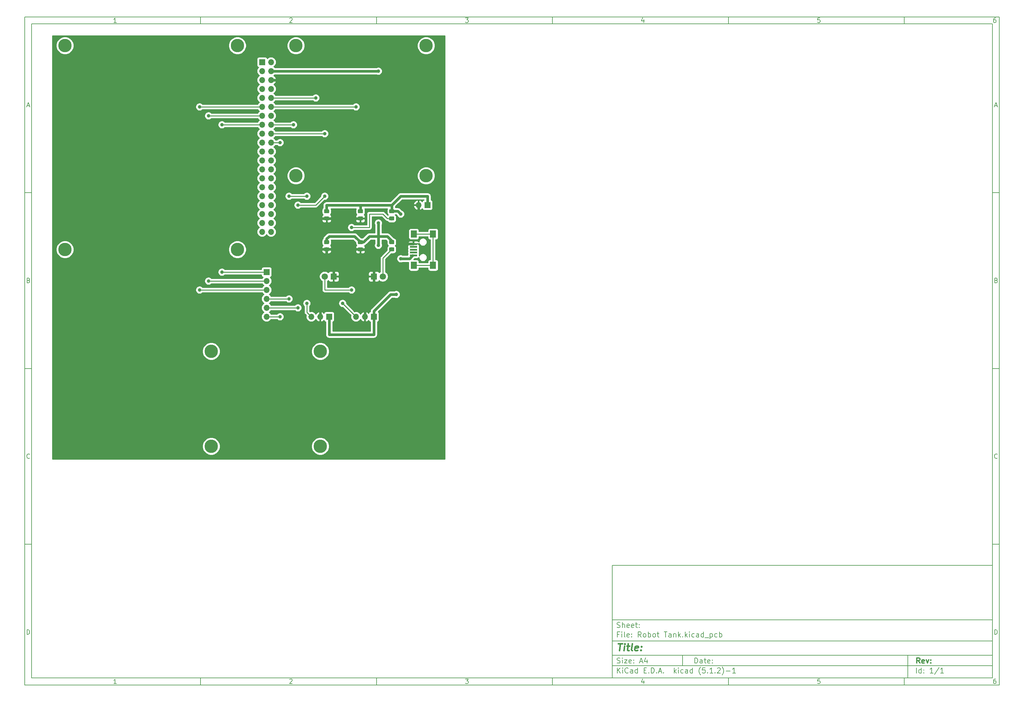
<source format=gtl>
G04 #@! TF.GenerationSoftware,KiCad,Pcbnew,(5.1.2)-1*
G04 #@! TF.CreationDate,2019-07-09T02:23:16-04:00*
G04 #@! TF.ProjectId,Robot Tank,526f626f-7420-4546-916e-6b2e6b696361,rev?*
G04 #@! TF.SameCoordinates,Original*
G04 #@! TF.FileFunction,Copper,L1,Top*
G04 #@! TF.FilePolarity,Positive*
%FSLAX46Y46*%
G04 Gerber Fmt 4.6, Leading zero omitted, Abs format (unit mm)*
G04 Created by KiCad (PCBNEW (5.1.2)-1) date 2019-07-09 02:23:16*
%MOMM*%
%LPD*%
G04 APERTURE LIST*
%ADD10C,0.100000*%
%ADD11C,0.150000*%
%ADD12C,0.300000*%
%ADD13C,0.400000*%
%ADD14C,3.800000*%
%ADD15O,1.700000X1.700000*%
%ADD16R,1.700000X1.700000*%
%ADD17C,1.150000*%
%ADD18C,1.800000*%
%ADD19R,1.800000X1.800000*%
%ADD20R,1.700000X2.000000*%
%ADD21R,2.000000X0.500000*%
%ADD22C,1.000000*%
%ADD23C,0.250000*%
%ADD24C,0.760000*%
%ADD25C,0.254000*%
G04 APERTURE END LIST*
D10*
D11*
X177002200Y-166007200D02*
X177002200Y-198007200D01*
X285002200Y-198007200D01*
X285002200Y-166007200D01*
X177002200Y-166007200D01*
D10*
D11*
X10000000Y-10000000D02*
X10000000Y-200007200D01*
X287002200Y-200007200D01*
X287002200Y-10000000D01*
X10000000Y-10000000D01*
D10*
D11*
X12000000Y-12000000D02*
X12000000Y-198007200D01*
X285002200Y-198007200D01*
X285002200Y-12000000D01*
X12000000Y-12000000D01*
D10*
D11*
X60000000Y-12000000D02*
X60000000Y-10000000D01*
D10*
D11*
X110000000Y-12000000D02*
X110000000Y-10000000D01*
D10*
D11*
X160000000Y-12000000D02*
X160000000Y-10000000D01*
D10*
D11*
X210000000Y-12000000D02*
X210000000Y-10000000D01*
D10*
D11*
X260000000Y-12000000D02*
X260000000Y-10000000D01*
D10*
D11*
X36065476Y-11588095D02*
X35322619Y-11588095D01*
X35694047Y-11588095D02*
X35694047Y-10288095D01*
X35570238Y-10473809D01*
X35446428Y-10597619D01*
X35322619Y-10659523D01*
D10*
D11*
X85322619Y-10411904D02*
X85384523Y-10350000D01*
X85508333Y-10288095D01*
X85817857Y-10288095D01*
X85941666Y-10350000D01*
X86003571Y-10411904D01*
X86065476Y-10535714D01*
X86065476Y-10659523D01*
X86003571Y-10845238D01*
X85260714Y-11588095D01*
X86065476Y-11588095D01*
D10*
D11*
X135260714Y-10288095D02*
X136065476Y-10288095D01*
X135632142Y-10783333D01*
X135817857Y-10783333D01*
X135941666Y-10845238D01*
X136003571Y-10907142D01*
X136065476Y-11030952D01*
X136065476Y-11340476D01*
X136003571Y-11464285D01*
X135941666Y-11526190D01*
X135817857Y-11588095D01*
X135446428Y-11588095D01*
X135322619Y-11526190D01*
X135260714Y-11464285D01*
D10*
D11*
X185941666Y-10721428D02*
X185941666Y-11588095D01*
X185632142Y-10226190D02*
X185322619Y-11154761D01*
X186127380Y-11154761D01*
D10*
D11*
X236003571Y-10288095D02*
X235384523Y-10288095D01*
X235322619Y-10907142D01*
X235384523Y-10845238D01*
X235508333Y-10783333D01*
X235817857Y-10783333D01*
X235941666Y-10845238D01*
X236003571Y-10907142D01*
X236065476Y-11030952D01*
X236065476Y-11340476D01*
X236003571Y-11464285D01*
X235941666Y-11526190D01*
X235817857Y-11588095D01*
X235508333Y-11588095D01*
X235384523Y-11526190D01*
X235322619Y-11464285D01*
D10*
D11*
X285941666Y-10288095D02*
X285694047Y-10288095D01*
X285570238Y-10350000D01*
X285508333Y-10411904D01*
X285384523Y-10597619D01*
X285322619Y-10845238D01*
X285322619Y-11340476D01*
X285384523Y-11464285D01*
X285446428Y-11526190D01*
X285570238Y-11588095D01*
X285817857Y-11588095D01*
X285941666Y-11526190D01*
X286003571Y-11464285D01*
X286065476Y-11340476D01*
X286065476Y-11030952D01*
X286003571Y-10907142D01*
X285941666Y-10845238D01*
X285817857Y-10783333D01*
X285570238Y-10783333D01*
X285446428Y-10845238D01*
X285384523Y-10907142D01*
X285322619Y-11030952D01*
D10*
D11*
X60000000Y-198007200D02*
X60000000Y-200007200D01*
D10*
D11*
X110000000Y-198007200D02*
X110000000Y-200007200D01*
D10*
D11*
X160000000Y-198007200D02*
X160000000Y-200007200D01*
D10*
D11*
X210000000Y-198007200D02*
X210000000Y-200007200D01*
D10*
D11*
X260000000Y-198007200D02*
X260000000Y-200007200D01*
D10*
D11*
X36065476Y-199595295D02*
X35322619Y-199595295D01*
X35694047Y-199595295D02*
X35694047Y-198295295D01*
X35570238Y-198481009D01*
X35446428Y-198604819D01*
X35322619Y-198666723D01*
D10*
D11*
X85322619Y-198419104D02*
X85384523Y-198357200D01*
X85508333Y-198295295D01*
X85817857Y-198295295D01*
X85941666Y-198357200D01*
X86003571Y-198419104D01*
X86065476Y-198542914D01*
X86065476Y-198666723D01*
X86003571Y-198852438D01*
X85260714Y-199595295D01*
X86065476Y-199595295D01*
D10*
D11*
X135260714Y-198295295D02*
X136065476Y-198295295D01*
X135632142Y-198790533D01*
X135817857Y-198790533D01*
X135941666Y-198852438D01*
X136003571Y-198914342D01*
X136065476Y-199038152D01*
X136065476Y-199347676D01*
X136003571Y-199471485D01*
X135941666Y-199533390D01*
X135817857Y-199595295D01*
X135446428Y-199595295D01*
X135322619Y-199533390D01*
X135260714Y-199471485D01*
D10*
D11*
X185941666Y-198728628D02*
X185941666Y-199595295D01*
X185632142Y-198233390D02*
X185322619Y-199161961D01*
X186127380Y-199161961D01*
D10*
D11*
X236003571Y-198295295D02*
X235384523Y-198295295D01*
X235322619Y-198914342D01*
X235384523Y-198852438D01*
X235508333Y-198790533D01*
X235817857Y-198790533D01*
X235941666Y-198852438D01*
X236003571Y-198914342D01*
X236065476Y-199038152D01*
X236065476Y-199347676D01*
X236003571Y-199471485D01*
X235941666Y-199533390D01*
X235817857Y-199595295D01*
X235508333Y-199595295D01*
X235384523Y-199533390D01*
X235322619Y-199471485D01*
D10*
D11*
X285941666Y-198295295D02*
X285694047Y-198295295D01*
X285570238Y-198357200D01*
X285508333Y-198419104D01*
X285384523Y-198604819D01*
X285322619Y-198852438D01*
X285322619Y-199347676D01*
X285384523Y-199471485D01*
X285446428Y-199533390D01*
X285570238Y-199595295D01*
X285817857Y-199595295D01*
X285941666Y-199533390D01*
X286003571Y-199471485D01*
X286065476Y-199347676D01*
X286065476Y-199038152D01*
X286003571Y-198914342D01*
X285941666Y-198852438D01*
X285817857Y-198790533D01*
X285570238Y-198790533D01*
X285446428Y-198852438D01*
X285384523Y-198914342D01*
X285322619Y-199038152D01*
D10*
D11*
X10000000Y-60000000D02*
X12000000Y-60000000D01*
D10*
D11*
X10000000Y-110000000D02*
X12000000Y-110000000D01*
D10*
D11*
X10000000Y-160000000D02*
X12000000Y-160000000D01*
D10*
D11*
X10690476Y-35216666D02*
X11309523Y-35216666D01*
X10566666Y-35588095D02*
X11000000Y-34288095D01*
X11433333Y-35588095D01*
D10*
D11*
X11092857Y-84907142D02*
X11278571Y-84969047D01*
X11340476Y-85030952D01*
X11402380Y-85154761D01*
X11402380Y-85340476D01*
X11340476Y-85464285D01*
X11278571Y-85526190D01*
X11154761Y-85588095D01*
X10659523Y-85588095D01*
X10659523Y-84288095D01*
X11092857Y-84288095D01*
X11216666Y-84350000D01*
X11278571Y-84411904D01*
X11340476Y-84535714D01*
X11340476Y-84659523D01*
X11278571Y-84783333D01*
X11216666Y-84845238D01*
X11092857Y-84907142D01*
X10659523Y-84907142D01*
D10*
D11*
X11402380Y-135464285D02*
X11340476Y-135526190D01*
X11154761Y-135588095D01*
X11030952Y-135588095D01*
X10845238Y-135526190D01*
X10721428Y-135402380D01*
X10659523Y-135278571D01*
X10597619Y-135030952D01*
X10597619Y-134845238D01*
X10659523Y-134597619D01*
X10721428Y-134473809D01*
X10845238Y-134350000D01*
X11030952Y-134288095D01*
X11154761Y-134288095D01*
X11340476Y-134350000D01*
X11402380Y-134411904D01*
D10*
D11*
X10659523Y-185588095D02*
X10659523Y-184288095D01*
X10969047Y-184288095D01*
X11154761Y-184350000D01*
X11278571Y-184473809D01*
X11340476Y-184597619D01*
X11402380Y-184845238D01*
X11402380Y-185030952D01*
X11340476Y-185278571D01*
X11278571Y-185402380D01*
X11154761Y-185526190D01*
X10969047Y-185588095D01*
X10659523Y-185588095D01*
D10*
D11*
X287002200Y-60000000D02*
X285002200Y-60000000D01*
D10*
D11*
X287002200Y-110000000D02*
X285002200Y-110000000D01*
D10*
D11*
X287002200Y-160000000D02*
X285002200Y-160000000D01*
D10*
D11*
X285692676Y-35216666D02*
X286311723Y-35216666D01*
X285568866Y-35588095D02*
X286002200Y-34288095D01*
X286435533Y-35588095D01*
D10*
D11*
X286095057Y-84907142D02*
X286280771Y-84969047D01*
X286342676Y-85030952D01*
X286404580Y-85154761D01*
X286404580Y-85340476D01*
X286342676Y-85464285D01*
X286280771Y-85526190D01*
X286156961Y-85588095D01*
X285661723Y-85588095D01*
X285661723Y-84288095D01*
X286095057Y-84288095D01*
X286218866Y-84350000D01*
X286280771Y-84411904D01*
X286342676Y-84535714D01*
X286342676Y-84659523D01*
X286280771Y-84783333D01*
X286218866Y-84845238D01*
X286095057Y-84907142D01*
X285661723Y-84907142D01*
D10*
D11*
X286404580Y-135464285D02*
X286342676Y-135526190D01*
X286156961Y-135588095D01*
X286033152Y-135588095D01*
X285847438Y-135526190D01*
X285723628Y-135402380D01*
X285661723Y-135278571D01*
X285599819Y-135030952D01*
X285599819Y-134845238D01*
X285661723Y-134597619D01*
X285723628Y-134473809D01*
X285847438Y-134350000D01*
X286033152Y-134288095D01*
X286156961Y-134288095D01*
X286342676Y-134350000D01*
X286404580Y-134411904D01*
D10*
D11*
X285661723Y-185588095D02*
X285661723Y-184288095D01*
X285971247Y-184288095D01*
X286156961Y-184350000D01*
X286280771Y-184473809D01*
X286342676Y-184597619D01*
X286404580Y-184845238D01*
X286404580Y-185030952D01*
X286342676Y-185278571D01*
X286280771Y-185402380D01*
X286156961Y-185526190D01*
X285971247Y-185588095D01*
X285661723Y-185588095D01*
D10*
D11*
X200434342Y-193785771D02*
X200434342Y-192285771D01*
X200791485Y-192285771D01*
X201005771Y-192357200D01*
X201148628Y-192500057D01*
X201220057Y-192642914D01*
X201291485Y-192928628D01*
X201291485Y-193142914D01*
X201220057Y-193428628D01*
X201148628Y-193571485D01*
X201005771Y-193714342D01*
X200791485Y-193785771D01*
X200434342Y-193785771D01*
X202577200Y-193785771D02*
X202577200Y-193000057D01*
X202505771Y-192857200D01*
X202362914Y-192785771D01*
X202077200Y-192785771D01*
X201934342Y-192857200D01*
X202577200Y-193714342D02*
X202434342Y-193785771D01*
X202077200Y-193785771D01*
X201934342Y-193714342D01*
X201862914Y-193571485D01*
X201862914Y-193428628D01*
X201934342Y-193285771D01*
X202077200Y-193214342D01*
X202434342Y-193214342D01*
X202577200Y-193142914D01*
X203077200Y-192785771D02*
X203648628Y-192785771D01*
X203291485Y-192285771D02*
X203291485Y-193571485D01*
X203362914Y-193714342D01*
X203505771Y-193785771D01*
X203648628Y-193785771D01*
X204720057Y-193714342D02*
X204577200Y-193785771D01*
X204291485Y-193785771D01*
X204148628Y-193714342D01*
X204077200Y-193571485D01*
X204077200Y-193000057D01*
X204148628Y-192857200D01*
X204291485Y-192785771D01*
X204577200Y-192785771D01*
X204720057Y-192857200D01*
X204791485Y-193000057D01*
X204791485Y-193142914D01*
X204077200Y-193285771D01*
X205434342Y-193642914D02*
X205505771Y-193714342D01*
X205434342Y-193785771D01*
X205362914Y-193714342D01*
X205434342Y-193642914D01*
X205434342Y-193785771D01*
X205434342Y-192857200D02*
X205505771Y-192928628D01*
X205434342Y-193000057D01*
X205362914Y-192928628D01*
X205434342Y-192857200D01*
X205434342Y-193000057D01*
D10*
D11*
X177002200Y-194507200D02*
X285002200Y-194507200D01*
D10*
D11*
X178434342Y-196585771D02*
X178434342Y-195085771D01*
X179291485Y-196585771D02*
X178648628Y-195728628D01*
X179291485Y-195085771D02*
X178434342Y-195942914D01*
X179934342Y-196585771D02*
X179934342Y-195585771D01*
X179934342Y-195085771D02*
X179862914Y-195157200D01*
X179934342Y-195228628D01*
X180005771Y-195157200D01*
X179934342Y-195085771D01*
X179934342Y-195228628D01*
X181505771Y-196442914D02*
X181434342Y-196514342D01*
X181220057Y-196585771D01*
X181077200Y-196585771D01*
X180862914Y-196514342D01*
X180720057Y-196371485D01*
X180648628Y-196228628D01*
X180577200Y-195942914D01*
X180577200Y-195728628D01*
X180648628Y-195442914D01*
X180720057Y-195300057D01*
X180862914Y-195157200D01*
X181077200Y-195085771D01*
X181220057Y-195085771D01*
X181434342Y-195157200D01*
X181505771Y-195228628D01*
X182791485Y-196585771D02*
X182791485Y-195800057D01*
X182720057Y-195657200D01*
X182577200Y-195585771D01*
X182291485Y-195585771D01*
X182148628Y-195657200D01*
X182791485Y-196514342D02*
X182648628Y-196585771D01*
X182291485Y-196585771D01*
X182148628Y-196514342D01*
X182077200Y-196371485D01*
X182077200Y-196228628D01*
X182148628Y-196085771D01*
X182291485Y-196014342D01*
X182648628Y-196014342D01*
X182791485Y-195942914D01*
X184148628Y-196585771D02*
X184148628Y-195085771D01*
X184148628Y-196514342D02*
X184005771Y-196585771D01*
X183720057Y-196585771D01*
X183577200Y-196514342D01*
X183505771Y-196442914D01*
X183434342Y-196300057D01*
X183434342Y-195871485D01*
X183505771Y-195728628D01*
X183577200Y-195657200D01*
X183720057Y-195585771D01*
X184005771Y-195585771D01*
X184148628Y-195657200D01*
X186005771Y-195800057D02*
X186505771Y-195800057D01*
X186720057Y-196585771D02*
X186005771Y-196585771D01*
X186005771Y-195085771D01*
X186720057Y-195085771D01*
X187362914Y-196442914D02*
X187434342Y-196514342D01*
X187362914Y-196585771D01*
X187291485Y-196514342D01*
X187362914Y-196442914D01*
X187362914Y-196585771D01*
X188077200Y-196585771D02*
X188077200Y-195085771D01*
X188434342Y-195085771D01*
X188648628Y-195157200D01*
X188791485Y-195300057D01*
X188862914Y-195442914D01*
X188934342Y-195728628D01*
X188934342Y-195942914D01*
X188862914Y-196228628D01*
X188791485Y-196371485D01*
X188648628Y-196514342D01*
X188434342Y-196585771D01*
X188077200Y-196585771D01*
X189577200Y-196442914D02*
X189648628Y-196514342D01*
X189577200Y-196585771D01*
X189505771Y-196514342D01*
X189577200Y-196442914D01*
X189577200Y-196585771D01*
X190220057Y-196157200D02*
X190934342Y-196157200D01*
X190077200Y-196585771D02*
X190577200Y-195085771D01*
X191077200Y-196585771D01*
X191577200Y-196442914D02*
X191648628Y-196514342D01*
X191577200Y-196585771D01*
X191505771Y-196514342D01*
X191577200Y-196442914D01*
X191577200Y-196585771D01*
X194577200Y-196585771D02*
X194577200Y-195085771D01*
X194720057Y-196014342D02*
X195148628Y-196585771D01*
X195148628Y-195585771D02*
X194577200Y-196157200D01*
X195791485Y-196585771D02*
X195791485Y-195585771D01*
X195791485Y-195085771D02*
X195720057Y-195157200D01*
X195791485Y-195228628D01*
X195862914Y-195157200D01*
X195791485Y-195085771D01*
X195791485Y-195228628D01*
X197148628Y-196514342D02*
X197005771Y-196585771D01*
X196720057Y-196585771D01*
X196577200Y-196514342D01*
X196505771Y-196442914D01*
X196434342Y-196300057D01*
X196434342Y-195871485D01*
X196505771Y-195728628D01*
X196577200Y-195657200D01*
X196720057Y-195585771D01*
X197005771Y-195585771D01*
X197148628Y-195657200D01*
X198434342Y-196585771D02*
X198434342Y-195800057D01*
X198362914Y-195657200D01*
X198220057Y-195585771D01*
X197934342Y-195585771D01*
X197791485Y-195657200D01*
X198434342Y-196514342D02*
X198291485Y-196585771D01*
X197934342Y-196585771D01*
X197791485Y-196514342D01*
X197720057Y-196371485D01*
X197720057Y-196228628D01*
X197791485Y-196085771D01*
X197934342Y-196014342D01*
X198291485Y-196014342D01*
X198434342Y-195942914D01*
X199791485Y-196585771D02*
X199791485Y-195085771D01*
X199791485Y-196514342D02*
X199648628Y-196585771D01*
X199362914Y-196585771D01*
X199220057Y-196514342D01*
X199148628Y-196442914D01*
X199077200Y-196300057D01*
X199077200Y-195871485D01*
X199148628Y-195728628D01*
X199220057Y-195657200D01*
X199362914Y-195585771D01*
X199648628Y-195585771D01*
X199791485Y-195657200D01*
X202077200Y-197157200D02*
X202005771Y-197085771D01*
X201862914Y-196871485D01*
X201791485Y-196728628D01*
X201720057Y-196514342D01*
X201648628Y-196157200D01*
X201648628Y-195871485D01*
X201720057Y-195514342D01*
X201791485Y-195300057D01*
X201862914Y-195157200D01*
X202005771Y-194942914D01*
X202077200Y-194871485D01*
X203362914Y-195085771D02*
X202648628Y-195085771D01*
X202577200Y-195800057D01*
X202648628Y-195728628D01*
X202791485Y-195657200D01*
X203148628Y-195657200D01*
X203291485Y-195728628D01*
X203362914Y-195800057D01*
X203434342Y-195942914D01*
X203434342Y-196300057D01*
X203362914Y-196442914D01*
X203291485Y-196514342D01*
X203148628Y-196585771D01*
X202791485Y-196585771D01*
X202648628Y-196514342D01*
X202577200Y-196442914D01*
X204077200Y-196442914D02*
X204148628Y-196514342D01*
X204077200Y-196585771D01*
X204005771Y-196514342D01*
X204077200Y-196442914D01*
X204077200Y-196585771D01*
X205577200Y-196585771D02*
X204720057Y-196585771D01*
X205148628Y-196585771D02*
X205148628Y-195085771D01*
X205005771Y-195300057D01*
X204862914Y-195442914D01*
X204720057Y-195514342D01*
X206220057Y-196442914D02*
X206291485Y-196514342D01*
X206220057Y-196585771D01*
X206148628Y-196514342D01*
X206220057Y-196442914D01*
X206220057Y-196585771D01*
X206862914Y-195228628D02*
X206934342Y-195157200D01*
X207077200Y-195085771D01*
X207434342Y-195085771D01*
X207577200Y-195157200D01*
X207648628Y-195228628D01*
X207720057Y-195371485D01*
X207720057Y-195514342D01*
X207648628Y-195728628D01*
X206791485Y-196585771D01*
X207720057Y-196585771D01*
X208220057Y-197157200D02*
X208291485Y-197085771D01*
X208434342Y-196871485D01*
X208505771Y-196728628D01*
X208577200Y-196514342D01*
X208648628Y-196157200D01*
X208648628Y-195871485D01*
X208577200Y-195514342D01*
X208505771Y-195300057D01*
X208434342Y-195157200D01*
X208291485Y-194942914D01*
X208220057Y-194871485D01*
X209362914Y-196014342D02*
X210505771Y-196014342D01*
X212005771Y-196585771D02*
X211148628Y-196585771D01*
X211577200Y-196585771D02*
X211577200Y-195085771D01*
X211434342Y-195300057D01*
X211291485Y-195442914D01*
X211148628Y-195514342D01*
D10*
D11*
X177002200Y-191507200D02*
X285002200Y-191507200D01*
D10*
D12*
X264411485Y-193785771D02*
X263911485Y-193071485D01*
X263554342Y-193785771D02*
X263554342Y-192285771D01*
X264125771Y-192285771D01*
X264268628Y-192357200D01*
X264340057Y-192428628D01*
X264411485Y-192571485D01*
X264411485Y-192785771D01*
X264340057Y-192928628D01*
X264268628Y-193000057D01*
X264125771Y-193071485D01*
X263554342Y-193071485D01*
X265625771Y-193714342D02*
X265482914Y-193785771D01*
X265197200Y-193785771D01*
X265054342Y-193714342D01*
X264982914Y-193571485D01*
X264982914Y-193000057D01*
X265054342Y-192857200D01*
X265197200Y-192785771D01*
X265482914Y-192785771D01*
X265625771Y-192857200D01*
X265697200Y-193000057D01*
X265697200Y-193142914D01*
X264982914Y-193285771D01*
X266197200Y-192785771D02*
X266554342Y-193785771D01*
X266911485Y-192785771D01*
X267482914Y-193642914D02*
X267554342Y-193714342D01*
X267482914Y-193785771D01*
X267411485Y-193714342D01*
X267482914Y-193642914D01*
X267482914Y-193785771D01*
X267482914Y-192857200D02*
X267554342Y-192928628D01*
X267482914Y-193000057D01*
X267411485Y-192928628D01*
X267482914Y-192857200D01*
X267482914Y-193000057D01*
D10*
D11*
X178362914Y-193714342D02*
X178577200Y-193785771D01*
X178934342Y-193785771D01*
X179077200Y-193714342D01*
X179148628Y-193642914D01*
X179220057Y-193500057D01*
X179220057Y-193357200D01*
X179148628Y-193214342D01*
X179077200Y-193142914D01*
X178934342Y-193071485D01*
X178648628Y-193000057D01*
X178505771Y-192928628D01*
X178434342Y-192857200D01*
X178362914Y-192714342D01*
X178362914Y-192571485D01*
X178434342Y-192428628D01*
X178505771Y-192357200D01*
X178648628Y-192285771D01*
X179005771Y-192285771D01*
X179220057Y-192357200D01*
X179862914Y-193785771D02*
X179862914Y-192785771D01*
X179862914Y-192285771D02*
X179791485Y-192357200D01*
X179862914Y-192428628D01*
X179934342Y-192357200D01*
X179862914Y-192285771D01*
X179862914Y-192428628D01*
X180434342Y-192785771D02*
X181220057Y-192785771D01*
X180434342Y-193785771D01*
X181220057Y-193785771D01*
X182362914Y-193714342D02*
X182220057Y-193785771D01*
X181934342Y-193785771D01*
X181791485Y-193714342D01*
X181720057Y-193571485D01*
X181720057Y-193000057D01*
X181791485Y-192857200D01*
X181934342Y-192785771D01*
X182220057Y-192785771D01*
X182362914Y-192857200D01*
X182434342Y-193000057D01*
X182434342Y-193142914D01*
X181720057Y-193285771D01*
X183077200Y-193642914D02*
X183148628Y-193714342D01*
X183077200Y-193785771D01*
X183005771Y-193714342D01*
X183077200Y-193642914D01*
X183077200Y-193785771D01*
X183077200Y-192857200D02*
X183148628Y-192928628D01*
X183077200Y-193000057D01*
X183005771Y-192928628D01*
X183077200Y-192857200D01*
X183077200Y-193000057D01*
X184862914Y-193357200D02*
X185577200Y-193357200D01*
X184720057Y-193785771D02*
X185220057Y-192285771D01*
X185720057Y-193785771D01*
X186862914Y-192785771D02*
X186862914Y-193785771D01*
X186505771Y-192214342D02*
X186148628Y-193285771D01*
X187077200Y-193285771D01*
D10*
D11*
X263434342Y-196585771D02*
X263434342Y-195085771D01*
X264791485Y-196585771D02*
X264791485Y-195085771D01*
X264791485Y-196514342D02*
X264648628Y-196585771D01*
X264362914Y-196585771D01*
X264220057Y-196514342D01*
X264148628Y-196442914D01*
X264077200Y-196300057D01*
X264077200Y-195871485D01*
X264148628Y-195728628D01*
X264220057Y-195657200D01*
X264362914Y-195585771D01*
X264648628Y-195585771D01*
X264791485Y-195657200D01*
X265505771Y-196442914D02*
X265577200Y-196514342D01*
X265505771Y-196585771D01*
X265434342Y-196514342D01*
X265505771Y-196442914D01*
X265505771Y-196585771D01*
X265505771Y-195657200D02*
X265577200Y-195728628D01*
X265505771Y-195800057D01*
X265434342Y-195728628D01*
X265505771Y-195657200D01*
X265505771Y-195800057D01*
X268148628Y-196585771D02*
X267291485Y-196585771D01*
X267720057Y-196585771D02*
X267720057Y-195085771D01*
X267577200Y-195300057D01*
X267434342Y-195442914D01*
X267291485Y-195514342D01*
X269862914Y-195014342D02*
X268577200Y-196942914D01*
X271148628Y-196585771D02*
X270291485Y-196585771D01*
X270720057Y-196585771D02*
X270720057Y-195085771D01*
X270577200Y-195300057D01*
X270434342Y-195442914D01*
X270291485Y-195514342D01*
D10*
D11*
X177002200Y-187507200D02*
X285002200Y-187507200D01*
D10*
D13*
X178714580Y-188211961D02*
X179857438Y-188211961D01*
X179036009Y-190211961D02*
X179286009Y-188211961D01*
X180274104Y-190211961D02*
X180440771Y-188878628D01*
X180524104Y-188211961D02*
X180416961Y-188307200D01*
X180500295Y-188402438D01*
X180607438Y-188307200D01*
X180524104Y-188211961D01*
X180500295Y-188402438D01*
X181107438Y-188878628D02*
X181869342Y-188878628D01*
X181476485Y-188211961D02*
X181262200Y-189926247D01*
X181333628Y-190116723D01*
X181512200Y-190211961D01*
X181702676Y-190211961D01*
X182655057Y-190211961D02*
X182476485Y-190116723D01*
X182405057Y-189926247D01*
X182619342Y-188211961D01*
X184190771Y-190116723D02*
X183988390Y-190211961D01*
X183607438Y-190211961D01*
X183428866Y-190116723D01*
X183357438Y-189926247D01*
X183452676Y-189164342D01*
X183571723Y-188973866D01*
X183774104Y-188878628D01*
X184155057Y-188878628D01*
X184333628Y-188973866D01*
X184405057Y-189164342D01*
X184381247Y-189354819D01*
X183405057Y-189545295D01*
X185155057Y-190021485D02*
X185238390Y-190116723D01*
X185131247Y-190211961D01*
X185047914Y-190116723D01*
X185155057Y-190021485D01*
X185131247Y-190211961D01*
X185286009Y-188973866D02*
X185369342Y-189069104D01*
X185262200Y-189164342D01*
X185178866Y-189069104D01*
X185286009Y-188973866D01*
X185262200Y-189164342D01*
D10*
D11*
X178934342Y-185600057D02*
X178434342Y-185600057D01*
X178434342Y-186385771D02*
X178434342Y-184885771D01*
X179148628Y-184885771D01*
X179720057Y-186385771D02*
X179720057Y-185385771D01*
X179720057Y-184885771D02*
X179648628Y-184957200D01*
X179720057Y-185028628D01*
X179791485Y-184957200D01*
X179720057Y-184885771D01*
X179720057Y-185028628D01*
X180648628Y-186385771D02*
X180505771Y-186314342D01*
X180434342Y-186171485D01*
X180434342Y-184885771D01*
X181791485Y-186314342D02*
X181648628Y-186385771D01*
X181362914Y-186385771D01*
X181220057Y-186314342D01*
X181148628Y-186171485D01*
X181148628Y-185600057D01*
X181220057Y-185457200D01*
X181362914Y-185385771D01*
X181648628Y-185385771D01*
X181791485Y-185457200D01*
X181862914Y-185600057D01*
X181862914Y-185742914D01*
X181148628Y-185885771D01*
X182505771Y-186242914D02*
X182577200Y-186314342D01*
X182505771Y-186385771D01*
X182434342Y-186314342D01*
X182505771Y-186242914D01*
X182505771Y-186385771D01*
X182505771Y-185457200D02*
X182577200Y-185528628D01*
X182505771Y-185600057D01*
X182434342Y-185528628D01*
X182505771Y-185457200D01*
X182505771Y-185600057D01*
X185220057Y-186385771D02*
X184720057Y-185671485D01*
X184362914Y-186385771D02*
X184362914Y-184885771D01*
X184934342Y-184885771D01*
X185077200Y-184957200D01*
X185148628Y-185028628D01*
X185220057Y-185171485D01*
X185220057Y-185385771D01*
X185148628Y-185528628D01*
X185077200Y-185600057D01*
X184934342Y-185671485D01*
X184362914Y-185671485D01*
X186077200Y-186385771D02*
X185934342Y-186314342D01*
X185862914Y-186242914D01*
X185791485Y-186100057D01*
X185791485Y-185671485D01*
X185862914Y-185528628D01*
X185934342Y-185457200D01*
X186077200Y-185385771D01*
X186291485Y-185385771D01*
X186434342Y-185457200D01*
X186505771Y-185528628D01*
X186577200Y-185671485D01*
X186577200Y-186100057D01*
X186505771Y-186242914D01*
X186434342Y-186314342D01*
X186291485Y-186385771D01*
X186077200Y-186385771D01*
X187220057Y-186385771D02*
X187220057Y-184885771D01*
X187220057Y-185457200D02*
X187362914Y-185385771D01*
X187648628Y-185385771D01*
X187791485Y-185457200D01*
X187862914Y-185528628D01*
X187934342Y-185671485D01*
X187934342Y-186100057D01*
X187862914Y-186242914D01*
X187791485Y-186314342D01*
X187648628Y-186385771D01*
X187362914Y-186385771D01*
X187220057Y-186314342D01*
X188791485Y-186385771D02*
X188648628Y-186314342D01*
X188577200Y-186242914D01*
X188505771Y-186100057D01*
X188505771Y-185671485D01*
X188577200Y-185528628D01*
X188648628Y-185457200D01*
X188791485Y-185385771D01*
X189005771Y-185385771D01*
X189148628Y-185457200D01*
X189220057Y-185528628D01*
X189291485Y-185671485D01*
X189291485Y-186100057D01*
X189220057Y-186242914D01*
X189148628Y-186314342D01*
X189005771Y-186385771D01*
X188791485Y-186385771D01*
X189720057Y-185385771D02*
X190291485Y-185385771D01*
X189934342Y-184885771D02*
X189934342Y-186171485D01*
X190005771Y-186314342D01*
X190148628Y-186385771D01*
X190291485Y-186385771D01*
X191720057Y-184885771D02*
X192577200Y-184885771D01*
X192148628Y-186385771D02*
X192148628Y-184885771D01*
X193720057Y-186385771D02*
X193720057Y-185600057D01*
X193648628Y-185457200D01*
X193505771Y-185385771D01*
X193220057Y-185385771D01*
X193077200Y-185457200D01*
X193720057Y-186314342D02*
X193577200Y-186385771D01*
X193220057Y-186385771D01*
X193077200Y-186314342D01*
X193005771Y-186171485D01*
X193005771Y-186028628D01*
X193077200Y-185885771D01*
X193220057Y-185814342D01*
X193577200Y-185814342D01*
X193720057Y-185742914D01*
X194434342Y-185385771D02*
X194434342Y-186385771D01*
X194434342Y-185528628D02*
X194505771Y-185457200D01*
X194648628Y-185385771D01*
X194862914Y-185385771D01*
X195005771Y-185457200D01*
X195077200Y-185600057D01*
X195077200Y-186385771D01*
X195791485Y-186385771D02*
X195791485Y-184885771D01*
X195934342Y-185814342D02*
X196362914Y-186385771D01*
X196362914Y-185385771D02*
X195791485Y-185957200D01*
X197005771Y-186242914D02*
X197077200Y-186314342D01*
X197005771Y-186385771D01*
X196934342Y-186314342D01*
X197005771Y-186242914D01*
X197005771Y-186385771D01*
X197720057Y-186385771D02*
X197720057Y-184885771D01*
X197862914Y-185814342D02*
X198291485Y-186385771D01*
X198291485Y-185385771D02*
X197720057Y-185957200D01*
X198934342Y-186385771D02*
X198934342Y-185385771D01*
X198934342Y-184885771D02*
X198862914Y-184957200D01*
X198934342Y-185028628D01*
X199005771Y-184957200D01*
X198934342Y-184885771D01*
X198934342Y-185028628D01*
X200291485Y-186314342D02*
X200148628Y-186385771D01*
X199862914Y-186385771D01*
X199720057Y-186314342D01*
X199648628Y-186242914D01*
X199577200Y-186100057D01*
X199577200Y-185671485D01*
X199648628Y-185528628D01*
X199720057Y-185457200D01*
X199862914Y-185385771D01*
X200148628Y-185385771D01*
X200291485Y-185457200D01*
X201577200Y-186385771D02*
X201577200Y-185600057D01*
X201505771Y-185457200D01*
X201362914Y-185385771D01*
X201077200Y-185385771D01*
X200934342Y-185457200D01*
X201577200Y-186314342D02*
X201434342Y-186385771D01*
X201077200Y-186385771D01*
X200934342Y-186314342D01*
X200862914Y-186171485D01*
X200862914Y-186028628D01*
X200934342Y-185885771D01*
X201077200Y-185814342D01*
X201434342Y-185814342D01*
X201577200Y-185742914D01*
X202934342Y-186385771D02*
X202934342Y-184885771D01*
X202934342Y-186314342D02*
X202791485Y-186385771D01*
X202505771Y-186385771D01*
X202362914Y-186314342D01*
X202291485Y-186242914D01*
X202220057Y-186100057D01*
X202220057Y-185671485D01*
X202291485Y-185528628D01*
X202362914Y-185457200D01*
X202505771Y-185385771D01*
X202791485Y-185385771D01*
X202934342Y-185457200D01*
X203291485Y-186528628D02*
X204434342Y-186528628D01*
X204791485Y-185385771D02*
X204791485Y-186885771D01*
X204791485Y-185457200D02*
X204934342Y-185385771D01*
X205220057Y-185385771D01*
X205362914Y-185457200D01*
X205434342Y-185528628D01*
X205505771Y-185671485D01*
X205505771Y-186100057D01*
X205434342Y-186242914D01*
X205362914Y-186314342D01*
X205220057Y-186385771D01*
X204934342Y-186385771D01*
X204791485Y-186314342D01*
X206791485Y-186314342D02*
X206648628Y-186385771D01*
X206362914Y-186385771D01*
X206220057Y-186314342D01*
X206148628Y-186242914D01*
X206077200Y-186100057D01*
X206077200Y-185671485D01*
X206148628Y-185528628D01*
X206220057Y-185457200D01*
X206362914Y-185385771D01*
X206648628Y-185385771D01*
X206791485Y-185457200D01*
X207434342Y-186385771D02*
X207434342Y-184885771D01*
X207434342Y-185457200D02*
X207577200Y-185385771D01*
X207862914Y-185385771D01*
X208005771Y-185457200D01*
X208077200Y-185528628D01*
X208148628Y-185671485D01*
X208148628Y-186100057D01*
X208077200Y-186242914D01*
X208005771Y-186314342D01*
X207862914Y-186385771D01*
X207577200Y-186385771D01*
X207434342Y-186314342D01*
D10*
D11*
X177002200Y-181507200D02*
X285002200Y-181507200D01*
D10*
D11*
X178362914Y-183614342D02*
X178577200Y-183685771D01*
X178934342Y-183685771D01*
X179077200Y-183614342D01*
X179148628Y-183542914D01*
X179220057Y-183400057D01*
X179220057Y-183257200D01*
X179148628Y-183114342D01*
X179077200Y-183042914D01*
X178934342Y-182971485D01*
X178648628Y-182900057D01*
X178505771Y-182828628D01*
X178434342Y-182757200D01*
X178362914Y-182614342D01*
X178362914Y-182471485D01*
X178434342Y-182328628D01*
X178505771Y-182257200D01*
X178648628Y-182185771D01*
X179005771Y-182185771D01*
X179220057Y-182257200D01*
X179862914Y-183685771D02*
X179862914Y-182185771D01*
X180505771Y-183685771D02*
X180505771Y-182900057D01*
X180434342Y-182757200D01*
X180291485Y-182685771D01*
X180077200Y-182685771D01*
X179934342Y-182757200D01*
X179862914Y-182828628D01*
X181791485Y-183614342D02*
X181648628Y-183685771D01*
X181362914Y-183685771D01*
X181220057Y-183614342D01*
X181148628Y-183471485D01*
X181148628Y-182900057D01*
X181220057Y-182757200D01*
X181362914Y-182685771D01*
X181648628Y-182685771D01*
X181791485Y-182757200D01*
X181862914Y-182900057D01*
X181862914Y-183042914D01*
X181148628Y-183185771D01*
X183077200Y-183614342D02*
X182934342Y-183685771D01*
X182648628Y-183685771D01*
X182505771Y-183614342D01*
X182434342Y-183471485D01*
X182434342Y-182900057D01*
X182505771Y-182757200D01*
X182648628Y-182685771D01*
X182934342Y-182685771D01*
X183077200Y-182757200D01*
X183148628Y-182900057D01*
X183148628Y-183042914D01*
X182434342Y-183185771D01*
X183577200Y-182685771D02*
X184148628Y-182685771D01*
X183791485Y-182185771D02*
X183791485Y-183471485D01*
X183862914Y-183614342D01*
X184005771Y-183685771D01*
X184148628Y-183685771D01*
X184648628Y-183542914D02*
X184720057Y-183614342D01*
X184648628Y-183685771D01*
X184577200Y-183614342D01*
X184648628Y-183542914D01*
X184648628Y-183685771D01*
X184648628Y-182757200D02*
X184720057Y-182828628D01*
X184648628Y-182900057D01*
X184577200Y-182828628D01*
X184648628Y-182757200D01*
X184648628Y-182900057D01*
D10*
D11*
X197002200Y-191507200D02*
X197002200Y-194507200D01*
D10*
D11*
X261002200Y-191507200D02*
X261002200Y-198007200D01*
D14*
X124090000Y-55170000D03*
X87090000Y-55170000D03*
X124090000Y-18170000D03*
X87090000Y-18170000D03*
X94010000Y-105090000D03*
X94010000Y-132090000D03*
X63010000Y-105090000D03*
X63010000Y-132090000D03*
X21450000Y-76150000D03*
X21450000Y-18150000D03*
X70450000Y-76150000D03*
X70450000Y-18150000D03*
D15*
X80010000Y-71120000D03*
X77470000Y-71120000D03*
X80010000Y-68580000D03*
X77470000Y-68580000D03*
X80010000Y-66040000D03*
X77470000Y-66040000D03*
X80010000Y-63500000D03*
X77470000Y-63500000D03*
X80010000Y-60960000D03*
X77470000Y-60960000D03*
X80010000Y-58420000D03*
X77470000Y-58420000D03*
X80010000Y-55880000D03*
X77470000Y-55880000D03*
X80010000Y-53340000D03*
X77470000Y-53340000D03*
X80010000Y-50800000D03*
X77470000Y-50800000D03*
X80010000Y-48260000D03*
X77470000Y-48260000D03*
X80010000Y-45720000D03*
X77470000Y-45720000D03*
X80010000Y-43180000D03*
X77470000Y-43180000D03*
X80010000Y-40640000D03*
X77470000Y-40640000D03*
X80010000Y-38100000D03*
X77470000Y-38100000D03*
X80010000Y-35560000D03*
X77470000Y-35560000D03*
X80010000Y-33020000D03*
X77470000Y-33020000D03*
X80010000Y-30480000D03*
X77470000Y-30480000D03*
X80010000Y-27940000D03*
X77470000Y-27940000D03*
X80010000Y-25400000D03*
X77470000Y-25400000D03*
X80010000Y-22860000D03*
D16*
X77470000Y-22860000D03*
D10*
G36*
X114774505Y-64686204D02*
G01*
X114798773Y-64689804D01*
X114822572Y-64695765D01*
X114845671Y-64704030D01*
X114867850Y-64714520D01*
X114888893Y-64727132D01*
X114908599Y-64741747D01*
X114926777Y-64758223D01*
X114943253Y-64776401D01*
X114957868Y-64796107D01*
X114970480Y-64817150D01*
X114980970Y-64839329D01*
X114989235Y-64862428D01*
X114995196Y-64886227D01*
X114998796Y-64910495D01*
X115000000Y-64934999D01*
X115000000Y-65585001D01*
X114998796Y-65609505D01*
X114995196Y-65633773D01*
X114989235Y-65657572D01*
X114980970Y-65680671D01*
X114970480Y-65702850D01*
X114957868Y-65723893D01*
X114943253Y-65743599D01*
X114926777Y-65761777D01*
X114908599Y-65778253D01*
X114888893Y-65792868D01*
X114867850Y-65805480D01*
X114845671Y-65815970D01*
X114822572Y-65824235D01*
X114798773Y-65830196D01*
X114774505Y-65833796D01*
X114750001Y-65835000D01*
X113849999Y-65835000D01*
X113825495Y-65833796D01*
X113801227Y-65830196D01*
X113777428Y-65824235D01*
X113754329Y-65815970D01*
X113732150Y-65805480D01*
X113711107Y-65792868D01*
X113691401Y-65778253D01*
X113673223Y-65761777D01*
X113656747Y-65743599D01*
X113642132Y-65723893D01*
X113629520Y-65702850D01*
X113619030Y-65680671D01*
X113610765Y-65657572D01*
X113604804Y-65633773D01*
X113601204Y-65609505D01*
X113600000Y-65585001D01*
X113600000Y-64934999D01*
X113601204Y-64910495D01*
X113604804Y-64886227D01*
X113610765Y-64862428D01*
X113619030Y-64839329D01*
X113629520Y-64817150D01*
X113642132Y-64796107D01*
X113656747Y-64776401D01*
X113673223Y-64758223D01*
X113691401Y-64741747D01*
X113711107Y-64727132D01*
X113732150Y-64714520D01*
X113754329Y-64704030D01*
X113777428Y-64695765D01*
X113801227Y-64689804D01*
X113825495Y-64686204D01*
X113849999Y-64685000D01*
X114750001Y-64685000D01*
X114774505Y-64686204D01*
X114774505Y-64686204D01*
G37*
D17*
X114300000Y-65260000D03*
D10*
G36*
X114774505Y-66736204D02*
G01*
X114798773Y-66739804D01*
X114822572Y-66745765D01*
X114845671Y-66754030D01*
X114867850Y-66764520D01*
X114888893Y-66777132D01*
X114908599Y-66791747D01*
X114926777Y-66808223D01*
X114943253Y-66826401D01*
X114957868Y-66846107D01*
X114970480Y-66867150D01*
X114980970Y-66889329D01*
X114989235Y-66912428D01*
X114995196Y-66936227D01*
X114998796Y-66960495D01*
X115000000Y-66984999D01*
X115000000Y-67635001D01*
X114998796Y-67659505D01*
X114995196Y-67683773D01*
X114989235Y-67707572D01*
X114980970Y-67730671D01*
X114970480Y-67752850D01*
X114957868Y-67773893D01*
X114943253Y-67793599D01*
X114926777Y-67811777D01*
X114908599Y-67828253D01*
X114888893Y-67842868D01*
X114867850Y-67855480D01*
X114845671Y-67865970D01*
X114822572Y-67874235D01*
X114798773Y-67880196D01*
X114774505Y-67883796D01*
X114750001Y-67885000D01*
X113849999Y-67885000D01*
X113825495Y-67883796D01*
X113801227Y-67880196D01*
X113777428Y-67874235D01*
X113754329Y-67865970D01*
X113732150Y-67855480D01*
X113711107Y-67842868D01*
X113691401Y-67828253D01*
X113673223Y-67811777D01*
X113656747Y-67793599D01*
X113642132Y-67773893D01*
X113629520Y-67752850D01*
X113619030Y-67730671D01*
X113610765Y-67707572D01*
X113604804Y-67683773D01*
X113601204Y-67659505D01*
X113600000Y-67635001D01*
X113600000Y-66984999D01*
X113601204Y-66960495D01*
X113604804Y-66936227D01*
X113610765Y-66912428D01*
X113619030Y-66889329D01*
X113629520Y-66867150D01*
X113642132Y-66846107D01*
X113656747Y-66826401D01*
X113673223Y-66808223D01*
X113691401Y-66791747D01*
X113711107Y-66777132D01*
X113732150Y-66764520D01*
X113754329Y-66754030D01*
X113777428Y-66745765D01*
X113801227Y-66739804D01*
X113825495Y-66736204D01*
X113849999Y-66735000D01*
X114750001Y-66735000D01*
X114774505Y-66736204D01*
X114774505Y-66736204D01*
G37*
D17*
X114300000Y-67310000D03*
D10*
G36*
X114774505Y-73461204D02*
G01*
X114798773Y-73464804D01*
X114822572Y-73470765D01*
X114845671Y-73479030D01*
X114867850Y-73489520D01*
X114888893Y-73502132D01*
X114908599Y-73516747D01*
X114926777Y-73533223D01*
X114943253Y-73551401D01*
X114957868Y-73571107D01*
X114970480Y-73592150D01*
X114980970Y-73614329D01*
X114989235Y-73637428D01*
X114995196Y-73661227D01*
X114998796Y-73685495D01*
X115000000Y-73709999D01*
X115000000Y-74360001D01*
X114998796Y-74384505D01*
X114995196Y-74408773D01*
X114989235Y-74432572D01*
X114980970Y-74455671D01*
X114970480Y-74477850D01*
X114957868Y-74498893D01*
X114943253Y-74518599D01*
X114926777Y-74536777D01*
X114908599Y-74553253D01*
X114888893Y-74567868D01*
X114867850Y-74580480D01*
X114845671Y-74590970D01*
X114822572Y-74599235D01*
X114798773Y-74605196D01*
X114774505Y-74608796D01*
X114750001Y-74610000D01*
X113849999Y-74610000D01*
X113825495Y-74608796D01*
X113801227Y-74605196D01*
X113777428Y-74599235D01*
X113754329Y-74590970D01*
X113732150Y-74580480D01*
X113711107Y-74567868D01*
X113691401Y-74553253D01*
X113673223Y-74536777D01*
X113656747Y-74518599D01*
X113642132Y-74498893D01*
X113629520Y-74477850D01*
X113619030Y-74455671D01*
X113610765Y-74432572D01*
X113604804Y-74408773D01*
X113601204Y-74384505D01*
X113600000Y-74360001D01*
X113600000Y-73709999D01*
X113601204Y-73685495D01*
X113604804Y-73661227D01*
X113610765Y-73637428D01*
X113619030Y-73614329D01*
X113629520Y-73592150D01*
X113642132Y-73571107D01*
X113656747Y-73551401D01*
X113673223Y-73533223D01*
X113691401Y-73516747D01*
X113711107Y-73502132D01*
X113732150Y-73489520D01*
X113754329Y-73479030D01*
X113777428Y-73470765D01*
X113801227Y-73464804D01*
X113825495Y-73461204D01*
X113849999Y-73460000D01*
X114750001Y-73460000D01*
X114774505Y-73461204D01*
X114774505Y-73461204D01*
G37*
D17*
X114300000Y-74035000D03*
D10*
G36*
X114774505Y-75511204D02*
G01*
X114798773Y-75514804D01*
X114822572Y-75520765D01*
X114845671Y-75529030D01*
X114867850Y-75539520D01*
X114888893Y-75552132D01*
X114908599Y-75566747D01*
X114926777Y-75583223D01*
X114943253Y-75601401D01*
X114957868Y-75621107D01*
X114970480Y-75642150D01*
X114980970Y-75664329D01*
X114989235Y-75687428D01*
X114995196Y-75711227D01*
X114998796Y-75735495D01*
X115000000Y-75759999D01*
X115000000Y-76410001D01*
X114998796Y-76434505D01*
X114995196Y-76458773D01*
X114989235Y-76482572D01*
X114980970Y-76505671D01*
X114970480Y-76527850D01*
X114957868Y-76548893D01*
X114943253Y-76568599D01*
X114926777Y-76586777D01*
X114908599Y-76603253D01*
X114888893Y-76617868D01*
X114867850Y-76630480D01*
X114845671Y-76640970D01*
X114822572Y-76649235D01*
X114798773Y-76655196D01*
X114774505Y-76658796D01*
X114750001Y-76660000D01*
X113849999Y-76660000D01*
X113825495Y-76658796D01*
X113801227Y-76655196D01*
X113777428Y-76649235D01*
X113754329Y-76640970D01*
X113732150Y-76630480D01*
X113711107Y-76617868D01*
X113691401Y-76603253D01*
X113673223Y-76586777D01*
X113656747Y-76568599D01*
X113642132Y-76548893D01*
X113629520Y-76527850D01*
X113619030Y-76505671D01*
X113610765Y-76482572D01*
X113604804Y-76458773D01*
X113601204Y-76434505D01*
X113600000Y-76410001D01*
X113600000Y-75759999D01*
X113601204Y-75735495D01*
X113604804Y-75711227D01*
X113610765Y-75687428D01*
X113619030Y-75664329D01*
X113629520Y-75642150D01*
X113642132Y-75621107D01*
X113656747Y-75601401D01*
X113673223Y-75583223D01*
X113691401Y-75566747D01*
X113711107Y-75552132D01*
X113732150Y-75539520D01*
X113754329Y-75529030D01*
X113777428Y-75520765D01*
X113801227Y-75514804D01*
X113825495Y-75511204D01*
X113849999Y-75510000D01*
X114750001Y-75510000D01*
X114774505Y-75511204D01*
X114774505Y-75511204D01*
G37*
D17*
X114300000Y-76085000D03*
D18*
X95250000Y-83820000D03*
D19*
X97790000Y-83820000D03*
D18*
X111760000Y-83820000D03*
D19*
X109220000Y-83820000D03*
D10*
G36*
X96284505Y-66736204D02*
G01*
X96308773Y-66739804D01*
X96332572Y-66745765D01*
X96355671Y-66754030D01*
X96377850Y-66764520D01*
X96398893Y-66777132D01*
X96418599Y-66791747D01*
X96436777Y-66808223D01*
X96453253Y-66826401D01*
X96467868Y-66846107D01*
X96480480Y-66867150D01*
X96490970Y-66889329D01*
X96499235Y-66912428D01*
X96505196Y-66936227D01*
X96508796Y-66960495D01*
X96510000Y-66984999D01*
X96510000Y-67635001D01*
X96508796Y-67659505D01*
X96505196Y-67683773D01*
X96499235Y-67707572D01*
X96490970Y-67730671D01*
X96480480Y-67752850D01*
X96467868Y-67773893D01*
X96453253Y-67793599D01*
X96436777Y-67811777D01*
X96418599Y-67828253D01*
X96398893Y-67842868D01*
X96377850Y-67855480D01*
X96355671Y-67865970D01*
X96332572Y-67874235D01*
X96308773Y-67880196D01*
X96284505Y-67883796D01*
X96260001Y-67885000D01*
X95359999Y-67885000D01*
X95335495Y-67883796D01*
X95311227Y-67880196D01*
X95287428Y-67874235D01*
X95264329Y-67865970D01*
X95242150Y-67855480D01*
X95221107Y-67842868D01*
X95201401Y-67828253D01*
X95183223Y-67811777D01*
X95166747Y-67793599D01*
X95152132Y-67773893D01*
X95139520Y-67752850D01*
X95129030Y-67730671D01*
X95120765Y-67707572D01*
X95114804Y-67683773D01*
X95111204Y-67659505D01*
X95110000Y-67635001D01*
X95110000Y-66984999D01*
X95111204Y-66960495D01*
X95114804Y-66936227D01*
X95120765Y-66912428D01*
X95129030Y-66889329D01*
X95139520Y-66867150D01*
X95152132Y-66846107D01*
X95166747Y-66826401D01*
X95183223Y-66808223D01*
X95201401Y-66791747D01*
X95221107Y-66777132D01*
X95242150Y-66764520D01*
X95264329Y-66754030D01*
X95287428Y-66745765D01*
X95311227Y-66739804D01*
X95335495Y-66736204D01*
X95359999Y-66735000D01*
X96260001Y-66735000D01*
X96284505Y-66736204D01*
X96284505Y-66736204D01*
G37*
D17*
X95810000Y-67310000D03*
D10*
G36*
X96284505Y-64686204D02*
G01*
X96308773Y-64689804D01*
X96332572Y-64695765D01*
X96355671Y-64704030D01*
X96377850Y-64714520D01*
X96398893Y-64727132D01*
X96418599Y-64741747D01*
X96436777Y-64758223D01*
X96453253Y-64776401D01*
X96467868Y-64796107D01*
X96480480Y-64817150D01*
X96490970Y-64839329D01*
X96499235Y-64862428D01*
X96505196Y-64886227D01*
X96508796Y-64910495D01*
X96510000Y-64934999D01*
X96510000Y-65585001D01*
X96508796Y-65609505D01*
X96505196Y-65633773D01*
X96499235Y-65657572D01*
X96490970Y-65680671D01*
X96480480Y-65702850D01*
X96467868Y-65723893D01*
X96453253Y-65743599D01*
X96436777Y-65761777D01*
X96418599Y-65778253D01*
X96398893Y-65792868D01*
X96377850Y-65805480D01*
X96355671Y-65815970D01*
X96332572Y-65824235D01*
X96308773Y-65830196D01*
X96284505Y-65833796D01*
X96260001Y-65835000D01*
X95359999Y-65835000D01*
X95335495Y-65833796D01*
X95311227Y-65830196D01*
X95287428Y-65824235D01*
X95264329Y-65815970D01*
X95242150Y-65805480D01*
X95221107Y-65792868D01*
X95201401Y-65778253D01*
X95183223Y-65761777D01*
X95166747Y-65743599D01*
X95152132Y-65723893D01*
X95139520Y-65702850D01*
X95129030Y-65680671D01*
X95120765Y-65657572D01*
X95114804Y-65633773D01*
X95111204Y-65609505D01*
X95110000Y-65585001D01*
X95110000Y-64934999D01*
X95111204Y-64910495D01*
X95114804Y-64886227D01*
X95120765Y-64862428D01*
X95129030Y-64839329D01*
X95139520Y-64817150D01*
X95152132Y-64796107D01*
X95166747Y-64776401D01*
X95183223Y-64758223D01*
X95201401Y-64741747D01*
X95221107Y-64727132D01*
X95242150Y-64714520D01*
X95264329Y-64704030D01*
X95287428Y-64695765D01*
X95311227Y-64689804D01*
X95335495Y-64686204D01*
X95359999Y-64685000D01*
X96260001Y-64685000D01*
X96284505Y-64686204D01*
X96284505Y-64686204D01*
G37*
D17*
X95810000Y-65260000D03*
D10*
G36*
X105884505Y-66736204D02*
G01*
X105908773Y-66739804D01*
X105932572Y-66745765D01*
X105955671Y-66754030D01*
X105977850Y-66764520D01*
X105998893Y-66777132D01*
X106018599Y-66791747D01*
X106036777Y-66808223D01*
X106053253Y-66826401D01*
X106067868Y-66846107D01*
X106080480Y-66867150D01*
X106090970Y-66889329D01*
X106099235Y-66912428D01*
X106105196Y-66936227D01*
X106108796Y-66960495D01*
X106110000Y-66984999D01*
X106110000Y-67635001D01*
X106108796Y-67659505D01*
X106105196Y-67683773D01*
X106099235Y-67707572D01*
X106090970Y-67730671D01*
X106080480Y-67752850D01*
X106067868Y-67773893D01*
X106053253Y-67793599D01*
X106036777Y-67811777D01*
X106018599Y-67828253D01*
X105998893Y-67842868D01*
X105977850Y-67855480D01*
X105955671Y-67865970D01*
X105932572Y-67874235D01*
X105908773Y-67880196D01*
X105884505Y-67883796D01*
X105860001Y-67885000D01*
X104959999Y-67885000D01*
X104935495Y-67883796D01*
X104911227Y-67880196D01*
X104887428Y-67874235D01*
X104864329Y-67865970D01*
X104842150Y-67855480D01*
X104821107Y-67842868D01*
X104801401Y-67828253D01*
X104783223Y-67811777D01*
X104766747Y-67793599D01*
X104752132Y-67773893D01*
X104739520Y-67752850D01*
X104729030Y-67730671D01*
X104720765Y-67707572D01*
X104714804Y-67683773D01*
X104711204Y-67659505D01*
X104710000Y-67635001D01*
X104710000Y-66984999D01*
X104711204Y-66960495D01*
X104714804Y-66936227D01*
X104720765Y-66912428D01*
X104729030Y-66889329D01*
X104739520Y-66867150D01*
X104752132Y-66846107D01*
X104766747Y-66826401D01*
X104783223Y-66808223D01*
X104801401Y-66791747D01*
X104821107Y-66777132D01*
X104842150Y-66764520D01*
X104864329Y-66754030D01*
X104887428Y-66745765D01*
X104911227Y-66739804D01*
X104935495Y-66736204D01*
X104959999Y-66735000D01*
X105860001Y-66735000D01*
X105884505Y-66736204D01*
X105884505Y-66736204D01*
G37*
D17*
X105410000Y-67310000D03*
D10*
G36*
X105884505Y-64686204D02*
G01*
X105908773Y-64689804D01*
X105932572Y-64695765D01*
X105955671Y-64704030D01*
X105977850Y-64714520D01*
X105998893Y-64727132D01*
X106018599Y-64741747D01*
X106036777Y-64758223D01*
X106053253Y-64776401D01*
X106067868Y-64796107D01*
X106080480Y-64817150D01*
X106090970Y-64839329D01*
X106099235Y-64862428D01*
X106105196Y-64886227D01*
X106108796Y-64910495D01*
X106110000Y-64934999D01*
X106110000Y-65585001D01*
X106108796Y-65609505D01*
X106105196Y-65633773D01*
X106099235Y-65657572D01*
X106090970Y-65680671D01*
X106080480Y-65702850D01*
X106067868Y-65723893D01*
X106053253Y-65743599D01*
X106036777Y-65761777D01*
X106018599Y-65778253D01*
X105998893Y-65792868D01*
X105977850Y-65805480D01*
X105955671Y-65815970D01*
X105932572Y-65824235D01*
X105908773Y-65830196D01*
X105884505Y-65833796D01*
X105860001Y-65835000D01*
X104959999Y-65835000D01*
X104935495Y-65833796D01*
X104911227Y-65830196D01*
X104887428Y-65824235D01*
X104864329Y-65815970D01*
X104842150Y-65805480D01*
X104821107Y-65792868D01*
X104801401Y-65778253D01*
X104783223Y-65761777D01*
X104766747Y-65743599D01*
X104752132Y-65723893D01*
X104739520Y-65702850D01*
X104729030Y-65680671D01*
X104720765Y-65657572D01*
X104714804Y-65633773D01*
X104711204Y-65609505D01*
X104710000Y-65585001D01*
X104710000Y-64934999D01*
X104711204Y-64910495D01*
X104714804Y-64886227D01*
X104720765Y-64862428D01*
X104729030Y-64839329D01*
X104739520Y-64817150D01*
X104752132Y-64796107D01*
X104766747Y-64776401D01*
X104783223Y-64758223D01*
X104801401Y-64741747D01*
X104821107Y-64727132D01*
X104842150Y-64714520D01*
X104864329Y-64704030D01*
X104887428Y-64695765D01*
X104911227Y-64689804D01*
X104935495Y-64686204D01*
X104959999Y-64685000D01*
X105860001Y-64685000D01*
X105884505Y-64686204D01*
X105884505Y-64686204D01*
G37*
D17*
X105410000Y-65260000D03*
D10*
G36*
X105884505Y-75536204D02*
G01*
X105908773Y-75539804D01*
X105932572Y-75545765D01*
X105955671Y-75554030D01*
X105977850Y-75564520D01*
X105998893Y-75577132D01*
X106018599Y-75591747D01*
X106036777Y-75608223D01*
X106053253Y-75626401D01*
X106067868Y-75646107D01*
X106080480Y-75667150D01*
X106090970Y-75689329D01*
X106099235Y-75712428D01*
X106105196Y-75736227D01*
X106108796Y-75760495D01*
X106110000Y-75784999D01*
X106110000Y-76435001D01*
X106108796Y-76459505D01*
X106105196Y-76483773D01*
X106099235Y-76507572D01*
X106090970Y-76530671D01*
X106080480Y-76552850D01*
X106067868Y-76573893D01*
X106053253Y-76593599D01*
X106036777Y-76611777D01*
X106018599Y-76628253D01*
X105998893Y-76642868D01*
X105977850Y-76655480D01*
X105955671Y-76665970D01*
X105932572Y-76674235D01*
X105908773Y-76680196D01*
X105884505Y-76683796D01*
X105860001Y-76685000D01*
X104959999Y-76685000D01*
X104935495Y-76683796D01*
X104911227Y-76680196D01*
X104887428Y-76674235D01*
X104864329Y-76665970D01*
X104842150Y-76655480D01*
X104821107Y-76642868D01*
X104801401Y-76628253D01*
X104783223Y-76611777D01*
X104766747Y-76593599D01*
X104752132Y-76573893D01*
X104739520Y-76552850D01*
X104729030Y-76530671D01*
X104720765Y-76507572D01*
X104714804Y-76483773D01*
X104711204Y-76459505D01*
X104710000Y-76435001D01*
X104710000Y-75784999D01*
X104711204Y-75760495D01*
X104714804Y-75736227D01*
X104720765Y-75712428D01*
X104729030Y-75689329D01*
X104739520Y-75667150D01*
X104752132Y-75646107D01*
X104766747Y-75626401D01*
X104783223Y-75608223D01*
X104801401Y-75591747D01*
X104821107Y-75577132D01*
X104842150Y-75564520D01*
X104864329Y-75554030D01*
X104887428Y-75545765D01*
X104911227Y-75539804D01*
X104935495Y-75536204D01*
X104959999Y-75535000D01*
X105860001Y-75535000D01*
X105884505Y-75536204D01*
X105884505Y-75536204D01*
G37*
D17*
X105410000Y-76110000D03*
D10*
G36*
X105884505Y-73486204D02*
G01*
X105908773Y-73489804D01*
X105932572Y-73495765D01*
X105955671Y-73504030D01*
X105977850Y-73514520D01*
X105998893Y-73527132D01*
X106018599Y-73541747D01*
X106036777Y-73558223D01*
X106053253Y-73576401D01*
X106067868Y-73596107D01*
X106080480Y-73617150D01*
X106090970Y-73639329D01*
X106099235Y-73662428D01*
X106105196Y-73686227D01*
X106108796Y-73710495D01*
X106110000Y-73734999D01*
X106110000Y-74385001D01*
X106108796Y-74409505D01*
X106105196Y-74433773D01*
X106099235Y-74457572D01*
X106090970Y-74480671D01*
X106080480Y-74502850D01*
X106067868Y-74523893D01*
X106053253Y-74543599D01*
X106036777Y-74561777D01*
X106018599Y-74578253D01*
X105998893Y-74592868D01*
X105977850Y-74605480D01*
X105955671Y-74615970D01*
X105932572Y-74624235D01*
X105908773Y-74630196D01*
X105884505Y-74633796D01*
X105860001Y-74635000D01*
X104959999Y-74635000D01*
X104935495Y-74633796D01*
X104911227Y-74630196D01*
X104887428Y-74624235D01*
X104864329Y-74615970D01*
X104842150Y-74605480D01*
X104821107Y-74592868D01*
X104801401Y-74578253D01*
X104783223Y-74561777D01*
X104766747Y-74543599D01*
X104752132Y-74523893D01*
X104739520Y-74502850D01*
X104729030Y-74480671D01*
X104720765Y-74457572D01*
X104714804Y-74433773D01*
X104711204Y-74409505D01*
X104710000Y-74385001D01*
X104710000Y-73734999D01*
X104711204Y-73710495D01*
X104714804Y-73686227D01*
X104720765Y-73662428D01*
X104729030Y-73639329D01*
X104739520Y-73617150D01*
X104752132Y-73596107D01*
X104766747Y-73576401D01*
X104783223Y-73558223D01*
X104801401Y-73541747D01*
X104821107Y-73527132D01*
X104842150Y-73514520D01*
X104864329Y-73504030D01*
X104887428Y-73495765D01*
X104911227Y-73489804D01*
X104935495Y-73486204D01*
X104959999Y-73485000D01*
X105860001Y-73485000D01*
X105884505Y-73486204D01*
X105884505Y-73486204D01*
G37*
D17*
X105410000Y-74060000D03*
D10*
G36*
X96284505Y-75511204D02*
G01*
X96308773Y-75514804D01*
X96332572Y-75520765D01*
X96355671Y-75529030D01*
X96377850Y-75539520D01*
X96398893Y-75552132D01*
X96418599Y-75566747D01*
X96436777Y-75583223D01*
X96453253Y-75601401D01*
X96467868Y-75621107D01*
X96480480Y-75642150D01*
X96490970Y-75664329D01*
X96499235Y-75687428D01*
X96505196Y-75711227D01*
X96508796Y-75735495D01*
X96510000Y-75759999D01*
X96510000Y-76410001D01*
X96508796Y-76434505D01*
X96505196Y-76458773D01*
X96499235Y-76482572D01*
X96490970Y-76505671D01*
X96480480Y-76527850D01*
X96467868Y-76548893D01*
X96453253Y-76568599D01*
X96436777Y-76586777D01*
X96418599Y-76603253D01*
X96398893Y-76617868D01*
X96377850Y-76630480D01*
X96355671Y-76640970D01*
X96332572Y-76649235D01*
X96308773Y-76655196D01*
X96284505Y-76658796D01*
X96260001Y-76660000D01*
X95359999Y-76660000D01*
X95335495Y-76658796D01*
X95311227Y-76655196D01*
X95287428Y-76649235D01*
X95264329Y-76640970D01*
X95242150Y-76630480D01*
X95221107Y-76617868D01*
X95201401Y-76603253D01*
X95183223Y-76586777D01*
X95166747Y-76568599D01*
X95152132Y-76548893D01*
X95139520Y-76527850D01*
X95129030Y-76505671D01*
X95120765Y-76482572D01*
X95114804Y-76458773D01*
X95111204Y-76434505D01*
X95110000Y-76410001D01*
X95110000Y-75759999D01*
X95111204Y-75735495D01*
X95114804Y-75711227D01*
X95120765Y-75687428D01*
X95129030Y-75664329D01*
X95139520Y-75642150D01*
X95152132Y-75621107D01*
X95166747Y-75601401D01*
X95183223Y-75583223D01*
X95201401Y-75566747D01*
X95221107Y-75552132D01*
X95242150Y-75539520D01*
X95264329Y-75529030D01*
X95287428Y-75520765D01*
X95311227Y-75514804D01*
X95335495Y-75511204D01*
X95359999Y-75510000D01*
X96260001Y-75510000D01*
X96284505Y-75511204D01*
X96284505Y-75511204D01*
G37*
D17*
X95810000Y-76085000D03*
D10*
G36*
X96284505Y-73461204D02*
G01*
X96308773Y-73464804D01*
X96332572Y-73470765D01*
X96355671Y-73479030D01*
X96377850Y-73489520D01*
X96398893Y-73502132D01*
X96418599Y-73516747D01*
X96436777Y-73533223D01*
X96453253Y-73551401D01*
X96467868Y-73571107D01*
X96480480Y-73592150D01*
X96490970Y-73614329D01*
X96499235Y-73637428D01*
X96505196Y-73661227D01*
X96508796Y-73685495D01*
X96510000Y-73709999D01*
X96510000Y-74360001D01*
X96508796Y-74384505D01*
X96505196Y-74408773D01*
X96499235Y-74432572D01*
X96490970Y-74455671D01*
X96480480Y-74477850D01*
X96467868Y-74498893D01*
X96453253Y-74518599D01*
X96436777Y-74536777D01*
X96418599Y-74553253D01*
X96398893Y-74567868D01*
X96377850Y-74580480D01*
X96355671Y-74590970D01*
X96332572Y-74599235D01*
X96308773Y-74605196D01*
X96284505Y-74608796D01*
X96260001Y-74610000D01*
X95359999Y-74610000D01*
X95335495Y-74608796D01*
X95311227Y-74605196D01*
X95287428Y-74599235D01*
X95264329Y-74590970D01*
X95242150Y-74580480D01*
X95221107Y-74567868D01*
X95201401Y-74553253D01*
X95183223Y-74536777D01*
X95166747Y-74518599D01*
X95152132Y-74498893D01*
X95139520Y-74477850D01*
X95129030Y-74455671D01*
X95120765Y-74432572D01*
X95114804Y-74408773D01*
X95111204Y-74384505D01*
X95110000Y-74360001D01*
X95110000Y-73709999D01*
X95111204Y-73685495D01*
X95114804Y-73661227D01*
X95120765Y-73637428D01*
X95129030Y-73614329D01*
X95139520Y-73592150D01*
X95152132Y-73571107D01*
X95166747Y-73551401D01*
X95183223Y-73533223D01*
X95201401Y-73516747D01*
X95221107Y-73502132D01*
X95242150Y-73489520D01*
X95264329Y-73479030D01*
X95287428Y-73470765D01*
X95311227Y-73464804D01*
X95335495Y-73461204D01*
X95359999Y-73460000D01*
X96260001Y-73460000D01*
X96284505Y-73461204D01*
X96284505Y-73461204D01*
G37*
D17*
X95810000Y-74035000D03*
D20*
X126040000Y-71750000D03*
X120590000Y-71750000D03*
X126040000Y-80650000D03*
X120590000Y-80650000D03*
D21*
X120490000Y-74600000D03*
X120490000Y-75400000D03*
X120490000Y-76200000D03*
X120490000Y-77000000D03*
X120490000Y-77800000D03*
D15*
X104140000Y-95250000D03*
X106680000Y-95250000D03*
D16*
X109220000Y-95250000D03*
D15*
X91440000Y-95250000D03*
X93980000Y-95250000D03*
D16*
X96520000Y-95250000D03*
D15*
X121920000Y-63500000D03*
D16*
X124460000Y-63500000D03*
D15*
X78740000Y-95250000D03*
X78740000Y-92710000D03*
X78740000Y-90170000D03*
X78740000Y-87630000D03*
X78740000Y-85090000D03*
D16*
X78740000Y-82550000D03*
D22*
X82550000Y-45720000D03*
X82550000Y-95250000D03*
X87630000Y-63500000D03*
X87630000Y-92710000D03*
X95250000Y-60960000D03*
X95250000Y-43180000D03*
X86360000Y-40640000D03*
X90170000Y-60960000D03*
X85090000Y-60960000D03*
X85090000Y-90170000D03*
X66040000Y-40640000D03*
X66040000Y-82550000D03*
X62230000Y-38100000D03*
X62230000Y-85090000D03*
X59690000Y-35560000D03*
X59690000Y-87630000D03*
X104140000Y-35560000D03*
X100330000Y-91440000D03*
X92710000Y-33020000D03*
X90170000Y-91440000D03*
X92710000Y-91440000D03*
X86360000Y-67310000D03*
X96520000Y-27940000D03*
X99060000Y-66040000D03*
X107860000Y-75020000D03*
X114300000Y-69850000D03*
X93980000Y-80010000D03*
X110490000Y-25400000D03*
X115570000Y-88900000D03*
X110490000Y-74930000D03*
X110490000Y-68580000D03*
X116840000Y-66040000D03*
X116840000Y-78740000D03*
X102870000Y-69850000D03*
X102870000Y-87630000D03*
D23*
X80010000Y-45720000D02*
X82550000Y-45720000D01*
X82550000Y-45720000D02*
X82550000Y-45720000D01*
X82550000Y-95250000D02*
X78740000Y-95250000D01*
X80010000Y-43180000D02*
X92710000Y-43180000D01*
X92710000Y-43180000D02*
X92710000Y-43180000D01*
X92710000Y-63500000D02*
X87630000Y-63500000D01*
X87630000Y-63500000D02*
X87630000Y-63500000D01*
X78740000Y-92710000D02*
X87630000Y-92710000D01*
X92710000Y-63500000D02*
X93980000Y-62230000D01*
X93980000Y-62230000D02*
X93980000Y-62230000D01*
X92710000Y-43180000D02*
X93980000Y-43180000D01*
X93980000Y-43180000D02*
X93980000Y-43180000D01*
X93980000Y-62230000D02*
X95250000Y-60960000D01*
X95250000Y-60960000D02*
X95250000Y-60960000D01*
X93980000Y-43180000D02*
X95250000Y-43180000D01*
X95250000Y-43180000D02*
X95250000Y-43180000D01*
X80010000Y-40640000D02*
X86360000Y-40640000D01*
X86360000Y-40640000D02*
X86360000Y-40640000D01*
X90170000Y-60960000D02*
X85090000Y-60960000D01*
X85090000Y-60960000D02*
X85090000Y-60960000D01*
X85090000Y-90170000D02*
X78740000Y-90170000D01*
X77470000Y-40640000D02*
X66040000Y-40640000D01*
X66040000Y-40640000D02*
X66040000Y-40640000D01*
X66040000Y-82550000D02*
X78740000Y-82550000D01*
X77470000Y-38100000D02*
X62230000Y-38100000D01*
X62230000Y-38100000D02*
X62230000Y-38100000D01*
X62230000Y-85090000D02*
X78740000Y-85090000D01*
X77470000Y-35560000D02*
X66040000Y-35560000D01*
X66040000Y-35560000D02*
X59690000Y-35560000D01*
X59690000Y-35560000D02*
X59690000Y-35560000D01*
X59690000Y-87630000D02*
X78740000Y-87630000D01*
X80010000Y-35560000D02*
X104140000Y-35560000D01*
X104140000Y-35560000D02*
X104140000Y-35560000D01*
X100330000Y-91440000D02*
X104140000Y-95250000D01*
X80010000Y-33020000D02*
X87630000Y-33020000D01*
X87630000Y-33020000D02*
X88900000Y-33020000D01*
X88900000Y-33020000D02*
X91440000Y-33020000D01*
X91440000Y-33020000D02*
X91440000Y-33020000D01*
X91440000Y-33020000D02*
X92710000Y-33020000D01*
X92710000Y-33020000D02*
X92710000Y-33020000D01*
X90170000Y-93980000D02*
X91440000Y-95250000D01*
X90170000Y-91440000D02*
X90170000Y-93980000D01*
D24*
X105385000Y-76085000D02*
X105410000Y-76110000D01*
X121920000Y-67310000D02*
X121920000Y-67310000D01*
X105410000Y-76110000D02*
X107860000Y-76110000D01*
X109220000Y-77470000D02*
X109220000Y-83820000D01*
X107860000Y-76110000D02*
X109220000Y-77470000D01*
X109220000Y-85480000D02*
X107950000Y-86750000D01*
X109220000Y-83820000D02*
X109220000Y-85480000D01*
X107950000Y-86750000D02*
X107950000Y-88900000D01*
X119025999Y-74569999D02*
X120490000Y-74569999D01*
X118110000Y-73654000D02*
X119025999Y-74569999D01*
X118110000Y-69850000D02*
X118110000Y-73654000D01*
X120650000Y-67310000D02*
X118110000Y-69850000D01*
X121920000Y-67310000D02*
X120650000Y-67310000D01*
X121920000Y-63500000D02*
X121920000Y-67310000D01*
X106680000Y-90170000D02*
X107950000Y-88900000D01*
X106680000Y-95250000D02*
X106680000Y-90170000D01*
X93980000Y-95250000D02*
X93980000Y-92710000D01*
X93980000Y-92710000D02*
X92710000Y-91440000D01*
X92710000Y-91440000D02*
X92710000Y-91440000D01*
X95810000Y-78180000D02*
X95810000Y-76085000D01*
X95250000Y-78740000D02*
X95810000Y-78180000D01*
X97790000Y-82160000D02*
X99060000Y-80890000D01*
X97790000Y-83820000D02*
X97790000Y-82160000D01*
X99060000Y-76200000D02*
X99175000Y-76085000D01*
X99060000Y-80890000D02*
X99060000Y-76200000D01*
X95810000Y-76085000D02*
X99175000Y-76085000D01*
X99175000Y-76085000D02*
X105385000Y-76085000D01*
X95810000Y-67310000D02*
X86360000Y-67310000D01*
X86360000Y-67310000D02*
X86360000Y-67310000D01*
X80010000Y-27940000D02*
X96520000Y-27940000D01*
X96520000Y-27940000D02*
X96520000Y-27940000D01*
X107860000Y-76110000D02*
X107860000Y-75020000D01*
X107860000Y-75020000D02*
X107860000Y-75020000D01*
X114300000Y-69850000D02*
X118110000Y-69850000D01*
X93980000Y-80010000D02*
X95810000Y-78180000D01*
X86360000Y-67310000D02*
X86360000Y-72390000D01*
X86360000Y-72390000D02*
X88900000Y-72390000D01*
X88900000Y-72390000D02*
X92710000Y-76200000D01*
X92825000Y-76085000D02*
X95810000Y-76085000D01*
X92710000Y-76200000D02*
X92825000Y-76085000D01*
X99060000Y-66040000D02*
X99060000Y-67310000D01*
X95810000Y-67310000D02*
X99060000Y-67310000D01*
X99060000Y-67310000D02*
X105410000Y-67310000D01*
X95810000Y-74035000D02*
X95810000Y-73100000D01*
X95810000Y-73100000D02*
X96520000Y-72390000D01*
X103740000Y-72390000D02*
X105410000Y-74060000D01*
X96520000Y-72390000D02*
X103740000Y-72390000D01*
X105410000Y-74060000D02*
X106280000Y-74060000D01*
X106280000Y-74060000D02*
X107950000Y-72390000D01*
X113030000Y-72390000D02*
X114300000Y-73660000D01*
X109220000Y-100330000D02*
X109220000Y-95250000D01*
X96520000Y-95250000D02*
X96520000Y-100330000D01*
X96520000Y-100330000D02*
X109220000Y-100330000D01*
X80010000Y-25400000D02*
X110490000Y-25400000D01*
X110490000Y-25400000D02*
X110490000Y-25400000D01*
X107950000Y-72390000D02*
X110490000Y-72390000D01*
X110490000Y-72390000D02*
X113030000Y-72390000D01*
X109220000Y-93640000D02*
X113960000Y-88900000D01*
X109220000Y-95250000D02*
X109220000Y-93640000D01*
X113960000Y-88900000D02*
X115570000Y-88900000D01*
X115570000Y-88900000D02*
X115570000Y-88900000D01*
X110490000Y-74930000D02*
X110490000Y-72390000D01*
X110490000Y-72390000D02*
X110490000Y-68580000D01*
X110490000Y-68580000D02*
X110490000Y-68580000D01*
D23*
X126040000Y-71750000D02*
X126040000Y-80650000D01*
X121690000Y-80650000D02*
X126040000Y-80650000D01*
X120590000Y-80650000D02*
X121690000Y-80650000D01*
X124940000Y-71750000D02*
X120590000Y-71750000D01*
X126040000Y-71750000D02*
X124940000Y-71750000D01*
D24*
X95810000Y-63500000D02*
X105410000Y-63500000D01*
X105410000Y-63500000D02*
X114300000Y-63500000D01*
X105410000Y-63500000D02*
X105410000Y-65260000D01*
X95810000Y-63500000D02*
X95810000Y-65260000D01*
X114300000Y-63500000D02*
X114300000Y-65260000D01*
X114300000Y-63500000D02*
X116840000Y-60960000D01*
X116840000Y-60960000D02*
X124460000Y-60960000D01*
X124460000Y-60960000D02*
X124460000Y-63500000D01*
X114300000Y-65260000D02*
X116060000Y-65260000D01*
X116060000Y-65260000D02*
X116840000Y-66040000D01*
X116840000Y-66040000D02*
X116840000Y-66040000D01*
X116840000Y-78740000D02*
X119380000Y-78740000D01*
X119380000Y-78740000D02*
X120289999Y-77830001D01*
D23*
X111760000Y-78625000D02*
X114300000Y-76085000D01*
X111760000Y-83820000D02*
X111760000Y-78625000D01*
X113030000Y-67310000D02*
X114300000Y-67310000D01*
X111760000Y-66040000D02*
X113030000Y-67310000D01*
X107950000Y-66040000D02*
X111760000Y-66040000D01*
X107950000Y-69850000D02*
X107950000Y-66040000D01*
X107950000Y-69850000D02*
X102870000Y-69850000D01*
X102870000Y-69850000D02*
X102870000Y-69850000D01*
X102870000Y-87630000D02*
X95250000Y-87630000D01*
X95250000Y-87630000D02*
X95250000Y-83820000D01*
D25*
G36*
X129413000Y-135763000D02*
G01*
X17907000Y-135763000D01*
X17907000Y-131840324D01*
X60475000Y-131840324D01*
X60475000Y-132339676D01*
X60572418Y-132829432D01*
X60763512Y-133290773D01*
X61040937Y-133705968D01*
X61394032Y-134059063D01*
X61809227Y-134336488D01*
X62270568Y-134527582D01*
X62760324Y-134625000D01*
X63259676Y-134625000D01*
X63749432Y-134527582D01*
X64210773Y-134336488D01*
X64625968Y-134059063D01*
X64979063Y-133705968D01*
X65256488Y-133290773D01*
X65447582Y-132829432D01*
X65545000Y-132339676D01*
X65545000Y-131840324D01*
X91475000Y-131840324D01*
X91475000Y-132339676D01*
X91572418Y-132829432D01*
X91763512Y-133290773D01*
X92040937Y-133705968D01*
X92394032Y-134059063D01*
X92809227Y-134336488D01*
X93270568Y-134527582D01*
X93760324Y-134625000D01*
X94259676Y-134625000D01*
X94749432Y-134527582D01*
X95210773Y-134336488D01*
X95625968Y-134059063D01*
X95979063Y-133705968D01*
X96256488Y-133290773D01*
X96447582Y-132829432D01*
X96545000Y-132339676D01*
X96545000Y-131840324D01*
X96447582Y-131350568D01*
X96256488Y-130889227D01*
X95979063Y-130474032D01*
X95625968Y-130120937D01*
X95210773Y-129843512D01*
X94749432Y-129652418D01*
X94259676Y-129555000D01*
X93760324Y-129555000D01*
X93270568Y-129652418D01*
X92809227Y-129843512D01*
X92394032Y-130120937D01*
X92040937Y-130474032D01*
X91763512Y-130889227D01*
X91572418Y-131350568D01*
X91475000Y-131840324D01*
X65545000Y-131840324D01*
X65447582Y-131350568D01*
X65256488Y-130889227D01*
X64979063Y-130474032D01*
X64625968Y-130120937D01*
X64210773Y-129843512D01*
X63749432Y-129652418D01*
X63259676Y-129555000D01*
X62760324Y-129555000D01*
X62270568Y-129652418D01*
X61809227Y-129843512D01*
X61394032Y-130120937D01*
X61040937Y-130474032D01*
X60763512Y-130889227D01*
X60572418Y-131350568D01*
X60475000Y-131840324D01*
X17907000Y-131840324D01*
X17907000Y-104840324D01*
X60475000Y-104840324D01*
X60475000Y-105339676D01*
X60572418Y-105829432D01*
X60763512Y-106290773D01*
X61040937Y-106705968D01*
X61394032Y-107059063D01*
X61809227Y-107336488D01*
X62270568Y-107527582D01*
X62760324Y-107625000D01*
X63259676Y-107625000D01*
X63749432Y-107527582D01*
X64210773Y-107336488D01*
X64625968Y-107059063D01*
X64979063Y-106705968D01*
X65256488Y-106290773D01*
X65447582Y-105829432D01*
X65545000Y-105339676D01*
X65545000Y-104840324D01*
X91475000Y-104840324D01*
X91475000Y-105339676D01*
X91572418Y-105829432D01*
X91763512Y-106290773D01*
X92040937Y-106705968D01*
X92394032Y-107059063D01*
X92809227Y-107336488D01*
X93270568Y-107527582D01*
X93760324Y-107625000D01*
X94259676Y-107625000D01*
X94749432Y-107527582D01*
X95210773Y-107336488D01*
X95625968Y-107059063D01*
X95979063Y-106705968D01*
X96256488Y-106290773D01*
X96447582Y-105829432D01*
X96545000Y-105339676D01*
X96545000Y-104840324D01*
X96447582Y-104350568D01*
X96256488Y-103889227D01*
X95979063Y-103474032D01*
X95625968Y-103120937D01*
X95210773Y-102843512D01*
X94749432Y-102652418D01*
X94259676Y-102555000D01*
X93760324Y-102555000D01*
X93270568Y-102652418D01*
X92809227Y-102843512D01*
X92394032Y-103120937D01*
X92040937Y-103474032D01*
X91763512Y-103889227D01*
X91572418Y-104350568D01*
X91475000Y-104840324D01*
X65545000Y-104840324D01*
X65447582Y-104350568D01*
X65256488Y-103889227D01*
X64979063Y-103474032D01*
X64625968Y-103120937D01*
X64210773Y-102843512D01*
X63749432Y-102652418D01*
X63259676Y-102555000D01*
X62760324Y-102555000D01*
X62270568Y-102652418D01*
X61809227Y-102843512D01*
X61394032Y-103120937D01*
X61040937Y-103474032D01*
X60763512Y-103889227D01*
X60572418Y-104350568D01*
X60475000Y-104840324D01*
X17907000Y-104840324D01*
X17907000Y-87518212D01*
X58555000Y-87518212D01*
X58555000Y-87741788D01*
X58598617Y-87961067D01*
X58684176Y-88167624D01*
X58808388Y-88353520D01*
X58966480Y-88511612D01*
X59152376Y-88635824D01*
X59358933Y-88721383D01*
X59578212Y-88765000D01*
X59801788Y-88765000D01*
X60021067Y-88721383D01*
X60227624Y-88635824D01*
X60413520Y-88511612D01*
X60535132Y-88390000D01*
X77462405Y-88390000D01*
X77499294Y-88459014D01*
X77684866Y-88685134D01*
X77910986Y-88870706D01*
X77965791Y-88900000D01*
X77910986Y-88929294D01*
X77684866Y-89114866D01*
X77499294Y-89340986D01*
X77361401Y-89598966D01*
X77276487Y-89878889D01*
X77247815Y-90170000D01*
X77276487Y-90461111D01*
X77361401Y-90741034D01*
X77499294Y-90999014D01*
X77684866Y-91225134D01*
X77910986Y-91410706D01*
X77965791Y-91440000D01*
X77910986Y-91469294D01*
X77684866Y-91654866D01*
X77499294Y-91880986D01*
X77361401Y-92138966D01*
X77276487Y-92418889D01*
X77247815Y-92710000D01*
X77276487Y-93001111D01*
X77361401Y-93281034D01*
X77499294Y-93539014D01*
X77684866Y-93765134D01*
X77910986Y-93950706D01*
X77965791Y-93980000D01*
X77910986Y-94009294D01*
X77684866Y-94194866D01*
X77499294Y-94420986D01*
X77361401Y-94678966D01*
X77276487Y-94958889D01*
X77247815Y-95250000D01*
X77276487Y-95541111D01*
X77361401Y-95821034D01*
X77499294Y-96079014D01*
X77684866Y-96305134D01*
X77910986Y-96490706D01*
X78168966Y-96628599D01*
X78448889Y-96713513D01*
X78667050Y-96735000D01*
X78812950Y-96735000D01*
X79031111Y-96713513D01*
X79311034Y-96628599D01*
X79569014Y-96490706D01*
X79795134Y-96305134D01*
X79980706Y-96079014D01*
X80017595Y-96010000D01*
X81704868Y-96010000D01*
X81826480Y-96131612D01*
X82012376Y-96255824D01*
X82218933Y-96341383D01*
X82438212Y-96385000D01*
X82661788Y-96385000D01*
X82881067Y-96341383D01*
X83087624Y-96255824D01*
X83273520Y-96131612D01*
X83431612Y-95973520D01*
X83555824Y-95787624D01*
X83641383Y-95581067D01*
X83685000Y-95361788D01*
X83685000Y-95138212D01*
X83641383Y-94918933D01*
X83555824Y-94712376D01*
X83431612Y-94526480D01*
X83273520Y-94368388D01*
X83087624Y-94244176D01*
X82881067Y-94158617D01*
X82661788Y-94115000D01*
X82438212Y-94115000D01*
X82218933Y-94158617D01*
X82012376Y-94244176D01*
X81826480Y-94368388D01*
X81704868Y-94490000D01*
X80017595Y-94490000D01*
X79980706Y-94420986D01*
X79795134Y-94194866D01*
X79569014Y-94009294D01*
X79514209Y-93980000D01*
X79569014Y-93950706D01*
X79795134Y-93765134D01*
X79980706Y-93539014D01*
X80017595Y-93470000D01*
X86784868Y-93470000D01*
X86906480Y-93591612D01*
X87092376Y-93715824D01*
X87298933Y-93801383D01*
X87518212Y-93845000D01*
X87741788Y-93845000D01*
X87961067Y-93801383D01*
X88167624Y-93715824D01*
X88353520Y-93591612D01*
X88511612Y-93433520D01*
X88635824Y-93247624D01*
X88721383Y-93041067D01*
X88765000Y-92821788D01*
X88765000Y-92598212D01*
X88721383Y-92378933D01*
X88635824Y-92172376D01*
X88511612Y-91986480D01*
X88353520Y-91828388D01*
X88167624Y-91704176D01*
X87961067Y-91618617D01*
X87741788Y-91575000D01*
X87518212Y-91575000D01*
X87298933Y-91618617D01*
X87092376Y-91704176D01*
X86906480Y-91828388D01*
X86784868Y-91950000D01*
X80017595Y-91950000D01*
X79980706Y-91880986D01*
X79795134Y-91654866D01*
X79569014Y-91469294D01*
X79514209Y-91440000D01*
X79569014Y-91410706D01*
X79669533Y-91328212D01*
X89035000Y-91328212D01*
X89035000Y-91551788D01*
X89078617Y-91771067D01*
X89164176Y-91977624D01*
X89288388Y-92163520D01*
X89410000Y-92285132D01*
X89410001Y-93942668D01*
X89406324Y-93980000D01*
X89410001Y-94017333D01*
X89419621Y-94115000D01*
X89420998Y-94128985D01*
X89464454Y-94272246D01*
X89535026Y-94404276D01*
X89603758Y-94488025D01*
X89630000Y-94520001D01*
X89658998Y-94543799D01*
X89999203Y-94884004D01*
X89976487Y-94958889D01*
X89947815Y-95250000D01*
X89976487Y-95541111D01*
X90061401Y-95821034D01*
X90199294Y-96079014D01*
X90384866Y-96305134D01*
X90610986Y-96490706D01*
X90868966Y-96628599D01*
X91148889Y-96713513D01*
X91367050Y-96735000D01*
X91512950Y-96735000D01*
X91731111Y-96713513D01*
X92011034Y-96628599D01*
X92269014Y-96490706D01*
X92495134Y-96305134D01*
X92680706Y-96079014D01*
X92715201Y-96014477D01*
X92784822Y-96131355D01*
X92979731Y-96347588D01*
X93213080Y-96521641D01*
X93475901Y-96646825D01*
X93623110Y-96691476D01*
X93853000Y-96570155D01*
X93853000Y-95377000D01*
X93833000Y-95377000D01*
X93833000Y-95123000D01*
X93853000Y-95123000D01*
X93853000Y-93929845D01*
X94107000Y-93929845D01*
X94107000Y-95123000D01*
X94127000Y-95123000D01*
X94127000Y-95377000D01*
X94107000Y-95377000D01*
X94107000Y-96570155D01*
X94336890Y-96691476D01*
X94484099Y-96646825D01*
X94746920Y-96521641D01*
X94980269Y-96347588D01*
X95056034Y-96263534D01*
X95080498Y-96344180D01*
X95139463Y-96454494D01*
X95218815Y-96551185D01*
X95315506Y-96630537D01*
X95425820Y-96689502D01*
X95505000Y-96713521D01*
X95505001Y-100280127D01*
X95500089Y-100330000D01*
X95519686Y-100528975D01*
X95577725Y-100720303D01*
X95671975Y-100896632D01*
X95798814Y-101051186D01*
X95953368Y-101178025D01*
X96129697Y-101272275D01*
X96321025Y-101330314D01*
X96470137Y-101345000D01*
X96520000Y-101349911D01*
X96569863Y-101345000D01*
X109170137Y-101345000D01*
X109220000Y-101349911D01*
X109269863Y-101345000D01*
X109418975Y-101330314D01*
X109610303Y-101272275D01*
X109786632Y-101178025D01*
X109941186Y-101051186D01*
X110068025Y-100896632D01*
X110162275Y-100720303D01*
X110220314Y-100528975D01*
X110239911Y-100330000D01*
X110235000Y-100280137D01*
X110235000Y-96713521D01*
X110314180Y-96689502D01*
X110424494Y-96630537D01*
X110521185Y-96551185D01*
X110600537Y-96454494D01*
X110659502Y-96344180D01*
X110695812Y-96224482D01*
X110708072Y-96100000D01*
X110708072Y-94400000D01*
X110695812Y-94275518D01*
X110659502Y-94155820D01*
X110600537Y-94045506D01*
X110521185Y-93948815D01*
X110425300Y-93870125D01*
X114380427Y-89915000D01*
X115054529Y-89915000D01*
X115238933Y-89991383D01*
X115458212Y-90035000D01*
X115681788Y-90035000D01*
X115901067Y-89991383D01*
X116107624Y-89905824D01*
X116293520Y-89781612D01*
X116451612Y-89623520D01*
X116575824Y-89437624D01*
X116661383Y-89231067D01*
X116705000Y-89011788D01*
X116705000Y-88788212D01*
X116661383Y-88568933D01*
X116575824Y-88362376D01*
X116451612Y-88176480D01*
X116293520Y-88018388D01*
X116107624Y-87894176D01*
X115901067Y-87808617D01*
X115681788Y-87765000D01*
X115458212Y-87765000D01*
X115238933Y-87808617D01*
X115054529Y-87885000D01*
X114009852Y-87885000D01*
X113959999Y-87880090D01*
X113910146Y-87885000D01*
X113910137Y-87885000D01*
X113761025Y-87899686D01*
X113569697Y-87957725D01*
X113563445Y-87961067D01*
X113393367Y-88051975D01*
X113277544Y-88147029D01*
X113238814Y-88178814D01*
X113207030Y-88217543D01*
X108537550Y-92887025D01*
X108498815Y-92918814D01*
X108467029Y-92957546D01*
X108371975Y-93073368D01*
X108295564Y-93216324D01*
X108277726Y-93249697D01*
X108219999Y-93439999D01*
X108219687Y-93441026D01*
X108200089Y-93640000D01*
X108205001Y-93689870D01*
X108205001Y-93786479D01*
X108125820Y-93810498D01*
X108015506Y-93869463D01*
X107918815Y-93948815D01*
X107839463Y-94045506D01*
X107780498Y-94155820D01*
X107756034Y-94236466D01*
X107680269Y-94152412D01*
X107446920Y-93978359D01*
X107184099Y-93853175D01*
X107036890Y-93808524D01*
X106807000Y-93929845D01*
X106807000Y-95123000D01*
X106827000Y-95123000D01*
X106827000Y-95377000D01*
X106807000Y-95377000D01*
X106807000Y-96570155D01*
X107036890Y-96691476D01*
X107184099Y-96646825D01*
X107446920Y-96521641D01*
X107680269Y-96347588D01*
X107756034Y-96263534D01*
X107780498Y-96344180D01*
X107839463Y-96454494D01*
X107918815Y-96551185D01*
X108015506Y-96630537D01*
X108125820Y-96689502D01*
X108205001Y-96713521D01*
X108205000Y-99315000D01*
X97535000Y-99315000D01*
X97535000Y-96713521D01*
X97614180Y-96689502D01*
X97724494Y-96630537D01*
X97821185Y-96551185D01*
X97900537Y-96454494D01*
X97959502Y-96344180D01*
X97995812Y-96224482D01*
X98008072Y-96100000D01*
X98008072Y-94400000D01*
X97995812Y-94275518D01*
X97959502Y-94155820D01*
X97900537Y-94045506D01*
X97821185Y-93948815D01*
X97724494Y-93869463D01*
X97614180Y-93810498D01*
X97494482Y-93774188D01*
X97370000Y-93761928D01*
X95670000Y-93761928D01*
X95545518Y-93774188D01*
X95425820Y-93810498D01*
X95315506Y-93869463D01*
X95218815Y-93948815D01*
X95139463Y-94045506D01*
X95080498Y-94155820D01*
X95056034Y-94236466D01*
X94980269Y-94152412D01*
X94746920Y-93978359D01*
X94484099Y-93853175D01*
X94336890Y-93808524D01*
X94107000Y-93929845D01*
X93853000Y-93929845D01*
X93623110Y-93808524D01*
X93475901Y-93853175D01*
X93213080Y-93978359D01*
X92979731Y-94152412D01*
X92784822Y-94368645D01*
X92715201Y-94485523D01*
X92680706Y-94420986D01*
X92495134Y-94194866D01*
X92269014Y-94009294D01*
X92011034Y-93871401D01*
X91731111Y-93786487D01*
X91512950Y-93765000D01*
X91367050Y-93765000D01*
X91148889Y-93786487D01*
X91074004Y-93809203D01*
X90930000Y-93665199D01*
X90930000Y-92285132D01*
X91051612Y-92163520D01*
X91175824Y-91977624D01*
X91261383Y-91771067D01*
X91305000Y-91551788D01*
X91305000Y-91328212D01*
X99195000Y-91328212D01*
X99195000Y-91551788D01*
X99238617Y-91771067D01*
X99324176Y-91977624D01*
X99448388Y-92163520D01*
X99606480Y-92321612D01*
X99792376Y-92445824D01*
X99998933Y-92531383D01*
X100218212Y-92575000D01*
X100390199Y-92575000D01*
X102699203Y-94884005D01*
X102676487Y-94958889D01*
X102647815Y-95250000D01*
X102676487Y-95541111D01*
X102761401Y-95821034D01*
X102899294Y-96079014D01*
X103084866Y-96305134D01*
X103310986Y-96490706D01*
X103568966Y-96628599D01*
X103848889Y-96713513D01*
X104067050Y-96735000D01*
X104212950Y-96735000D01*
X104431111Y-96713513D01*
X104711034Y-96628599D01*
X104969014Y-96490706D01*
X105195134Y-96305134D01*
X105380706Y-96079014D01*
X105415201Y-96014477D01*
X105484822Y-96131355D01*
X105679731Y-96347588D01*
X105913080Y-96521641D01*
X106175901Y-96646825D01*
X106323110Y-96691476D01*
X106553000Y-96570155D01*
X106553000Y-95377000D01*
X106533000Y-95377000D01*
X106533000Y-95123000D01*
X106553000Y-95123000D01*
X106553000Y-93929845D01*
X106323110Y-93808524D01*
X106175901Y-93853175D01*
X105913080Y-93978359D01*
X105679731Y-94152412D01*
X105484822Y-94368645D01*
X105415201Y-94485523D01*
X105380706Y-94420986D01*
X105195134Y-94194866D01*
X104969014Y-94009294D01*
X104711034Y-93871401D01*
X104431111Y-93786487D01*
X104212950Y-93765000D01*
X104067050Y-93765000D01*
X103848889Y-93786487D01*
X103774005Y-93809203D01*
X101465000Y-91500199D01*
X101465000Y-91328212D01*
X101421383Y-91108933D01*
X101335824Y-90902376D01*
X101211612Y-90716480D01*
X101053520Y-90558388D01*
X100867624Y-90434176D01*
X100661067Y-90348617D01*
X100441788Y-90305000D01*
X100218212Y-90305000D01*
X99998933Y-90348617D01*
X99792376Y-90434176D01*
X99606480Y-90558388D01*
X99448388Y-90716480D01*
X99324176Y-90902376D01*
X99238617Y-91108933D01*
X99195000Y-91328212D01*
X91305000Y-91328212D01*
X91261383Y-91108933D01*
X91175824Y-90902376D01*
X91051612Y-90716480D01*
X90893520Y-90558388D01*
X90707624Y-90434176D01*
X90501067Y-90348617D01*
X90281788Y-90305000D01*
X90058212Y-90305000D01*
X89838933Y-90348617D01*
X89632376Y-90434176D01*
X89446480Y-90558388D01*
X89288388Y-90716480D01*
X89164176Y-90902376D01*
X89078617Y-91108933D01*
X89035000Y-91328212D01*
X79669533Y-91328212D01*
X79795134Y-91225134D01*
X79980706Y-90999014D01*
X80017595Y-90930000D01*
X84244868Y-90930000D01*
X84366480Y-91051612D01*
X84552376Y-91175824D01*
X84758933Y-91261383D01*
X84978212Y-91305000D01*
X85201788Y-91305000D01*
X85421067Y-91261383D01*
X85627624Y-91175824D01*
X85813520Y-91051612D01*
X85971612Y-90893520D01*
X86095824Y-90707624D01*
X86181383Y-90501067D01*
X86225000Y-90281788D01*
X86225000Y-90058212D01*
X86181383Y-89838933D01*
X86095824Y-89632376D01*
X85971612Y-89446480D01*
X85813520Y-89288388D01*
X85627624Y-89164176D01*
X85421067Y-89078617D01*
X85201788Y-89035000D01*
X84978212Y-89035000D01*
X84758933Y-89078617D01*
X84552376Y-89164176D01*
X84366480Y-89288388D01*
X84244868Y-89410000D01*
X80017595Y-89410000D01*
X79980706Y-89340986D01*
X79795134Y-89114866D01*
X79569014Y-88929294D01*
X79514209Y-88900000D01*
X79569014Y-88870706D01*
X79795134Y-88685134D01*
X79980706Y-88459014D01*
X80118599Y-88201034D01*
X80203513Y-87921111D01*
X80232185Y-87630000D01*
X80203513Y-87338889D01*
X80118599Y-87058966D01*
X79980706Y-86800986D01*
X79795134Y-86574866D01*
X79569014Y-86389294D01*
X79514209Y-86360000D01*
X79569014Y-86330706D01*
X79795134Y-86145134D01*
X79980706Y-85919014D01*
X80118599Y-85661034D01*
X80203513Y-85381111D01*
X80232185Y-85090000D01*
X80203513Y-84798889D01*
X80118599Y-84518966D01*
X79980706Y-84260986D01*
X79795134Y-84034866D01*
X79765313Y-84010393D01*
X79834180Y-83989502D01*
X79944494Y-83930537D01*
X80041185Y-83851185D01*
X80120537Y-83754494D01*
X80166333Y-83668816D01*
X93715000Y-83668816D01*
X93715000Y-83971184D01*
X93773989Y-84267743D01*
X93889701Y-84547095D01*
X94057688Y-84798505D01*
X94271495Y-85012312D01*
X94490001Y-85158313D01*
X94490000Y-87592667D01*
X94486323Y-87630000D01*
X94500997Y-87778986D01*
X94544454Y-87922247D01*
X94615026Y-88054276D01*
X94708048Y-88167624D01*
X94709999Y-88170001D01*
X94825724Y-88264974D01*
X94957753Y-88335546D01*
X95101014Y-88379003D01*
X95250000Y-88393677D01*
X95287333Y-88390000D01*
X102024868Y-88390000D01*
X102146480Y-88511612D01*
X102332376Y-88635824D01*
X102538933Y-88721383D01*
X102758212Y-88765000D01*
X102981788Y-88765000D01*
X103201067Y-88721383D01*
X103407624Y-88635824D01*
X103593520Y-88511612D01*
X103751612Y-88353520D01*
X103875824Y-88167624D01*
X103961383Y-87961067D01*
X104005000Y-87741788D01*
X104005000Y-87518212D01*
X103961383Y-87298933D01*
X103875824Y-87092376D01*
X103751612Y-86906480D01*
X103593520Y-86748388D01*
X103407624Y-86624176D01*
X103201067Y-86538617D01*
X102981788Y-86495000D01*
X102758212Y-86495000D01*
X102538933Y-86538617D01*
X102332376Y-86624176D01*
X102146480Y-86748388D01*
X102024868Y-86870000D01*
X96010000Y-86870000D01*
X96010000Y-85158313D01*
X96228505Y-85012312D01*
X96294944Y-84945873D01*
X96300498Y-84964180D01*
X96359463Y-85074494D01*
X96438815Y-85171185D01*
X96535506Y-85250537D01*
X96645820Y-85309502D01*
X96765518Y-85345812D01*
X96890000Y-85358072D01*
X97504250Y-85355000D01*
X97663000Y-85196250D01*
X97663000Y-83947000D01*
X97917000Y-83947000D01*
X97917000Y-85196250D01*
X98075750Y-85355000D01*
X98690000Y-85358072D01*
X98814482Y-85345812D01*
X98934180Y-85309502D01*
X99044494Y-85250537D01*
X99141185Y-85171185D01*
X99220537Y-85074494D01*
X99279502Y-84964180D01*
X99315812Y-84844482D01*
X99328072Y-84720000D01*
X107681928Y-84720000D01*
X107694188Y-84844482D01*
X107730498Y-84964180D01*
X107789463Y-85074494D01*
X107868815Y-85171185D01*
X107965506Y-85250537D01*
X108075820Y-85309502D01*
X108195518Y-85345812D01*
X108320000Y-85358072D01*
X108934250Y-85355000D01*
X109093000Y-85196250D01*
X109093000Y-83947000D01*
X107843750Y-83947000D01*
X107685000Y-84105750D01*
X107681928Y-84720000D01*
X99328072Y-84720000D01*
X99325000Y-84105750D01*
X99166250Y-83947000D01*
X97917000Y-83947000D01*
X97663000Y-83947000D01*
X97643000Y-83947000D01*
X97643000Y-83693000D01*
X97663000Y-83693000D01*
X97663000Y-82443750D01*
X97917000Y-82443750D01*
X97917000Y-83693000D01*
X99166250Y-83693000D01*
X99325000Y-83534250D01*
X99328072Y-82920000D01*
X107681928Y-82920000D01*
X107685000Y-83534250D01*
X107843750Y-83693000D01*
X109093000Y-83693000D01*
X109093000Y-82443750D01*
X108934250Y-82285000D01*
X108320000Y-82281928D01*
X108195518Y-82294188D01*
X108075820Y-82330498D01*
X107965506Y-82389463D01*
X107868815Y-82468815D01*
X107789463Y-82565506D01*
X107730498Y-82675820D01*
X107694188Y-82795518D01*
X107681928Y-82920000D01*
X99328072Y-82920000D01*
X99315812Y-82795518D01*
X99279502Y-82675820D01*
X99220537Y-82565506D01*
X99141185Y-82468815D01*
X99044494Y-82389463D01*
X98934180Y-82330498D01*
X98814482Y-82294188D01*
X98690000Y-82281928D01*
X98075750Y-82285000D01*
X97917000Y-82443750D01*
X97663000Y-82443750D01*
X97504250Y-82285000D01*
X96890000Y-82281928D01*
X96765518Y-82294188D01*
X96645820Y-82330498D01*
X96535506Y-82389463D01*
X96438815Y-82468815D01*
X96359463Y-82565506D01*
X96300498Y-82675820D01*
X96294944Y-82694127D01*
X96228505Y-82627688D01*
X95977095Y-82459701D01*
X95697743Y-82343989D01*
X95401184Y-82285000D01*
X95098816Y-82285000D01*
X94802257Y-82343989D01*
X94522905Y-82459701D01*
X94271495Y-82627688D01*
X94057688Y-82841495D01*
X93889701Y-83092905D01*
X93773989Y-83372257D01*
X93715000Y-83668816D01*
X80166333Y-83668816D01*
X80179502Y-83644180D01*
X80215812Y-83524482D01*
X80228072Y-83400000D01*
X80228072Y-81700000D01*
X80215812Y-81575518D01*
X80179502Y-81455820D01*
X80120537Y-81345506D01*
X80041185Y-81248815D01*
X79944494Y-81169463D01*
X79834180Y-81110498D01*
X79714482Y-81074188D01*
X79590000Y-81061928D01*
X77890000Y-81061928D01*
X77765518Y-81074188D01*
X77645820Y-81110498D01*
X77535506Y-81169463D01*
X77438815Y-81248815D01*
X77359463Y-81345506D01*
X77300498Y-81455820D01*
X77264188Y-81575518D01*
X77251928Y-81700000D01*
X77251928Y-81790000D01*
X66885132Y-81790000D01*
X66763520Y-81668388D01*
X66577624Y-81544176D01*
X66371067Y-81458617D01*
X66151788Y-81415000D01*
X65928212Y-81415000D01*
X65708933Y-81458617D01*
X65502376Y-81544176D01*
X65316480Y-81668388D01*
X65158388Y-81826480D01*
X65034176Y-82012376D01*
X64948617Y-82218933D01*
X64905000Y-82438212D01*
X64905000Y-82661788D01*
X64948617Y-82881067D01*
X65034176Y-83087624D01*
X65158388Y-83273520D01*
X65316480Y-83431612D01*
X65502376Y-83555824D01*
X65708933Y-83641383D01*
X65928212Y-83685000D01*
X66151788Y-83685000D01*
X66371067Y-83641383D01*
X66577624Y-83555824D01*
X66763520Y-83431612D01*
X66885132Y-83310000D01*
X77251928Y-83310000D01*
X77251928Y-83400000D01*
X77264188Y-83524482D01*
X77300498Y-83644180D01*
X77359463Y-83754494D01*
X77438815Y-83851185D01*
X77535506Y-83930537D01*
X77645820Y-83989502D01*
X77714687Y-84010393D01*
X77684866Y-84034866D01*
X77499294Y-84260986D01*
X77462405Y-84330000D01*
X63075132Y-84330000D01*
X62953520Y-84208388D01*
X62767624Y-84084176D01*
X62561067Y-83998617D01*
X62341788Y-83955000D01*
X62118212Y-83955000D01*
X61898933Y-83998617D01*
X61692376Y-84084176D01*
X61506480Y-84208388D01*
X61348388Y-84366480D01*
X61224176Y-84552376D01*
X61138617Y-84758933D01*
X61095000Y-84978212D01*
X61095000Y-85201788D01*
X61138617Y-85421067D01*
X61224176Y-85627624D01*
X61348388Y-85813520D01*
X61506480Y-85971612D01*
X61692376Y-86095824D01*
X61898933Y-86181383D01*
X62118212Y-86225000D01*
X62341788Y-86225000D01*
X62561067Y-86181383D01*
X62767624Y-86095824D01*
X62953520Y-85971612D01*
X63075132Y-85850000D01*
X77462405Y-85850000D01*
X77499294Y-85919014D01*
X77684866Y-86145134D01*
X77910986Y-86330706D01*
X77965791Y-86360000D01*
X77910986Y-86389294D01*
X77684866Y-86574866D01*
X77499294Y-86800986D01*
X77462405Y-86870000D01*
X60535132Y-86870000D01*
X60413520Y-86748388D01*
X60227624Y-86624176D01*
X60021067Y-86538617D01*
X59801788Y-86495000D01*
X59578212Y-86495000D01*
X59358933Y-86538617D01*
X59152376Y-86624176D01*
X58966480Y-86748388D01*
X58808388Y-86906480D01*
X58684176Y-87092376D01*
X58598617Y-87298933D01*
X58555000Y-87518212D01*
X17907000Y-87518212D01*
X17907000Y-75900324D01*
X18915000Y-75900324D01*
X18915000Y-76399676D01*
X19012418Y-76889432D01*
X19203512Y-77350773D01*
X19480937Y-77765968D01*
X19834032Y-78119063D01*
X20249227Y-78396488D01*
X20710568Y-78587582D01*
X21200324Y-78685000D01*
X21699676Y-78685000D01*
X22189432Y-78587582D01*
X22650773Y-78396488D01*
X23065968Y-78119063D01*
X23419063Y-77765968D01*
X23696488Y-77350773D01*
X23887582Y-76889432D01*
X23985000Y-76399676D01*
X23985000Y-75900324D01*
X67915000Y-75900324D01*
X67915000Y-76399676D01*
X68012418Y-76889432D01*
X68203512Y-77350773D01*
X68480937Y-77765968D01*
X68834032Y-78119063D01*
X69249227Y-78396488D01*
X69710568Y-78587582D01*
X70200324Y-78685000D01*
X70699676Y-78685000D01*
X71189432Y-78587582D01*
X71650773Y-78396488D01*
X72065968Y-78119063D01*
X72419063Y-77765968D01*
X72696488Y-77350773D01*
X72887582Y-76889432D01*
X72933218Y-76660000D01*
X94471928Y-76660000D01*
X94484188Y-76784482D01*
X94520498Y-76904180D01*
X94579463Y-77014494D01*
X94658815Y-77111185D01*
X94755506Y-77190537D01*
X94865820Y-77249502D01*
X94985518Y-77285812D01*
X95110000Y-77298072D01*
X95524250Y-77295000D01*
X95683000Y-77136250D01*
X95683000Y-76212000D01*
X95937000Y-76212000D01*
X95937000Y-77136250D01*
X96095750Y-77295000D01*
X96510000Y-77298072D01*
X96634482Y-77285812D01*
X96754180Y-77249502D01*
X96864494Y-77190537D01*
X96961185Y-77111185D01*
X97040537Y-77014494D01*
X97099502Y-76904180D01*
X97135812Y-76784482D01*
X97145609Y-76685000D01*
X104071928Y-76685000D01*
X104084188Y-76809482D01*
X104120498Y-76929180D01*
X104179463Y-77039494D01*
X104258815Y-77136185D01*
X104355506Y-77215537D01*
X104465820Y-77274502D01*
X104585518Y-77310812D01*
X104710000Y-77323072D01*
X105124250Y-77320000D01*
X105283000Y-77161250D01*
X105283000Y-76237000D01*
X105537000Y-76237000D01*
X105537000Y-77161250D01*
X105695750Y-77320000D01*
X106110000Y-77323072D01*
X106234482Y-77310812D01*
X106354180Y-77274502D01*
X106464494Y-77215537D01*
X106561185Y-77136185D01*
X106640537Y-77039494D01*
X106699502Y-76929180D01*
X106735812Y-76809482D01*
X106748072Y-76685000D01*
X106745000Y-76395750D01*
X106586250Y-76237000D01*
X105537000Y-76237000D01*
X105283000Y-76237000D01*
X104233750Y-76237000D01*
X104075000Y-76395750D01*
X104071928Y-76685000D01*
X97145609Y-76685000D01*
X97148072Y-76660000D01*
X97145000Y-76370750D01*
X96986250Y-76212000D01*
X95937000Y-76212000D01*
X95683000Y-76212000D01*
X94633750Y-76212000D01*
X94475000Y-76370750D01*
X94471928Y-76660000D01*
X72933218Y-76660000D01*
X72985000Y-76399676D01*
X72985000Y-75900324D01*
X72887582Y-75410568D01*
X72696488Y-74949227D01*
X72419063Y-74534032D01*
X72065968Y-74180937D01*
X71650773Y-73903512D01*
X71189432Y-73712418D01*
X71177271Y-73709999D01*
X94471928Y-73709999D01*
X94471928Y-74360001D01*
X94488992Y-74533255D01*
X94539528Y-74699851D01*
X94621595Y-74853387D01*
X94732038Y-74987962D01*
X94738594Y-74993342D01*
X94658815Y-75058815D01*
X94579463Y-75155506D01*
X94520498Y-75265820D01*
X94484188Y-75385518D01*
X94471928Y-75510000D01*
X94475000Y-75799250D01*
X94633750Y-75958000D01*
X95683000Y-75958000D01*
X95683000Y-75938000D01*
X95937000Y-75938000D01*
X95937000Y-75958000D01*
X96986250Y-75958000D01*
X97145000Y-75799250D01*
X97148072Y-75510000D01*
X97135812Y-75385518D01*
X97099502Y-75265820D01*
X97040537Y-75155506D01*
X96961185Y-75058815D01*
X96881406Y-74993342D01*
X96887962Y-74987962D01*
X96998405Y-74853387D01*
X97080472Y-74699851D01*
X97131008Y-74533255D01*
X97148072Y-74360001D01*
X97148072Y-73709999D01*
X97131008Y-73536745D01*
X97091044Y-73405000D01*
X103319575Y-73405000D01*
X104071928Y-74157354D01*
X104071928Y-74385001D01*
X104088992Y-74558255D01*
X104139528Y-74724851D01*
X104221595Y-74878387D01*
X104332038Y-75012962D01*
X104338594Y-75018342D01*
X104258815Y-75083815D01*
X104179463Y-75180506D01*
X104120498Y-75290820D01*
X104084188Y-75410518D01*
X104071928Y-75535000D01*
X104075000Y-75824250D01*
X104233750Y-75983000D01*
X105283000Y-75983000D01*
X105283000Y-75963000D01*
X105537000Y-75963000D01*
X105537000Y-75983000D01*
X106586250Y-75983000D01*
X106745000Y-75824250D01*
X106748072Y-75535000D01*
X106735812Y-75410518D01*
X106699502Y-75290820D01*
X106640537Y-75180506D01*
X106561185Y-75083815D01*
X106518091Y-75048448D01*
X106670303Y-75002275D01*
X106846632Y-74908025D01*
X107001186Y-74781186D01*
X107032979Y-74742446D01*
X108370427Y-73405000D01*
X109475001Y-73405000D01*
X109475000Y-74414528D01*
X109398617Y-74598933D01*
X109355000Y-74818212D01*
X109355000Y-75041788D01*
X109398617Y-75261067D01*
X109484176Y-75467624D01*
X109608388Y-75653520D01*
X109766480Y-75811612D01*
X109952376Y-75935824D01*
X110158933Y-76021383D01*
X110378212Y-76065000D01*
X110601788Y-76065000D01*
X110821067Y-76021383D01*
X111027624Y-75935824D01*
X111213520Y-75811612D01*
X111371612Y-75653520D01*
X111495824Y-75467624D01*
X111581383Y-75261067D01*
X111625000Y-75041788D01*
X111625000Y-74818212D01*
X111581383Y-74598933D01*
X111505000Y-74414529D01*
X111505000Y-73405000D01*
X112609575Y-73405000D01*
X112961928Y-73757354D01*
X112961928Y-74360001D01*
X112978992Y-74533255D01*
X113029528Y-74699851D01*
X113111595Y-74853387D01*
X113222038Y-74987962D01*
X113309816Y-75060000D01*
X113222038Y-75132038D01*
X113111595Y-75266613D01*
X113029528Y-75420149D01*
X112978992Y-75586745D01*
X112961928Y-75759999D01*
X112961928Y-76348270D01*
X111248998Y-78061201D01*
X111220000Y-78084999D01*
X111196202Y-78113997D01*
X111196201Y-78113998D01*
X111125026Y-78200724D01*
X111054454Y-78332754D01*
X111010998Y-78476015D01*
X110996324Y-78625000D01*
X111000001Y-78662332D01*
X111000000Y-82481687D01*
X110781495Y-82627688D01*
X110715056Y-82694127D01*
X110709502Y-82675820D01*
X110650537Y-82565506D01*
X110571185Y-82468815D01*
X110474494Y-82389463D01*
X110364180Y-82330498D01*
X110244482Y-82294188D01*
X110120000Y-82281928D01*
X109505750Y-82285000D01*
X109347000Y-82443750D01*
X109347000Y-83693000D01*
X109367000Y-83693000D01*
X109367000Y-83947000D01*
X109347000Y-83947000D01*
X109347000Y-85196250D01*
X109505750Y-85355000D01*
X110120000Y-85358072D01*
X110244482Y-85345812D01*
X110364180Y-85309502D01*
X110474494Y-85250537D01*
X110571185Y-85171185D01*
X110650537Y-85074494D01*
X110709502Y-84964180D01*
X110715056Y-84945873D01*
X110781495Y-85012312D01*
X111032905Y-85180299D01*
X111312257Y-85296011D01*
X111608816Y-85355000D01*
X111911184Y-85355000D01*
X112207743Y-85296011D01*
X112487095Y-85180299D01*
X112738505Y-85012312D01*
X112952312Y-84798505D01*
X113120299Y-84547095D01*
X113236011Y-84267743D01*
X113295000Y-83971184D01*
X113295000Y-83668816D01*
X113236011Y-83372257D01*
X113120299Y-83092905D01*
X112952312Y-82841495D01*
X112738505Y-82627688D01*
X112520000Y-82481687D01*
X112520000Y-78939801D01*
X112831589Y-78628212D01*
X115705000Y-78628212D01*
X115705000Y-78851788D01*
X115748617Y-79071067D01*
X115834176Y-79277624D01*
X115958388Y-79463520D01*
X116116480Y-79621612D01*
X116302376Y-79745824D01*
X116508933Y-79831383D01*
X116728212Y-79875000D01*
X116951788Y-79875000D01*
X117171067Y-79831383D01*
X117355471Y-79755000D01*
X119101928Y-79755000D01*
X119101928Y-81650000D01*
X119114188Y-81774482D01*
X119150498Y-81894180D01*
X119209463Y-82004494D01*
X119288815Y-82101185D01*
X119385506Y-82180537D01*
X119495820Y-82239502D01*
X119615518Y-82275812D01*
X119740000Y-82288072D01*
X121440000Y-82288072D01*
X121564482Y-82275812D01*
X121684180Y-82239502D01*
X121794494Y-82180537D01*
X121891185Y-82101185D01*
X121970537Y-82004494D01*
X122029502Y-81894180D01*
X122065812Y-81774482D01*
X122078072Y-81650000D01*
X122078072Y-81410000D01*
X124551928Y-81410000D01*
X124551928Y-81650000D01*
X124564188Y-81774482D01*
X124600498Y-81894180D01*
X124659463Y-82004494D01*
X124738815Y-82101185D01*
X124835506Y-82180537D01*
X124945820Y-82239502D01*
X125065518Y-82275812D01*
X125190000Y-82288072D01*
X126890000Y-82288072D01*
X127014482Y-82275812D01*
X127134180Y-82239502D01*
X127244494Y-82180537D01*
X127341185Y-82101185D01*
X127420537Y-82004494D01*
X127479502Y-81894180D01*
X127515812Y-81774482D01*
X127528072Y-81650000D01*
X127528072Y-79650000D01*
X127515812Y-79525518D01*
X127479502Y-79405820D01*
X127420537Y-79295506D01*
X127341185Y-79198815D01*
X127244494Y-79119463D01*
X127134180Y-79060498D01*
X127014482Y-79024188D01*
X126890000Y-79011928D01*
X126800000Y-79011928D01*
X126800000Y-73388072D01*
X126890000Y-73388072D01*
X127014482Y-73375812D01*
X127134180Y-73339502D01*
X127244494Y-73280537D01*
X127341185Y-73201185D01*
X127420537Y-73104494D01*
X127479502Y-72994180D01*
X127515812Y-72874482D01*
X127528072Y-72750000D01*
X127528072Y-70750000D01*
X127515812Y-70625518D01*
X127479502Y-70505820D01*
X127420537Y-70395506D01*
X127341185Y-70298815D01*
X127244494Y-70219463D01*
X127134180Y-70160498D01*
X127014482Y-70124188D01*
X126890000Y-70111928D01*
X125190000Y-70111928D01*
X125065518Y-70124188D01*
X124945820Y-70160498D01*
X124835506Y-70219463D01*
X124738815Y-70298815D01*
X124659463Y-70395506D01*
X124600498Y-70505820D01*
X124564188Y-70625518D01*
X124551928Y-70750000D01*
X124551928Y-70990000D01*
X122078072Y-70990000D01*
X122078072Y-70750000D01*
X122065812Y-70625518D01*
X122029502Y-70505820D01*
X121970537Y-70395506D01*
X121891185Y-70298815D01*
X121794494Y-70219463D01*
X121684180Y-70160498D01*
X121564482Y-70124188D01*
X121440000Y-70111928D01*
X119740000Y-70111928D01*
X119615518Y-70124188D01*
X119495820Y-70160498D01*
X119385506Y-70219463D01*
X119288815Y-70298815D01*
X119209463Y-70395506D01*
X119150498Y-70505820D01*
X119114188Y-70625518D01*
X119101928Y-70750000D01*
X119101928Y-72750000D01*
X119114188Y-72874482D01*
X119150498Y-72994180D01*
X119209463Y-73104494D01*
X119288815Y-73201185D01*
X119385506Y-73280537D01*
X119495820Y-73339502D01*
X119615518Y-73375812D01*
X119740000Y-73388072D01*
X121440000Y-73388072D01*
X121564482Y-73375812D01*
X121684180Y-73339502D01*
X121794494Y-73280537D01*
X121891185Y-73201185D01*
X121970537Y-73104494D01*
X122029502Y-72994180D01*
X122065812Y-72874482D01*
X122078072Y-72750000D01*
X122078072Y-72510000D01*
X124551928Y-72510000D01*
X124551928Y-72750000D01*
X124564188Y-72874482D01*
X124600498Y-72994180D01*
X124659463Y-73104494D01*
X124738815Y-73201185D01*
X124835506Y-73280537D01*
X124945820Y-73339502D01*
X125065518Y-73375812D01*
X125190000Y-73388072D01*
X125280000Y-73388072D01*
X125280001Y-79011928D01*
X125190000Y-79011928D01*
X125065518Y-79024188D01*
X124945820Y-79060498D01*
X124835506Y-79119463D01*
X124738815Y-79198815D01*
X124659463Y-79295506D01*
X124600498Y-79405820D01*
X124564188Y-79525518D01*
X124551928Y-79650000D01*
X124551928Y-79890000D01*
X122078072Y-79890000D01*
X122078072Y-79650000D01*
X122065812Y-79525518D01*
X122029502Y-79405820D01*
X121970537Y-79295506D01*
X121891185Y-79198815D01*
X121794494Y-79119463D01*
X121684180Y-79060498D01*
X121564482Y-79024188D01*
X121440000Y-79011928D01*
X120543497Y-79011928D01*
X120867354Y-78688072D01*
X121490000Y-78688072D01*
X121614482Y-78675812D01*
X121734180Y-78639502D01*
X121844494Y-78580537D01*
X121941185Y-78501185D01*
X122020537Y-78404494D01*
X122055000Y-78340019D01*
X122055000Y-78511788D01*
X122098617Y-78731067D01*
X122184176Y-78937624D01*
X122308388Y-79123520D01*
X122466480Y-79281612D01*
X122652376Y-79405824D01*
X122858933Y-79491383D01*
X123078212Y-79535000D01*
X123301788Y-79535000D01*
X123521067Y-79491383D01*
X123727624Y-79405824D01*
X123913520Y-79281612D01*
X124071612Y-79123520D01*
X124195824Y-78937624D01*
X124281383Y-78731067D01*
X124325000Y-78511788D01*
X124325000Y-78288212D01*
X124281383Y-78068933D01*
X124195824Y-77862376D01*
X124071612Y-77676480D01*
X123913520Y-77518388D01*
X123727624Y-77394176D01*
X123521067Y-77308617D01*
X123301788Y-77265000D01*
X123078212Y-77265000D01*
X122858933Y-77308617D01*
X122652376Y-77394176D01*
X122466480Y-77518388D01*
X122308388Y-77676480D01*
X122184176Y-77862376D01*
X122128072Y-77997823D01*
X122128072Y-77550000D01*
X122115812Y-77425518D01*
X122108071Y-77400000D01*
X122115812Y-77374482D01*
X122128072Y-77250000D01*
X122128072Y-76750000D01*
X122115812Y-76625518D01*
X122108071Y-76600000D01*
X122115812Y-76574482D01*
X122128072Y-76450000D01*
X122128072Y-75950000D01*
X122115812Y-75825518D01*
X122108071Y-75800000D01*
X122115812Y-75774482D01*
X122128072Y-75650000D01*
X122128072Y-75150000D01*
X122115812Y-75025518D01*
X122108316Y-75000808D01*
X122114266Y-74982013D01*
X122125000Y-74881750D01*
X121966250Y-74723000D01*
X121961033Y-74723000D01*
X121941185Y-74698815D01*
X121844494Y-74619463D01*
X121734180Y-74560498D01*
X121614482Y-74524188D01*
X121490000Y-74511928D01*
X119490000Y-74511928D01*
X119365518Y-74524188D01*
X119245820Y-74560498D01*
X119135506Y-74619463D01*
X119038815Y-74698815D01*
X119018967Y-74723000D01*
X119013750Y-74723000D01*
X118855000Y-74881750D01*
X118865734Y-74982013D01*
X118871684Y-75000808D01*
X118864188Y-75025518D01*
X118851928Y-75150000D01*
X118851928Y-75650000D01*
X118864188Y-75774482D01*
X118871929Y-75800000D01*
X118864188Y-75825518D01*
X118851928Y-75950000D01*
X118851928Y-76450000D01*
X118864188Y-76574482D01*
X118871929Y-76600000D01*
X118864188Y-76625518D01*
X118851928Y-76750000D01*
X118851928Y-77250000D01*
X118864188Y-77374482D01*
X118871929Y-77400000D01*
X118864188Y-77425518D01*
X118851928Y-77550000D01*
X118851928Y-77725000D01*
X117355471Y-77725000D01*
X117171067Y-77648617D01*
X116951788Y-77605000D01*
X116728212Y-77605000D01*
X116508933Y-77648617D01*
X116302376Y-77734176D01*
X116116480Y-77858388D01*
X115958388Y-78016480D01*
X115834176Y-78202376D01*
X115748617Y-78408933D01*
X115705000Y-78628212D01*
X112831589Y-78628212D01*
X114161730Y-77298072D01*
X114750001Y-77298072D01*
X114923255Y-77281008D01*
X115089851Y-77230472D01*
X115243387Y-77148405D01*
X115377962Y-77037962D01*
X115488405Y-76903387D01*
X115570472Y-76749851D01*
X115621008Y-76583255D01*
X115638072Y-76410001D01*
X115638072Y-75759999D01*
X115621008Y-75586745D01*
X115570472Y-75420149D01*
X115488405Y-75266613D01*
X115377962Y-75132038D01*
X115290184Y-75060000D01*
X115377962Y-74987962D01*
X115488405Y-74853387D01*
X115570472Y-74699851D01*
X115621008Y-74533255D01*
X115638072Y-74360001D01*
X115638072Y-74318250D01*
X118855000Y-74318250D01*
X119013750Y-74477000D01*
X120363000Y-74477000D01*
X120363000Y-73873750D01*
X120617000Y-73873750D01*
X120617000Y-74477000D01*
X121966250Y-74477000D01*
X122102590Y-74340660D01*
X122184176Y-74537624D01*
X122308388Y-74723520D01*
X122466480Y-74881612D01*
X122652376Y-75005824D01*
X122858933Y-75091383D01*
X123078212Y-75135000D01*
X123301788Y-75135000D01*
X123521067Y-75091383D01*
X123727624Y-75005824D01*
X123913520Y-74881612D01*
X124071612Y-74723520D01*
X124195824Y-74537624D01*
X124281383Y-74331067D01*
X124325000Y-74111788D01*
X124325000Y-73888212D01*
X124281383Y-73668933D01*
X124195824Y-73462376D01*
X124071612Y-73276480D01*
X123913520Y-73118388D01*
X123727624Y-72994176D01*
X123521067Y-72908617D01*
X123301788Y-72865000D01*
X123078212Y-72865000D01*
X122858933Y-72908617D01*
X122652376Y-72994176D01*
X122466480Y-73118388D01*
X122308388Y-73276480D01*
X122184176Y-73462376D01*
X122098617Y-73668933D01*
X122055000Y-73888212D01*
X122055000Y-74059621D01*
X122016228Y-73989140D01*
X121935716Y-73893412D01*
X121838076Y-73815230D01*
X121727059Y-73757599D01*
X121606933Y-73722734D01*
X121482312Y-73711974D01*
X120775750Y-73715000D01*
X120617000Y-73873750D01*
X120363000Y-73873750D01*
X120204250Y-73715000D01*
X119497688Y-73711974D01*
X119373067Y-73722734D01*
X119252941Y-73757599D01*
X119141924Y-73815230D01*
X119044284Y-73893412D01*
X118963772Y-73989140D01*
X118903483Y-74098736D01*
X118865734Y-74217987D01*
X118855000Y-74318250D01*
X115638072Y-74318250D01*
X115638072Y-73709999D01*
X115621008Y-73536745D01*
X115570472Y-73370149D01*
X115488405Y-73216613D01*
X115377962Y-73082038D01*
X115243387Y-72971595D01*
X115089851Y-72889528D01*
X114923255Y-72838992D01*
X114913453Y-72838027D01*
X113782979Y-71707554D01*
X113751186Y-71668814D01*
X113596632Y-71541975D01*
X113420303Y-71447725D01*
X113228975Y-71389686D01*
X113079863Y-71375000D01*
X113079860Y-71375000D01*
X113030000Y-71370089D01*
X112980140Y-71375000D01*
X111505000Y-71375000D01*
X111505000Y-69095471D01*
X111581383Y-68911067D01*
X111625000Y-68691788D01*
X111625000Y-68468212D01*
X111581383Y-68248933D01*
X111495824Y-68042376D01*
X111371612Y-67856480D01*
X111213520Y-67698388D01*
X111027624Y-67574176D01*
X110821067Y-67488617D01*
X110601788Y-67445000D01*
X110378212Y-67445000D01*
X110158933Y-67488617D01*
X109952376Y-67574176D01*
X109766480Y-67698388D01*
X109608388Y-67856480D01*
X109484176Y-68042376D01*
X109398617Y-68248933D01*
X109355000Y-68468212D01*
X109355000Y-68691788D01*
X109398617Y-68911067D01*
X109475001Y-69095473D01*
X109475000Y-71375000D01*
X107999861Y-71375000D01*
X107950000Y-71370089D01*
X107900139Y-71375000D01*
X107900137Y-71375000D01*
X107751025Y-71389686D01*
X107559697Y-71447725D01*
X107383368Y-71541975D01*
X107311429Y-71601014D01*
X107228814Y-71668814D01*
X107197030Y-71707544D01*
X106038877Y-72865697D01*
X106033255Y-72863992D01*
X105860001Y-72846928D01*
X105632354Y-72846928D01*
X104492979Y-71707554D01*
X104461186Y-71668814D01*
X104306632Y-71541975D01*
X104130303Y-71447725D01*
X103938975Y-71389686D01*
X103789863Y-71375000D01*
X103789860Y-71375000D01*
X103740000Y-71370089D01*
X103690140Y-71375000D01*
X96569861Y-71375000D01*
X96520000Y-71370089D01*
X96470139Y-71375000D01*
X96470137Y-71375000D01*
X96321025Y-71389686D01*
X96129697Y-71447725D01*
X95953368Y-71541975D01*
X95881429Y-71601014D01*
X95798814Y-71668814D01*
X95767029Y-71707544D01*
X95127549Y-72347026D01*
X95088815Y-72378814D01*
X95026056Y-72455287D01*
X94961975Y-72533368D01*
X94867726Y-72709697D01*
X94809687Y-72901026D01*
X94797119Y-73028627D01*
X94732038Y-73082038D01*
X94621595Y-73216613D01*
X94539528Y-73370149D01*
X94488992Y-73536745D01*
X94471928Y-73709999D01*
X71177271Y-73709999D01*
X70699676Y-73615000D01*
X70200324Y-73615000D01*
X69710568Y-73712418D01*
X69249227Y-73903512D01*
X68834032Y-74180937D01*
X68480937Y-74534032D01*
X68203512Y-74949227D01*
X68012418Y-75410568D01*
X67915000Y-75900324D01*
X23985000Y-75900324D01*
X23887582Y-75410568D01*
X23696488Y-74949227D01*
X23419063Y-74534032D01*
X23065968Y-74180937D01*
X22650773Y-73903512D01*
X22189432Y-73712418D01*
X21699676Y-73615000D01*
X21200324Y-73615000D01*
X20710568Y-73712418D01*
X20249227Y-73903512D01*
X19834032Y-74180937D01*
X19480937Y-74534032D01*
X19203512Y-74949227D01*
X19012418Y-75410568D01*
X18915000Y-75900324D01*
X17907000Y-75900324D01*
X17907000Y-35448212D01*
X58555000Y-35448212D01*
X58555000Y-35671788D01*
X58598617Y-35891067D01*
X58684176Y-36097624D01*
X58808388Y-36283520D01*
X58966480Y-36441612D01*
X59152376Y-36565824D01*
X59358933Y-36651383D01*
X59578212Y-36695000D01*
X59801788Y-36695000D01*
X60021067Y-36651383D01*
X60227624Y-36565824D01*
X60413520Y-36441612D01*
X60535132Y-36320000D01*
X76192405Y-36320000D01*
X76229294Y-36389014D01*
X76414866Y-36615134D01*
X76640986Y-36800706D01*
X76695791Y-36830000D01*
X76640986Y-36859294D01*
X76414866Y-37044866D01*
X76229294Y-37270986D01*
X76192405Y-37340000D01*
X63075132Y-37340000D01*
X62953520Y-37218388D01*
X62767624Y-37094176D01*
X62561067Y-37008617D01*
X62341788Y-36965000D01*
X62118212Y-36965000D01*
X61898933Y-37008617D01*
X61692376Y-37094176D01*
X61506480Y-37218388D01*
X61348388Y-37376480D01*
X61224176Y-37562376D01*
X61138617Y-37768933D01*
X61095000Y-37988212D01*
X61095000Y-38211788D01*
X61138617Y-38431067D01*
X61224176Y-38637624D01*
X61348388Y-38823520D01*
X61506480Y-38981612D01*
X61692376Y-39105824D01*
X61898933Y-39191383D01*
X62118212Y-39235000D01*
X62341788Y-39235000D01*
X62561067Y-39191383D01*
X62767624Y-39105824D01*
X62953520Y-38981612D01*
X63075132Y-38860000D01*
X76192405Y-38860000D01*
X76229294Y-38929014D01*
X76414866Y-39155134D01*
X76640986Y-39340706D01*
X76695791Y-39370000D01*
X76640986Y-39399294D01*
X76414866Y-39584866D01*
X76229294Y-39810986D01*
X76192405Y-39880000D01*
X66885132Y-39880000D01*
X66763520Y-39758388D01*
X66577624Y-39634176D01*
X66371067Y-39548617D01*
X66151788Y-39505000D01*
X65928212Y-39505000D01*
X65708933Y-39548617D01*
X65502376Y-39634176D01*
X65316480Y-39758388D01*
X65158388Y-39916480D01*
X65034176Y-40102376D01*
X64948617Y-40308933D01*
X64905000Y-40528212D01*
X64905000Y-40751788D01*
X64948617Y-40971067D01*
X65034176Y-41177624D01*
X65158388Y-41363520D01*
X65316480Y-41521612D01*
X65502376Y-41645824D01*
X65708933Y-41731383D01*
X65928212Y-41775000D01*
X66151788Y-41775000D01*
X66371067Y-41731383D01*
X66577624Y-41645824D01*
X66763520Y-41521612D01*
X66885132Y-41400000D01*
X76192405Y-41400000D01*
X76229294Y-41469014D01*
X76414866Y-41695134D01*
X76640986Y-41880706D01*
X76695791Y-41910000D01*
X76640986Y-41939294D01*
X76414866Y-42124866D01*
X76229294Y-42350986D01*
X76091401Y-42608966D01*
X76006487Y-42888889D01*
X75977815Y-43180000D01*
X76006487Y-43471111D01*
X76091401Y-43751034D01*
X76229294Y-44009014D01*
X76414866Y-44235134D01*
X76640986Y-44420706D01*
X76695791Y-44450000D01*
X76640986Y-44479294D01*
X76414866Y-44664866D01*
X76229294Y-44890986D01*
X76091401Y-45148966D01*
X76006487Y-45428889D01*
X75977815Y-45720000D01*
X76006487Y-46011111D01*
X76091401Y-46291034D01*
X76229294Y-46549014D01*
X76414866Y-46775134D01*
X76640986Y-46960706D01*
X76695791Y-46990000D01*
X76640986Y-47019294D01*
X76414866Y-47204866D01*
X76229294Y-47430986D01*
X76091401Y-47688966D01*
X76006487Y-47968889D01*
X75977815Y-48260000D01*
X76006487Y-48551111D01*
X76091401Y-48831034D01*
X76229294Y-49089014D01*
X76414866Y-49315134D01*
X76640986Y-49500706D01*
X76695791Y-49530000D01*
X76640986Y-49559294D01*
X76414866Y-49744866D01*
X76229294Y-49970986D01*
X76091401Y-50228966D01*
X76006487Y-50508889D01*
X75977815Y-50800000D01*
X76006487Y-51091111D01*
X76091401Y-51371034D01*
X76229294Y-51629014D01*
X76414866Y-51855134D01*
X76640986Y-52040706D01*
X76695791Y-52070000D01*
X76640986Y-52099294D01*
X76414866Y-52284866D01*
X76229294Y-52510986D01*
X76091401Y-52768966D01*
X76006487Y-53048889D01*
X75977815Y-53340000D01*
X76006487Y-53631111D01*
X76091401Y-53911034D01*
X76229294Y-54169014D01*
X76414866Y-54395134D01*
X76640986Y-54580706D01*
X76695791Y-54610000D01*
X76640986Y-54639294D01*
X76414866Y-54824866D01*
X76229294Y-55050986D01*
X76091401Y-55308966D01*
X76006487Y-55588889D01*
X75977815Y-55880000D01*
X76006487Y-56171111D01*
X76091401Y-56451034D01*
X76229294Y-56709014D01*
X76414866Y-56935134D01*
X76640986Y-57120706D01*
X76695791Y-57150000D01*
X76640986Y-57179294D01*
X76414866Y-57364866D01*
X76229294Y-57590986D01*
X76091401Y-57848966D01*
X76006487Y-58128889D01*
X75977815Y-58420000D01*
X76006487Y-58711111D01*
X76091401Y-58991034D01*
X76229294Y-59249014D01*
X76414866Y-59475134D01*
X76640986Y-59660706D01*
X76695791Y-59690000D01*
X76640986Y-59719294D01*
X76414866Y-59904866D01*
X76229294Y-60130986D01*
X76091401Y-60388966D01*
X76006487Y-60668889D01*
X75977815Y-60960000D01*
X76006487Y-61251111D01*
X76091401Y-61531034D01*
X76229294Y-61789014D01*
X76414866Y-62015134D01*
X76640986Y-62200706D01*
X76695791Y-62230000D01*
X76640986Y-62259294D01*
X76414866Y-62444866D01*
X76229294Y-62670986D01*
X76091401Y-62928966D01*
X76006487Y-63208889D01*
X75977815Y-63500000D01*
X76006487Y-63791111D01*
X76091401Y-64071034D01*
X76229294Y-64329014D01*
X76414866Y-64555134D01*
X76640986Y-64740706D01*
X76695791Y-64770000D01*
X76640986Y-64799294D01*
X76414866Y-64984866D01*
X76229294Y-65210986D01*
X76091401Y-65468966D01*
X76006487Y-65748889D01*
X75977815Y-66040000D01*
X76006487Y-66331111D01*
X76091401Y-66611034D01*
X76229294Y-66869014D01*
X76414866Y-67095134D01*
X76640986Y-67280706D01*
X76695791Y-67310000D01*
X76640986Y-67339294D01*
X76414866Y-67524866D01*
X76229294Y-67750986D01*
X76091401Y-68008966D01*
X76006487Y-68288889D01*
X75977815Y-68580000D01*
X76006487Y-68871111D01*
X76091401Y-69151034D01*
X76229294Y-69409014D01*
X76414866Y-69635134D01*
X76640986Y-69820706D01*
X76695791Y-69850000D01*
X76640986Y-69879294D01*
X76414866Y-70064866D01*
X76229294Y-70290986D01*
X76091401Y-70548966D01*
X76006487Y-70828889D01*
X75977815Y-71120000D01*
X76006487Y-71411111D01*
X76091401Y-71691034D01*
X76229294Y-71949014D01*
X76414866Y-72175134D01*
X76640986Y-72360706D01*
X76898966Y-72498599D01*
X77178889Y-72583513D01*
X77397050Y-72605000D01*
X77542950Y-72605000D01*
X77761111Y-72583513D01*
X78041034Y-72498599D01*
X78299014Y-72360706D01*
X78525134Y-72175134D01*
X78710706Y-71949014D01*
X78740000Y-71894209D01*
X78769294Y-71949014D01*
X78954866Y-72175134D01*
X79180986Y-72360706D01*
X79438966Y-72498599D01*
X79718889Y-72583513D01*
X79937050Y-72605000D01*
X80082950Y-72605000D01*
X80301111Y-72583513D01*
X80581034Y-72498599D01*
X80839014Y-72360706D01*
X81065134Y-72175134D01*
X81250706Y-71949014D01*
X81388599Y-71691034D01*
X81473513Y-71411111D01*
X81502185Y-71120000D01*
X81473513Y-70828889D01*
X81388599Y-70548966D01*
X81250706Y-70290986D01*
X81065134Y-70064866D01*
X80839014Y-69879294D01*
X80784209Y-69850000D01*
X80839014Y-69820706D01*
X81065134Y-69635134D01*
X81250706Y-69409014D01*
X81388599Y-69151034D01*
X81473513Y-68871111D01*
X81502185Y-68580000D01*
X81473513Y-68288889D01*
X81388599Y-68008966D01*
X81322338Y-67885000D01*
X94471928Y-67885000D01*
X94484188Y-68009482D01*
X94520498Y-68129180D01*
X94579463Y-68239494D01*
X94658815Y-68336185D01*
X94755506Y-68415537D01*
X94865820Y-68474502D01*
X94985518Y-68510812D01*
X95110000Y-68523072D01*
X95524250Y-68520000D01*
X95683000Y-68361250D01*
X95683000Y-67437000D01*
X95937000Y-67437000D01*
X95937000Y-68361250D01*
X96095750Y-68520000D01*
X96510000Y-68523072D01*
X96634482Y-68510812D01*
X96754180Y-68474502D01*
X96864494Y-68415537D01*
X96961185Y-68336185D01*
X97040537Y-68239494D01*
X97099502Y-68129180D01*
X97135812Y-68009482D01*
X97148072Y-67885000D01*
X104071928Y-67885000D01*
X104084188Y-68009482D01*
X104120498Y-68129180D01*
X104179463Y-68239494D01*
X104258815Y-68336185D01*
X104355506Y-68415537D01*
X104465820Y-68474502D01*
X104585518Y-68510812D01*
X104710000Y-68523072D01*
X105124250Y-68520000D01*
X105283000Y-68361250D01*
X105283000Y-67437000D01*
X105537000Y-67437000D01*
X105537000Y-68361250D01*
X105695750Y-68520000D01*
X106110000Y-68523072D01*
X106234482Y-68510812D01*
X106354180Y-68474502D01*
X106464494Y-68415537D01*
X106561185Y-68336185D01*
X106640537Y-68239494D01*
X106699502Y-68129180D01*
X106735812Y-68009482D01*
X106748072Y-67885000D01*
X106745000Y-67595750D01*
X106586250Y-67437000D01*
X105537000Y-67437000D01*
X105283000Y-67437000D01*
X104233750Y-67437000D01*
X104075000Y-67595750D01*
X104071928Y-67885000D01*
X97148072Y-67885000D01*
X97145000Y-67595750D01*
X96986250Y-67437000D01*
X95937000Y-67437000D01*
X95683000Y-67437000D01*
X94633750Y-67437000D01*
X94475000Y-67595750D01*
X94471928Y-67885000D01*
X81322338Y-67885000D01*
X81250706Y-67750986D01*
X81065134Y-67524866D01*
X80839014Y-67339294D01*
X80784209Y-67310000D01*
X80839014Y-67280706D01*
X81065134Y-67095134D01*
X81250706Y-66869014D01*
X81388599Y-66611034D01*
X81473513Y-66331111D01*
X81502185Y-66040000D01*
X81473513Y-65748889D01*
X81388599Y-65468966D01*
X81250706Y-65210986D01*
X81065134Y-64984866D01*
X81004371Y-64934999D01*
X94471928Y-64934999D01*
X94471928Y-65585001D01*
X94488992Y-65758255D01*
X94539528Y-65924851D01*
X94621595Y-66078387D01*
X94732038Y-66212962D01*
X94738594Y-66218342D01*
X94658815Y-66283815D01*
X94579463Y-66380506D01*
X94520498Y-66490820D01*
X94484188Y-66610518D01*
X94471928Y-66735000D01*
X94475000Y-67024250D01*
X94633750Y-67183000D01*
X95683000Y-67183000D01*
X95683000Y-67163000D01*
X95937000Y-67163000D01*
X95937000Y-67183000D01*
X96986250Y-67183000D01*
X97145000Y-67024250D01*
X97148072Y-66735000D01*
X97135812Y-66610518D01*
X97099502Y-66490820D01*
X97040537Y-66380506D01*
X96961185Y-66283815D01*
X96881406Y-66218342D01*
X96887962Y-66212962D01*
X96998405Y-66078387D01*
X97080472Y-65924851D01*
X97131008Y-65758255D01*
X97148072Y-65585001D01*
X97148072Y-64934999D01*
X97131008Y-64761745D01*
X97080472Y-64595149D01*
X97037631Y-64515000D01*
X104182369Y-64515000D01*
X104139528Y-64595149D01*
X104088992Y-64761745D01*
X104071928Y-64934999D01*
X104071928Y-65585001D01*
X104088992Y-65758255D01*
X104139528Y-65924851D01*
X104221595Y-66078387D01*
X104332038Y-66212962D01*
X104338594Y-66218342D01*
X104258815Y-66283815D01*
X104179463Y-66380506D01*
X104120498Y-66490820D01*
X104084188Y-66610518D01*
X104071928Y-66735000D01*
X104075000Y-67024250D01*
X104233750Y-67183000D01*
X105283000Y-67183000D01*
X105283000Y-67163000D01*
X105537000Y-67163000D01*
X105537000Y-67183000D01*
X106586250Y-67183000D01*
X106745000Y-67024250D01*
X106748072Y-66735000D01*
X106735812Y-66610518D01*
X106699502Y-66490820D01*
X106640537Y-66380506D01*
X106561185Y-66283815D01*
X106481406Y-66218342D01*
X106487962Y-66212962D01*
X106598405Y-66078387D01*
X106680472Y-65924851D01*
X106731008Y-65758255D01*
X106748072Y-65585001D01*
X106748072Y-64934999D01*
X106731008Y-64761745D01*
X106680472Y-64595149D01*
X106637631Y-64515000D01*
X113072369Y-64515000D01*
X113029528Y-64595149D01*
X112978992Y-64761745D01*
X112961928Y-64934999D01*
X112961928Y-65585001D01*
X112978992Y-65758255D01*
X113029528Y-65924851D01*
X113111595Y-66078387D01*
X113222038Y-66212962D01*
X113309816Y-66285000D01*
X113222038Y-66357038D01*
X113190396Y-66395594D01*
X112323804Y-65529003D01*
X112300001Y-65499999D01*
X112184276Y-65405026D01*
X112052247Y-65334454D01*
X111908986Y-65290997D01*
X111797333Y-65280000D01*
X111797322Y-65280000D01*
X111760000Y-65276324D01*
X111722678Y-65280000D01*
X107987333Y-65280000D01*
X107950000Y-65276323D01*
X107912667Y-65280000D01*
X107801014Y-65290997D01*
X107657753Y-65334454D01*
X107525724Y-65405026D01*
X107409999Y-65499999D01*
X107315026Y-65615724D01*
X107244454Y-65747753D01*
X107200997Y-65891014D01*
X107186323Y-66040000D01*
X107190001Y-66077343D01*
X107190000Y-69090000D01*
X103715132Y-69090000D01*
X103593520Y-68968388D01*
X103407624Y-68844176D01*
X103201067Y-68758617D01*
X102981788Y-68715000D01*
X102758212Y-68715000D01*
X102538933Y-68758617D01*
X102332376Y-68844176D01*
X102146480Y-68968388D01*
X101988388Y-69126480D01*
X101864176Y-69312376D01*
X101778617Y-69518933D01*
X101735000Y-69738212D01*
X101735000Y-69961788D01*
X101778617Y-70181067D01*
X101864176Y-70387624D01*
X101988388Y-70573520D01*
X102146480Y-70731612D01*
X102332376Y-70855824D01*
X102538933Y-70941383D01*
X102758212Y-70985000D01*
X102981788Y-70985000D01*
X103201067Y-70941383D01*
X103407624Y-70855824D01*
X103593520Y-70731612D01*
X103715132Y-70610000D01*
X107912667Y-70610000D01*
X107950000Y-70613677D01*
X107987333Y-70610000D01*
X108098986Y-70599003D01*
X108242247Y-70555546D01*
X108374276Y-70484974D01*
X108490001Y-70390001D01*
X108584974Y-70274276D01*
X108655546Y-70142247D01*
X108699003Y-69998986D01*
X108713677Y-69850000D01*
X108710000Y-69812667D01*
X108710000Y-66800000D01*
X111445199Y-66800000D01*
X112466201Y-67821003D01*
X112489999Y-67850001D01*
X112605724Y-67944974D01*
X112737753Y-68015546D01*
X112881014Y-68059003D01*
X112992667Y-68070000D01*
X112992676Y-68070000D01*
X113029999Y-68073676D01*
X113067322Y-68070000D01*
X113080386Y-68070000D01*
X113111595Y-68128387D01*
X113222038Y-68262962D01*
X113356613Y-68373405D01*
X113510149Y-68455472D01*
X113676745Y-68506008D01*
X113849999Y-68523072D01*
X114750001Y-68523072D01*
X114923255Y-68506008D01*
X115089851Y-68455472D01*
X115243387Y-68373405D01*
X115377962Y-68262962D01*
X115488405Y-68128387D01*
X115570472Y-67974851D01*
X115621008Y-67808255D01*
X115638072Y-67635001D01*
X115638072Y-66984999D01*
X115621008Y-66811745D01*
X115570472Y-66645149D01*
X115488405Y-66491613D01*
X115377962Y-66357038D01*
X115290184Y-66285000D01*
X115302369Y-66275000D01*
X115639574Y-66275000D01*
X115757793Y-66393219D01*
X115834176Y-66577624D01*
X115958388Y-66763520D01*
X116116480Y-66921612D01*
X116302376Y-67045824D01*
X116508933Y-67131383D01*
X116728212Y-67175000D01*
X116951788Y-67175000D01*
X117171067Y-67131383D01*
X117377624Y-67045824D01*
X117563520Y-66921612D01*
X117721612Y-66763520D01*
X117845824Y-66577624D01*
X117931383Y-66371067D01*
X117975000Y-66151788D01*
X117975000Y-65928212D01*
X117931383Y-65708933D01*
X117845824Y-65502376D01*
X117721612Y-65316480D01*
X117563520Y-65158388D01*
X117377624Y-65034176D01*
X117193219Y-64957793D01*
X116812979Y-64577553D01*
X116781186Y-64538814D01*
X116626632Y-64411975D01*
X116450303Y-64317725D01*
X116258975Y-64259686D01*
X116109863Y-64245000D01*
X116109860Y-64245000D01*
X116060000Y-64240089D01*
X116010140Y-64245000D01*
X115315000Y-64245000D01*
X115315000Y-63920425D01*
X115378534Y-63856891D01*
X120478519Y-63856891D01*
X120575843Y-64131252D01*
X120724822Y-64381355D01*
X120919731Y-64597588D01*
X121153080Y-64771641D01*
X121415901Y-64896825D01*
X121563110Y-64941476D01*
X121793000Y-64820155D01*
X121793000Y-63627000D01*
X120599186Y-63627000D01*
X120478519Y-63856891D01*
X115378534Y-63856891D01*
X116092316Y-63143109D01*
X120478519Y-63143109D01*
X120599186Y-63373000D01*
X121793000Y-63373000D01*
X121793000Y-62179845D01*
X121563110Y-62058524D01*
X121415901Y-62103175D01*
X121153080Y-62228359D01*
X120919731Y-62402412D01*
X120724822Y-62618645D01*
X120575843Y-62868748D01*
X120478519Y-63143109D01*
X116092316Y-63143109D01*
X117260427Y-61975000D01*
X123445000Y-61975000D01*
X123445000Y-62036479D01*
X123365820Y-62060498D01*
X123255506Y-62119463D01*
X123158815Y-62198815D01*
X123079463Y-62295506D01*
X123020498Y-62405820D01*
X122996034Y-62486466D01*
X122920269Y-62402412D01*
X122686920Y-62228359D01*
X122424099Y-62103175D01*
X122276890Y-62058524D01*
X122047000Y-62179845D01*
X122047000Y-63373000D01*
X122067000Y-63373000D01*
X122067000Y-63627000D01*
X122047000Y-63627000D01*
X122047000Y-64820155D01*
X122276890Y-64941476D01*
X122424099Y-64896825D01*
X122686920Y-64771641D01*
X122920269Y-64597588D01*
X122996034Y-64513534D01*
X123020498Y-64594180D01*
X123079463Y-64704494D01*
X123158815Y-64801185D01*
X123255506Y-64880537D01*
X123365820Y-64939502D01*
X123485518Y-64975812D01*
X123610000Y-64988072D01*
X125310000Y-64988072D01*
X125434482Y-64975812D01*
X125554180Y-64939502D01*
X125664494Y-64880537D01*
X125761185Y-64801185D01*
X125840537Y-64704494D01*
X125899502Y-64594180D01*
X125935812Y-64474482D01*
X125948072Y-64350000D01*
X125948072Y-62650000D01*
X125935812Y-62525518D01*
X125899502Y-62405820D01*
X125840537Y-62295506D01*
X125761185Y-62198815D01*
X125664494Y-62119463D01*
X125554180Y-62060498D01*
X125475000Y-62036479D01*
X125475000Y-61009863D01*
X125479911Y-60960000D01*
X125460314Y-60761025D01*
X125402275Y-60569697D01*
X125308025Y-60393368D01*
X125181186Y-60238814D01*
X125026632Y-60111975D01*
X124850303Y-60017725D01*
X124658975Y-59959686D01*
X124509863Y-59945000D01*
X124460000Y-59940089D01*
X124410137Y-59945000D01*
X116889852Y-59945000D01*
X116839999Y-59940090D01*
X116790146Y-59945000D01*
X116790137Y-59945000D01*
X116641025Y-59959686D01*
X116449697Y-60017725D01*
X116367617Y-60061598D01*
X116273367Y-60111975D01*
X116170588Y-60196324D01*
X116118814Y-60238814D01*
X116087030Y-60277543D01*
X113879575Y-62485000D01*
X105459863Y-62485000D01*
X105410000Y-62480089D01*
X105360137Y-62485000D01*
X95859863Y-62485000D01*
X95810000Y-62480089D01*
X95760137Y-62485000D01*
X95611025Y-62499686D01*
X95419697Y-62557725D01*
X95243368Y-62651975D01*
X95088814Y-62778814D01*
X94961975Y-62933368D01*
X94867725Y-63109697D01*
X94809686Y-63301025D01*
X94790089Y-63500000D01*
X94795000Y-63549863D01*
X94795000Y-64255366D01*
X94732038Y-64307038D01*
X94621595Y-64441613D01*
X94539528Y-64595149D01*
X94488992Y-64761745D01*
X94471928Y-64934999D01*
X81004371Y-64934999D01*
X80839014Y-64799294D01*
X80784209Y-64770000D01*
X80839014Y-64740706D01*
X81065134Y-64555134D01*
X81250706Y-64329014D01*
X81388599Y-64071034D01*
X81473513Y-63791111D01*
X81502185Y-63500000D01*
X81491175Y-63388212D01*
X86495000Y-63388212D01*
X86495000Y-63611788D01*
X86538617Y-63831067D01*
X86624176Y-64037624D01*
X86748388Y-64223520D01*
X86906480Y-64381612D01*
X87092376Y-64505824D01*
X87298933Y-64591383D01*
X87518212Y-64635000D01*
X87741788Y-64635000D01*
X87961067Y-64591383D01*
X88167624Y-64505824D01*
X88353520Y-64381612D01*
X88475132Y-64260000D01*
X92672678Y-64260000D01*
X92710000Y-64263676D01*
X92747322Y-64260000D01*
X92747333Y-64260000D01*
X92858986Y-64249003D01*
X93002247Y-64205546D01*
X93134276Y-64134974D01*
X93250001Y-64040001D01*
X93273804Y-64010997D01*
X94491003Y-62793799D01*
X94520001Y-62770001D01*
X94543804Y-62740997D01*
X95189802Y-62095000D01*
X95361788Y-62095000D01*
X95581067Y-62051383D01*
X95787624Y-61965824D01*
X95973520Y-61841612D01*
X96131612Y-61683520D01*
X96255824Y-61497624D01*
X96341383Y-61291067D01*
X96385000Y-61071788D01*
X96385000Y-60848212D01*
X96341383Y-60628933D01*
X96255824Y-60422376D01*
X96131612Y-60236480D01*
X95973520Y-60078388D01*
X95787624Y-59954176D01*
X95581067Y-59868617D01*
X95361788Y-59825000D01*
X95138212Y-59825000D01*
X94918933Y-59868617D01*
X94712376Y-59954176D01*
X94526480Y-60078388D01*
X94368388Y-60236480D01*
X94244176Y-60422376D01*
X94158617Y-60628933D01*
X94115000Y-60848212D01*
X94115000Y-61020198D01*
X93469003Y-61666196D01*
X93439999Y-61689999D01*
X93416201Y-61718997D01*
X92395199Y-62740000D01*
X88475132Y-62740000D01*
X88353520Y-62618388D01*
X88167624Y-62494176D01*
X87961067Y-62408617D01*
X87741788Y-62365000D01*
X87518212Y-62365000D01*
X87298933Y-62408617D01*
X87092376Y-62494176D01*
X86906480Y-62618388D01*
X86748388Y-62776480D01*
X86624176Y-62962376D01*
X86538617Y-63168933D01*
X86495000Y-63388212D01*
X81491175Y-63388212D01*
X81473513Y-63208889D01*
X81388599Y-62928966D01*
X81250706Y-62670986D01*
X81065134Y-62444866D01*
X80839014Y-62259294D01*
X80784209Y-62230000D01*
X80839014Y-62200706D01*
X81065134Y-62015134D01*
X81250706Y-61789014D01*
X81388599Y-61531034D01*
X81473513Y-61251111D01*
X81502185Y-60960000D01*
X81491175Y-60848212D01*
X83955000Y-60848212D01*
X83955000Y-61071788D01*
X83998617Y-61291067D01*
X84084176Y-61497624D01*
X84208388Y-61683520D01*
X84366480Y-61841612D01*
X84552376Y-61965824D01*
X84758933Y-62051383D01*
X84978212Y-62095000D01*
X85201788Y-62095000D01*
X85421067Y-62051383D01*
X85627624Y-61965824D01*
X85813520Y-61841612D01*
X85935132Y-61720000D01*
X89324868Y-61720000D01*
X89446480Y-61841612D01*
X89632376Y-61965824D01*
X89838933Y-62051383D01*
X90058212Y-62095000D01*
X90281788Y-62095000D01*
X90501067Y-62051383D01*
X90707624Y-61965824D01*
X90893520Y-61841612D01*
X91051612Y-61683520D01*
X91175824Y-61497624D01*
X91261383Y-61291067D01*
X91305000Y-61071788D01*
X91305000Y-60848212D01*
X91261383Y-60628933D01*
X91175824Y-60422376D01*
X91051612Y-60236480D01*
X90893520Y-60078388D01*
X90707624Y-59954176D01*
X90501067Y-59868617D01*
X90281788Y-59825000D01*
X90058212Y-59825000D01*
X89838933Y-59868617D01*
X89632376Y-59954176D01*
X89446480Y-60078388D01*
X89324868Y-60200000D01*
X85935132Y-60200000D01*
X85813520Y-60078388D01*
X85627624Y-59954176D01*
X85421067Y-59868617D01*
X85201788Y-59825000D01*
X84978212Y-59825000D01*
X84758933Y-59868617D01*
X84552376Y-59954176D01*
X84366480Y-60078388D01*
X84208388Y-60236480D01*
X84084176Y-60422376D01*
X83998617Y-60628933D01*
X83955000Y-60848212D01*
X81491175Y-60848212D01*
X81473513Y-60668889D01*
X81388599Y-60388966D01*
X81250706Y-60130986D01*
X81065134Y-59904866D01*
X80839014Y-59719294D01*
X80784209Y-59690000D01*
X80839014Y-59660706D01*
X81065134Y-59475134D01*
X81250706Y-59249014D01*
X81388599Y-58991034D01*
X81473513Y-58711111D01*
X81502185Y-58420000D01*
X81473513Y-58128889D01*
X81388599Y-57848966D01*
X81250706Y-57590986D01*
X81065134Y-57364866D01*
X80839014Y-57179294D01*
X80784209Y-57150000D01*
X80839014Y-57120706D01*
X81065134Y-56935134D01*
X81250706Y-56709014D01*
X81388599Y-56451034D01*
X81473513Y-56171111D01*
X81502185Y-55880000D01*
X81473513Y-55588889D01*
X81388599Y-55308966D01*
X81250706Y-55050986D01*
X81143475Y-54920324D01*
X84555000Y-54920324D01*
X84555000Y-55419676D01*
X84652418Y-55909432D01*
X84843512Y-56370773D01*
X85120937Y-56785968D01*
X85474032Y-57139063D01*
X85889227Y-57416488D01*
X86350568Y-57607582D01*
X86840324Y-57705000D01*
X87339676Y-57705000D01*
X87829432Y-57607582D01*
X88290773Y-57416488D01*
X88705968Y-57139063D01*
X89059063Y-56785968D01*
X89336488Y-56370773D01*
X89527582Y-55909432D01*
X89625000Y-55419676D01*
X89625000Y-54920324D01*
X121555000Y-54920324D01*
X121555000Y-55419676D01*
X121652418Y-55909432D01*
X121843512Y-56370773D01*
X122120937Y-56785968D01*
X122474032Y-57139063D01*
X122889227Y-57416488D01*
X123350568Y-57607582D01*
X123840324Y-57705000D01*
X124339676Y-57705000D01*
X124829432Y-57607582D01*
X125290773Y-57416488D01*
X125705968Y-57139063D01*
X126059063Y-56785968D01*
X126336488Y-56370773D01*
X126527582Y-55909432D01*
X126625000Y-55419676D01*
X126625000Y-54920324D01*
X126527582Y-54430568D01*
X126336488Y-53969227D01*
X126059063Y-53554032D01*
X125705968Y-53200937D01*
X125290773Y-52923512D01*
X124829432Y-52732418D01*
X124339676Y-52635000D01*
X123840324Y-52635000D01*
X123350568Y-52732418D01*
X122889227Y-52923512D01*
X122474032Y-53200937D01*
X122120937Y-53554032D01*
X121843512Y-53969227D01*
X121652418Y-54430568D01*
X121555000Y-54920324D01*
X89625000Y-54920324D01*
X89527582Y-54430568D01*
X89336488Y-53969227D01*
X89059063Y-53554032D01*
X88705968Y-53200937D01*
X88290773Y-52923512D01*
X87829432Y-52732418D01*
X87339676Y-52635000D01*
X86840324Y-52635000D01*
X86350568Y-52732418D01*
X85889227Y-52923512D01*
X85474032Y-53200937D01*
X85120937Y-53554032D01*
X84843512Y-53969227D01*
X84652418Y-54430568D01*
X84555000Y-54920324D01*
X81143475Y-54920324D01*
X81065134Y-54824866D01*
X80839014Y-54639294D01*
X80784209Y-54610000D01*
X80839014Y-54580706D01*
X81065134Y-54395134D01*
X81250706Y-54169014D01*
X81388599Y-53911034D01*
X81473513Y-53631111D01*
X81502185Y-53340000D01*
X81473513Y-53048889D01*
X81388599Y-52768966D01*
X81250706Y-52510986D01*
X81065134Y-52284866D01*
X80839014Y-52099294D01*
X80784209Y-52070000D01*
X80839014Y-52040706D01*
X81065134Y-51855134D01*
X81250706Y-51629014D01*
X81388599Y-51371034D01*
X81473513Y-51091111D01*
X81502185Y-50800000D01*
X81473513Y-50508889D01*
X81388599Y-50228966D01*
X81250706Y-49970986D01*
X81065134Y-49744866D01*
X80839014Y-49559294D01*
X80784209Y-49530000D01*
X80839014Y-49500706D01*
X81065134Y-49315134D01*
X81250706Y-49089014D01*
X81388599Y-48831034D01*
X81473513Y-48551111D01*
X81502185Y-48260000D01*
X81473513Y-47968889D01*
X81388599Y-47688966D01*
X81250706Y-47430986D01*
X81065134Y-47204866D01*
X80839014Y-47019294D01*
X80784209Y-46990000D01*
X80839014Y-46960706D01*
X81065134Y-46775134D01*
X81250706Y-46549014D01*
X81287595Y-46480000D01*
X81704868Y-46480000D01*
X81826480Y-46601612D01*
X82012376Y-46725824D01*
X82218933Y-46811383D01*
X82438212Y-46855000D01*
X82661788Y-46855000D01*
X82881067Y-46811383D01*
X83087624Y-46725824D01*
X83273520Y-46601612D01*
X83431612Y-46443520D01*
X83555824Y-46257624D01*
X83641383Y-46051067D01*
X83685000Y-45831788D01*
X83685000Y-45608212D01*
X83641383Y-45388933D01*
X83555824Y-45182376D01*
X83431612Y-44996480D01*
X83273520Y-44838388D01*
X83087624Y-44714176D01*
X82881067Y-44628617D01*
X82661788Y-44585000D01*
X82438212Y-44585000D01*
X82218933Y-44628617D01*
X82012376Y-44714176D01*
X81826480Y-44838388D01*
X81704868Y-44960000D01*
X81287595Y-44960000D01*
X81250706Y-44890986D01*
X81065134Y-44664866D01*
X80839014Y-44479294D01*
X80784209Y-44450000D01*
X80839014Y-44420706D01*
X81065134Y-44235134D01*
X81250706Y-44009014D01*
X81287595Y-43940000D01*
X94404868Y-43940000D01*
X94526480Y-44061612D01*
X94712376Y-44185824D01*
X94918933Y-44271383D01*
X95138212Y-44315000D01*
X95361788Y-44315000D01*
X95581067Y-44271383D01*
X95787624Y-44185824D01*
X95973520Y-44061612D01*
X96131612Y-43903520D01*
X96255824Y-43717624D01*
X96341383Y-43511067D01*
X96385000Y-43291788D01*
X96385000Y-43068212D01*
X96341383Y-42848933D01*
X96255824Y-42642376D01*
X96131612Y-42456480D01*
X95973520Y-42298388D01*
X95787624Y-42174176D01*
X95581067Y-42088617D01*
X95361788Y-42045000D01*
X95138212Y-42045000D01*
X94918933Y-42088617D01*
X94712376Y-42174176D01*
X94526480Y-42298388D01*
X94404868Y-42420000D01*
X81287595Y-42420000D01*
X81250706Y-42350986D01*
X81065134Y-42124866D01*
X80839014Y-41939294D01*
X80784209Y-41910000D01*
X80839014Y-41880706D01*
X81065134Y-41695134D01*
X81250706Y-41469014D01*
X81287595Y-41400000D01*
X85514868Y-41400000D01*
X85636480Y-41521612D01*
X85822376Y-41645824D01*
X86028933Y-41731383D01*
X86248212Y-41775000D01*
X86471788Y-41775000D01*
X86691067Y-41731383D01*
X86897624Y-41645824D01*
X87083520Y-41521612D01*
X87241612Y-41363520D01*
X87365824Y-41177624D01*
X87451383Y-40971067D01*
X87495000Y-40751788D01*
X87495000Y-40528212D01*
X87451383Y-40308933D01*
X87365824Y-40102376D01*
X87241612Y-39916480D01*
X87083520Y-39758388D01*
X86897624Y-39634176D01*
X86691067Y-39548617D01*
X86471788Y-39505000D01*
X86248212Y-39505000D01*
X86028933Y-39548617D01*
X85822376Y-39634176D01*
X85636480Y-39758388D01*
X85514868Y-39880000D01*
X81287595Y-39880000D01*
X81250706Y-39810986D01*
X81065134Y-39584866D01*
X80839014Y-39399294D01*
X80784209Y-39370000D01*
X80839014Y-39340706D01*
X81065134Y-39155134D01*
X81250706Y-38929014D01*
X81388599Y-38671034D01*
X81473513Y-38391111D01*
X81502185Y-38100000D01*
X81473513Y-37808889D01*
X81388599Y-37528966D01*
X81250706Y-37270986D01*
X81065134Y-37044866D01*
X80839014Y-36859294D01*
X80784209Y-36830000D01*
X80839014Y-36800706D01*
X81065134Y-36615134D01*
X81250706Y-36389014D01*
X81287595Y-36320000D01*
X103294868Y-36320000D01*
X103416480Y-36441612D01*
X103602376Y-36565824D01*
X103808933Y-36651383D01*
X104028212Y-36695000D01*
X104251788Y-36695000D01*
X104471067Y-36651383D01*
X104677624Y-36565824D01*
X104863520Y-36441612D01*
X105021612Y-36283520D01*
X105145824Y-36097624D01*
X105231383Y-35891067D01*
X105275000Y-35671788D01*
X105275000Y-35448212D01*
X105231383Y-35228933D01*
X105145824Y-35022376D01*
X105021612Y-34836480D01*
X104863520Y-34678388D01*
X104677624Y-34554176D01*
X104471067Y-34468617D01*
X104251788Y-34425000D01*
X104028212Y-34425000D01*
X103808933Y-34468617D01*
X103602376Y-34554176D01*
X103416480Y-34678388D01*
X103294868Y-34800000D01*
X81287595Y-34800000D01*
X81250706Y-34730986D01*
X81065134Y-34504866D01*
X80839014Y-34319294D01*
X80784209Y-34290000D01*
X80839014Y-34260706D01*
X81065134Y-34075134D01*
X81250706Y-33849014D01*
X81287595Y-33780000D01*
X91864868Y-33780000D01*
X91986480Y-33901612D01*
X92172376Y-34025824D01*
X92378933Y-34111383D01*
X92598212Y-34155000D01*
X92821788Y-34155000D01*
X93041067Y-34111383D01*
X93247624Y-34025824D01*
X93433520Y-33901612D01*
X93591612Y-33743520D01*
X93715824Y-33557624D01*
X93801383Y-33351067D01*
X93845000Y-33131788D01*
X93845000Y-32908212D01*
X93801383Y-32688933D01*
X93715824Y-32482376D01*
X93591612Y-32296480D01*
X93433520Y-32138388D01*
X93247624Y-32014176D01*
X93041067Y-31928617D01*
X92821788Y-31885000D01*
X92598212Y-31885000D01*
X92378933Y-31928617D01*
X92172376Y-32014176D01*
X91986480Y-32138388D01*
X91864868Y-32260000D01*
X81287595Y-32260000D01*
X81250706Y-32190986D01*
X81065134Y-31964866D01*
X80839014Y-31779294D01*
X80784209Y-31750000D01*
X80839014Y-31720706D01*
X81065134Y-31535134D01*
X81250706Y-31309014D01*
X81388599Y-31051034D01*
X81473513Y-30771111D01*
X81502185Y-30480000D01*
X81473513Y-30188889D01*
X81388599Y-29908966D01*
X81250706Y-29650986D01*
X81065134Y-29424866D01*
X80839014Y-29239294D01*
X80774477Y-29204799D01*
X80891355Y-29135178D01*
X81107588Y-28940269D01*
X81281641Y-28706920D01*
X81406825Y-28444099D01*
X81451476Y-28296890D01*
X81330155Y-28067000D01*
X80137000Y-28067000D01*
X80137000Y-28087000D01*
X79883000Y-28087000D01*
X79883000Y-28067000D01*
X79863000Y-28067000D01*
X79863000Y-27813000D01*
X79883000Y-27813000D01*
X79883000Y-27793000D01*
X80137000Y-27793000D01*
X80137000Y-27813000D01*
X81330155Y-27813000D01*
X81451476Y-27583110D01*
X81406825Y-27435901D01*
X81281641Y-27173080D01*
X81107588Y-26939731D01*
X80891355Y-26744822D01*
X80774477Y-26675201D01*
X80839014Y-26640706D01*
X81065134Y-26455134D01*
X81098071Y-26415000D01*
X109974529Y-26415000D01*
X110158933Y-26491383D01*
X110378212Y-26535000D01*
X110601788Y-26535000D01*
X110821067Y-26491383D01*
X111027624Y-26405824D01*
X111213520Y-26281612D01*
X111371612Y-26123520D01*
X111495824Y-25937624D01*
X111581383Y-25731067D01*
X111625000Y-25511788D01*
X111625000Y-25288212D01*
X111581383Y-25068933D01*
X111495824Y-24862376D01*
X111371612Y-24676480D01*
X111213520Y-24518388D01*
X111027624Y-24394176D01*
X110821067Y-24308617D01*
X110601788Y-24265000D01*
X110378212Y-24265000D01*
X110158933Y-24308617D01*
X109974529Y-24385000D01*
X81098071Y-24385000D01*
X81065134Y-24344866D01*
X80839014Y-24159294D01*
X80784209Y-24130000D01*
X80839014Y-24100706D01*
X81065134Y-23915134D01*
X81250706Y-23689014D01*
X81388599Y-23431034D01*
X81473513Y-23151111D01*
X81502185Y-22860000D01*
X81473513Y-22568889D01*
X81388599Y-22288966D01*
X81250706Y-22030986D01*
X81065134Y-21804866D01*
X80839014Y-21619294D01*
X80581034Y-21481401D01*
X80301111Y-21396487D01*
X80082950Y-21375000D01*
X79937050Y-21375000D01*
X79718889Y-21396487D01*
X79438966Y-21481401D01*
X79180986Y-21619294D01*
X78954866Y-21804866D01*
X78930393Y-21834687D01*
X78909502Y-21765820D01*
X78850537Y-21655506D01*
X78771185Y-21558815D01*
X78674494Y-21479463D01*
X78564180Y-21420498D01*
X78444482Y-21384188D01*
X78320000Y-21371928D01*
X76620000Y-21371928D01*
X76495518Y-21384188D01*
X76375820Y-21420498D01*
X76265506Y-21479463D01*
X76168815Y-21558815D01*
X76089463Y-21655506D01*
X76030498Y-21765820D01*
X75994188Y-21885518D01*
X75981928Y-22010000D01*
X75981928Y-23710000D01*
X75994188Y-23834482D01*
X76030498Y-23954180D01*
X76089463Y-24064494D01*
X76168815Y-24161185D01*
X76265506Y-24240537D01*
X76375820Y-24299502D01*
X76444687Y-24320393D01*
X76414866Y-24344866D01*
X76229294Y-24570986D01*
X76091401Y-24828966D01*
X76006487Y-25108889D01*
X75977815Y-25400000D01*
X76006487Y-25691111D01*
X76091401Y-25971034D01*
X76229294Y-26229014D01*
X76414866Y-26455134D01*
X76640986Y-26640706D01*
X76695791Y-26670000D01*
X76640986Y-26699294D01*
X76414866Y-26884866D01*
X76229294Y-27110986D01*
X76091401Y-27368966D01*
X76006487Y-27648889D01*
X75977815Y-27940000D01*
X76006487Y-28231111D01*
X76091401Y-28511034D01*
X76229294Y-28769014D01*
X76414866Y-28995134D01*
X76640986Y-29180706D01*
X76695791Y-29210000D01*
X76640986Y-29239294D01*
X76414866Y-29424866D01*
X76229294Y-29650986D01*
X76091401Y-29908966D01*
X76006487Y-30188889D01*
X75977815Y-30480000D01*
X76006487Y-30771111D01*
X76091401Y-31051034D01*
X76229294Y-31309014D01*
X76414866Y-31535134D01*
X76640986Y-31720706D01*
X76695791Y-31750000D01*
X76640986Y-31779294D01*
X76414866Y-31964866D01*
X76229294Y-32190986D01*
X76091401Y-32448966D01*
X76006487Y-32728889D01*
X75977815Y-33020000D01*
X76006487Y-33311111D01*
X76091401Y-33591034D01*
X76229294Y-33849014D01*
X76414866Y-34075134D01*
X76640986Y-34260706D01*
X76695791Y-34290000D01*
X76640986Y-34319294D01*
X76414866Y-34504866D01*
X76229294Y-34730986D01*
X76192405Y-34800000D01*
X60535132Y-34800000D01*
X60413520Y-34678388D01*
X60227624Y-34554176D01*
X60021067Y-34468617D01*
X59801788Y-34425000D01*
X59578212Y-34425000D01*
X59358933Y-34468617D01*
X59152376Y-34554176D01*
X58966480Y-34678388D01*
X58808388Y-34836480D01*
X58684176Y-35022376D01*
X58598617Y-35228933D01*
X58555000Y-35448212D01*
X17907000Y-35448212D01*
X17907000Y-17900324D01*
X18915000Y-17900324D01*
X18915000Y-18399676D01*
X19012418Y-18889432D01*
X19203512Y-19350773D01*
X19480937Y-19765968D01*
X19834032Y-20119063D01*
X20249227Y-20396488D01*
X20710568Y-20587582D01*
X21200324Y-20685000D01*
X21699676Y-20685000D01*
X22189432Y-20587582D01*
X22650773Y-20396488D01*
X23065968Y-20119063D01*
X23419063Y-19765968D01*
X23696488Y-19350773D01*
X23887582Y-18889432D01*
X23985000Y-18399676D01*
X23985000Y-17900324D01*
X67915000Y-17900324D01*
X67915000Y-18399676D01*
X68012418Y-18889432D01*
X68203512Y-19350773D01*
X68480937Y-19765968D01*
X68834032Y-20119063D01*
X69249227Y-20396488D01*
X69710568Y-20587582D01*
X70200324Y-20685000D01*
X70699676Y-20685000D01*
X71189432Y-20587582D01*
X71650773Y-20396488D01*
X72065968Y-20119063D01*
X72419063Y-19765968D01*
X72696488Y-19350773D01*
X72887582Y-18889432D01*
X72985000Y-18399676D01*
X72985000Y-17920324D01*
X84555000Y-17920324D01*
X84555000Y-18419676D01*
X84652418Y-18909432D01*
X84843512Y-19370773D01*
X85120937Y-19785968D01*
X85474032Y-20139063D01*
X85889227Y-20416488D01*
X86350568Y-20607582D01*
X86840324Y-20705000D01*
X87339676Y-20705000D01*
X87829432Y-20607582D01*
X88290773Y-20416488D01*
X88705968Y-20139063D01*
X89059063Y-19785968D01*
X89336488Y-19370773D01*
X89527582Y-18909432D01*
X89625000Y-18419676D01*
X89625000Y-17920324D01*
X121555000Y-17920324D01*
X121555000Y-18419676D01*
X121652418Y-18909432D01*
X121843512Y-19370773D01*
X122120937Y-19785968D01*
X122474032Y-20139063D01*
X122889227Y-20416488D01*
X123350568Y-20607582D01*
X123840324Y-20705000D01*
X124339676Y-20705000D01*
X124829432Y-20607582D01*
X125290773Y-20416488D01*
X125705968Y-20139063D01*
X126059063Y-19785968D01*
X126336488Y-19370773D01*
X126527582Y-18909432D01*
X126625000Y-18419676D01*
X126625000Y-17920324D01*
X126527582Y-17430568D01*
X126336488Y-16969227D01*
X126059063Y-16554032D01*
X125705968Y-16200937D01*
X125290773Y-15923512D01*
X124829432Y-15732418D01*
X124339676Y-15635000D01*
X123840324Y-15635000D01*
X123350568Y-15732418D01*
X122889227Y-15923512D01*
X122474032Y-16200937D01*
X122120937Y-16554032D01*
X121843512Y-16969227D01*
X121652418Y-17430568D01*
X121555000Y-17920324D01*
X89625000Y-17920324D01*
X89527582Y-17430568D01*
X89336488Y-16969227D01*
X89059063Y-16554032D01*
X88705968Y-16200937D01*
X88290773Y-15923512D01*
X87829432Y-15732418D01*
X87339676Y-15635000D01*
X86840324Y-15635000D01*
X86350568Y-15732418D01*
X85889227Y-15923512D01*
X85474032Y-16200937D01*
X85120937Y-16554032D01*
X84843512Y-16969227D01*
X84652418Y-17430568D01*
X84555000Y-17920324D01*
X72985000Y-17920324D01*
X72985000Y-17900324D01*
X72887582Y-17410568D01*
X72696488Y-16949227D01*
X72419063Y-16534032D01*
X72065968Y-16180937D01*
X71650773Y-15903512D01*
X71189432Y-15712418D01*
X70699676Y-15615000D01*
X70200324Y-15615000D01*
X69710568Y-15712418D01*
X69249227Y-15903512D01*
X68834032Y-16180937D01*
X68480937Y-16534032D01*
X68203512Y-16949227D01*
X68012418Y-17410568D01*
X67915000Y-17900324D01*
X23985000Y-17900324D01*
X23887582Y-17410568D01*
X23696488Y-16949227D01*
X23419063Y-16534032D01*
X23065968Y-16180937D01*
X22650773Y-15903512D01*
X22189432Y-15712418D01*
X21699676Y-15615000D01*
X21200324Y-15615000D01*
X20710568Y-15712418D01*
X20249227Y-15903512D01*
X19834032Y-16180937D01*
X19480937Y-16534032D01*
X19203512Y-16949227D01*
X19012418Y-17410568D01*
X18915000Y-17900324D01*
X17907000Y-17900324D01*
X17907000Y-15367000D01*
X129413000Y-15367000D01*
X129413000Y-135763000D01*
X129413000Y-135763000D01*
G37*
X129413000Y-135763000D02*
X17907000Y-135763000D01*
X17907000Y-131840324D01*
X60475000Y-131840324D01*
X60475000Y-132339676D01*
X60572418Y-132829432D01*
X60763512Y-133290773D01*
X61040937Y-133705968D01*
X61394032Y-134059063D01*
X61809227Y-134336488D01*
X62270568Y-134527582D01*
X62760324Y-134625000D01*
X63259676Y-134625000D01*
X63749432Y-134527582D01*
X64210773Y-134336488D01*
X64625968Y-134059063D01*
X64979063Y-133705968D01*
X65256488Y-133290773D01*
X65447582Y-132829432D01*
X65545000Y-132339676D01*
X65545000Y-131840324D01*
X91475000Y-131840324D01*
X91475000Y-132339676D01*
X91572418Y-132829432D01*
X91763512Y-133290773D01*
X92040937Y-133705968D01*
X92394032Y-134059063D01*
X92809227Y-134336488D01*
X93270568Y-134527582D01*
X93760324Y-134625000D01*
X94259676Y-134625000D01*
X94749432Y-134527582D01*
X95210773Y-134336488D01*
X95625968Y-134059063D01*
X95979063Y-133705968D01*
X96256488Y-133290773D01*
X96447582Y-132829432D01*
X96545000Y-132339676D01*
X96545000Y-131840324D01*
X96447582Y-131350568D01*
X96256488Y-130889227D01*
X95979063Y-130474032D01*
X95625968Y-130120937D01*
X95210773Y-129843512D01*
X94749432Y-129652418D01*
X94259676Y-129555000D01*
X93760324Y-129555000D01*
X93270568Y-129652418D01*
X92809227Y-129843512D01*
X92394032Y-130120937D01*
X92040937Y-130474032D01*
X91763512Y-130889227D01*
X91572418Y-131350568D01*
X91475000Y-131840324D01*
X65545000Y-131840324D01*
X65447582Y-131350568D01*
X65256488Y-130889227D01*
X64979063Y-130474032D01*
X64625968Y-130120937D01*
X64210773Y-129843512D01*
X63749432Y-129652418D01*
X63259676Y-129555000D01*
X62760324Y-129555000D01*
X62270568Y-129652418D01*
X61809227Y-129843512D01*
X61394032Y-130120937D01*
X61040937Y-130474032D01*
X60763512Y-130889227D01*
X60572418Y-131350568D01*
X60475000Y-131840324D01*
X17907000Y-131840324D01*
X17907000Y-104840324D01*
X60475000Y-104840324D01*
X60475000Y-105339676D01*
X60572418Y-105829432D01*
X60763512Y-106290773D01*
X61040937Y-106705968D01*
X61394032Y-107059063D01*
X61809227Y-107336488D01*
X62270568Y-107527582D01*
X62760324Y-107625000D01*
X63259676Y-107625000D01*
X63749432Y-107527582D01*
X64210773Y-107336488D01*
X64625968Y-107059063D01*
X64979063Y-106705968D01*
X65256488Y-106290773D01*
X65447582Y-105829432D01*
X65545000Y-105339676D01*
X65545000Y-104840324D01*
X91475000Y-104840324D01*
X91475000Y-105339676D01*
X91572418Y-105829432D01*
X91763512Y-106290773D01*
X92040937Y-106705968D01*
X92394032Y-107059063D01*
X92809227Y-107336488D01*
X93270568Y-107527582D01*
X93760324Y-107625000D01*
X94259676Y-107625000D01*
X94749432Y-107527582D01*
X95210773Y-107336488D01*
X95625968Y-107059063D01*
X95979063Y-106705968D01*
X96256488Y-106290773D01*
X96447582Y-105829432D01*
X96545000Y-105339676D01*
X96545000Y-104840324D01*
X96447582Y-104350568D01*
X96256488Y-103889227D01*
X95979063Y-103474032D01*
X95625968Y-103120937D01*
X95210773Y-102843512D01*
X94749432Y-102652418D01*
X94259676Y-102555000D01*
X93760324Y-102555000D01*
X93270568Y-102652418D01*
X92809227Y-102843512D01*
X92394032Y-103120937D01*
X92040937Y-103474032D01*
X91763512Y-103889227D01*
X91572418Y-104350568D01*
X91475000Y-104840324D01*
X65545000Y-104840324D01*
X65447582Y-104350568D01*
X65256488Y-103889227D01*
X64979063Y-103474032D01*
X64625968Y-103120937D01*
X64210773Y-102843512D01*
X63749432Y-102652418D01*
X63259676Y-102555000D01*
X62760324Y-102555000D01*
X62270568Y-102652418D01*
X61809227Y-102843512D01*
X61394032Y-103120937D01*
X61040937Y-103474032D01*
X60763512Y-103889227D01*
X60572418Y-104350568D01*
X60475000Y-104840324D01*
X17907000Y-104840324D01*
X17907000Y-87518212D01*
X58555000Y-87518212D01*
X58555000Y-87741788D01*
X58598617Y-87961067D01*
X58684176Y-88167624D01*
X58808388Y-88353520D01*
X58966480Y-88511612D01*
X59152376Y-88635824D01*
X59358933Y-88721383D01*
X59578212Y-88765000D01*
X59801788Y-88765000D01*
X60021067Y-88721383D01*
X60227624Y-88635824D01*
X60413520Y-88511612D01*
X60535132Y-88390000D01*
X77462405Y-88390000D01*
X77499294Y-88459014D01*
X77684866Y-88685134D01*
X77910986Y-88870706D01*
X77965791Y-88900000D01*
X77910986Y-88929294D01*
X77684866Y-89114866D01*
X77499294Y-89340986D01*
X77361401Y-89598966D01*
X77276487Y-89878889D01*
X77247815Y-90170000D01*
X77276487Y-90461111D01*
X77361401Y-90741034D01*
X77499294Y-90999014D01*
X77684866Y-91225134D01*
X77910986Y-91410706D01*
X77965791Y-91440000D01*
X77910986Y-91469294D01*
X77684866Y-91654866D01*
X77499294Y-91880986D01*
X77361401Y-92138966D01*
X77276487Y-92418889D01*
X77247815Y-92710000D01*
X77276487Y-93001111D01*
X77361401Y-93281034D01*
X77499294Y-93539014D01*
X77684866Y-93765134D01*
X77910986Y-93950706D01*
X77965791Y-93980000D01*
X77910986Y-94009294D01*
X77684866Y-94194866D01*
X77499294Y-94420986D01*
X77361401Y-94678966D01*
X77276487Y-94958889D01*
X77247815Y-95250000D01*
X77276487Y-95541111D01*
X77361401Y-95821034D01*
X77499294Y-96079014D01*
X77684866Y-96305134D01*
X77910986Y-96490706D01*
X78168966Y-96628599D01*
X78448889Y-96713513D01*
X78667050Y-96735000D01*
X78812950Y-96735000D01*
X79031111Y-96713513D01*
X79311034Y-96628599D01*
X79569014Y-96490706D01*
X79795134Y-96305134D01*
X79980706Y-96079014D01*
X80017595Y-96010000D01*
X81704868Y-96010000D01*
X81826480Y-96131612D01*
X82012376Y-96255824D01*
X82218933Y-96341383D01*
X82438212Y-96385000D01*
X82661788Y-96385000D01*
X82881067Y-96341383D01*
X83087624Y-96255824D01*
X83273520Y-96131612D01*
X83431612Y-95973520D01*
X83555824Y-95787624D01*
X83641383Y-95581067D01*
X83685000Y-95361788D01*
X83685000Y-95138212D01*
X83641383Y-94918933D01*
X83555824Y-94712376D01*
X83431612Y-94526480D01*
X83273520Y-94368388D01*
X83087624Y-94244176D01*
X82881067Y-94158617D01*
X82661788Y-94115000D01*
X82438212Y-94115000D01*
X82218933Y-94158617D01*
X82012376Y-94244176D01*
X81826480Y-94368388D01*
X81704868Y-94490000D01*
X80017595Y-94490000D01*
X79980706Y-94420986D01*
X79795134Y-94194866D01*
X79569014Y-94009294D01*
X79514209Y-93980000D01*
X79569014Y-93950706D01*
X79795134Y-93765134D01*
X79980706Y-93539014D01*
X80017595Y-93470000D01*
X86784868Y-93470000D01*
X86906480Y-93591612D01*
X87092376Y-93715824D01*
X87298933Y-93801383D01*
X87518212Y-93845000D01*
X87741788Y-93845000D01*
X87961067Y-93801383D01*
X88167624Y-93715824D01*
X88353520Y-93591612D01*
X88511612Y-93433520D01*
X88635824Y-93247624D01*
X88721383Y-93041067D01*
X88765000Y-92821788D01*
X88765000Y-92598212D01*
X88721383Y-92378933D01*
X88635824Y-92172376D01*
X88511612Y-91986480D01*
X88353520Y-91828388D01*
X88167624Y-91704176D01*
X87961067Y-91618617D01*
X87741788Y-91575000D01*
X87518212Y-91575000D01*
X87298933Y-91618617D01*
X87092376Y-91704176D01*
X86906480Y-91828388D01*
X86784868Y-91950000D01*
X80017595Y-91950000D01*
X79980706Y-91880986D01*
X79795134Y-91654866D01*
X79569014Y-91469294D01*
X79514209Y-91440000D01*
X79569014Y-91410706D01*
X79669533Y-91328212D01*
X89035000Y-91328212D01*
X89035000Y-91551788D01*
X89078617Y-91771067D01*
X89164176Y-91977624D01*
X89288388Y-92163520D01*
X89410000Y-92285132D01*
X89410001Y-93942668D01*
X89406324Y-93980000D01*
X89410001Y-94017333D01*
X89419621Y-94115000D01*
X89420998Y-94128985D01*
X89464454Y-94272246D01*
X89535026Y-94404276D01*
X89603758Y-94488025D01*
X89630000Y-94520001D01*
X89658998Y-94543799D01*
X89999203Y-94884004D01*
X89976487Y-94958889D01*
X89947815Y-95250000D01*
X89976487Y-95541111D01*
X90061401Y-95821034D01*
X90199294Y-96079014D01*
X90384866Y-96305134D01*
X90610986Y-96490706D01*
X90868966Y-96628599D01*
X91148889Y-96713513D01*
X91367050Y-96735000D01*
X91512950Y-96735000D01*
X91731111Y-96713513D01*
X92011034Y-96628599D01*
X92269014Y-96490706D01*
X92495134Y-96305134D01*
X92680706Y-96079014D01*
X92715201Y-96014477D01*
X92784822Y-96131355D01*
X92979731Y-96347588D01*
X93213080Y-96521641D01*
X93475901Y-96646825D01*
X93623110Y-96691476D01*
X93853000Y-96570155D01*
X93853000Y-95377000D01*
X93833000Y-95377000D01*
X93833000Y-95123000D01*
X93853000Y-95123000D01*
X93853000Y-93929845D01*
X94107000Y-93929845D01*
X94107000Y-95123000D01*
X94127000Y-95123000D01*
X94127000Y-95377000D01*
X94107000Y-95377000D01*
X94107000Y-96570155D01*
X94336890Y-96691476D01*
X94484099Y-96646825D01*
X94746920Y-96521641D01*
X94980269Y-96347588D01*
X95056034Y-96263534D01*
X95080498Y-96344180D01*
X95139463Y-96454494D01*
X95218815Y-96551185D01*
X95315506Y-96630537D01*
X95425820Y-96689502D01*
X95505000Y-96713521D01*
X95505001Y-100280127D01*
X95500089Y-100330000D01*
X95519686Y-100528975D01*
X95577725Y-100720303D01*
X95671975Y-100896632D01*
X95798814Y-101051186D01*
X95953368Y-101178025D01*
X96129697Y-101272275D01*
X96321025Y-101330314D01*
X96470137Y-101345000D01*
X96520000Y-101349911D01*
X96569863Y-101345000D01*
X109170137Y-101345000D01*
X109220000Y-101349911D01*
X109269863Y-101345000D01*
X109418975Y-101330314D01*
X109610303Y-101272275D01*
X109786632Y-101178025D01*
X109941186Y-101051186D01*
X110068025Y-100896632D01*
X110162275Y-100720303D01*
X110220314Y-100528975D01*
X110239911Y-100330000D01*
X110235000Y-100280137D01*
X110235000Y-96713521D01*
X110314180Y-96689502D01*
X110424494Y-96630537D01*
X110521185Y-96551185D01*
X110600537Y-96454494D01*
X110659502Y-96344180D01*
X110695812Y-96224482D01*
X110708072Y-96100000D01*
X110708072Y-94400000D01*
X110695812Y-94275518D01*
X110659502Y-94155820D01*
X110600537Y-94045506D01*
X110521185Y-93948815D01*
X110425300Y-93870125D01*
X114380427Y-89915000D01*
X115054529Y-89915000D01*
X115238933Y-89991383D01*
X115458212Y-90035000D01*
X115681788Y-90035000D01*
X115901067Y-89991383D01*
X116107624Y-89905824D01*
X116293520Y-89781612D01*
X116451612Y-89623520D01*
X116575824Y-89437624D01*
X116661383Y-89231067D01*
X116705000Y-89011788D01*
X116705000Y-88788212D01*
X116661383Y-88568933D01*
X116575824Y-88362376D01*
X116451612Y-88176480D01*
X116293520Y-88018388D01*
X116107624Y-87894176D01*
X115901067Y-87808617D01*
X115681788Y-87765000D01*
X115458212Y-87765000D01*
X115238933Y-87808617D01*
X115054529Y-87885000D01*
X114009852Y-87885000D01*
X113959999Y-87880090D01*
X113910146Y-87885000D01*
X113910137Y-87885000D01*
X113761025Y-87899686D01*
X113569697Y-87957725D01*
X113563445Y-87961067D01*
X113393367Y-88051975D01*
X113277544Y-88147029D01*
X113238814Y-88178814D01*
X113207030Y-88217543D01*
X108537550Y-92887025D01*
X108498815Y-92918814D01*
X108467029Y-92957546D01*
X108371975Y-93073368D01*
X108295564Y-93216324D01*
X108277726Y-93249697D01*
X108219999Y-93439999D01*
X108219687Y-93441026D01*
X108200089Y-93640000D01*
X108205001Y-93689870D01*
X108205001Y-93786479D01*
X108125820Y-93810498D01*
X108015506Y-93869463D01*
X107918815Y-93948815D01*
X107839463Y-94045506D01*
X107780498Y-94155820D01*
X107756034Y-94236466D01*
X107680269Y-94152412D01*
X107446920Y-93978359D01*
X107184099Y-93853175D01*
X107036890Y-93808524D01*
X106807000Y-93929845D01*
X106807000Y-95123000D01*
X106827000Y-95123000D01*
X106827000Y-95377000D01*
X106807000Y-95377000D01*
X106807000Y-96570155D01*
X107036890Y-96691476D01*
X107184099Y-96646825D01*
X107446920Y-96521641D01*
X107680269Y-96347588D01*
X107756034Y-96263534D01*
X107780498Y-96344180D01*
X107839463Y-96454494D01*
X107918815Y-96551185D01*
X108015506Y-96630537D01*
X108125820Y-96689502D01*
X108205001Y-96713521D01*
X108205000Y-99315000D01*
X97535000Y-99315000D01*
X97535000Y-96713521D01*
X97614180Y-96689502D01*
X97724494Y-96630537D01*
X97821185Y-96551185D01*
X97900537Y-96454494D01*
X97959502Y-96344180D01*
X97995812Y-96224482D01*
X98008072Y-96100000D01*
X98008072Y-94400000D01*
X97995812Y-94275518D01*
X97959502Y-94155820D01*
X97900537Y-94045506D01*
X97821185Y-93948815D01*
X97724494Y-93869463D01*
X97614180Y-93810498D01*
X97494482Y-93774188D01*
X97370000Y-93761928D01*
X95670000Y-93761928D01*
X95545518Y-93774188D01*
X95425820Y-93810498D01*
X95315506Y-93869463D01*
X95218815Y-93948815D01*
X95139463Y-94045506D01*
X95080498Y-94155820D01*
X95056034Y-94236466D01*
X94980269Y-94152412D01*
X94746920Y-93978359D01*
X94484099Y-93853175D01*
X94336890Y-93808524D01*
X94107000Y-93929845D01*
X93853000Y-93929845D01*
X93623110Y-93808524D01*
X93475901Y-93853175D01*
X93213080Y-93978359D01*
X92979731Y-94152412D01*
X92784822Y-94368645D01*
X92715201Y-94485523D01*
X92680706Y-94420986D01*
X92495134Y-94194866D01*
X92269014Y-94009294D01*
X92011034Y-93871401D01*
X91731111Y-93786487D01*
X91512950Y-93765000D01*
X91367050Y-93765000D01*
X91148889Y-93786487D01*
X91074004Y-93809203D01*
X90930000Y-93665199D01*
X90930000Y-92285132D01*
X91051612Y-92163520D01*
X91175824Y-91977624D01*
X91261383Y-91771067D01*
X91305000Y-91551788D01*
X91305000Y-91328212D01*
X99195000Y-91328212D01*
X99195000Y-91551788D01*
X99238617Y-91771067D01*
X99324176Y-91977624D01*
X99448388Y-92163520D01*
X99606480Y-92321612D01*
X99792376Y-92445824D01*
X99998933Y-92531383D01*
X100218212Y-92575000D01*
X100390199Y-92575000D01*
X102699203Y-94884005D01*
X102676487Y-94958889D01*
X102647815Y-95250000D01*
X102676487Y-95541111D01*
X102761401Y-95821034D01*
X102899294Y-96079014D01*
X103084866Y-96305134D01*
X103310986Y-96490706D01*
X103568966Y-96628599D01*
X103848889Y-96713513D01*
X104067050Y-96735000D01*
X104212950Y-96735000D01*
X104431111Y-96713513D01*
X104711034Y-96628599D01*
X104969014Y-96490706D01*
X105195134Y-96305134D01*
X105380706Y-96079014D01*
X105415201Y-96014477D01*
X105484822Y-96131355D01*
X105679731Y-96347588D01*
X105913080Y-96521641D01*
X106175901Y-96646825D01*
X106323110Y-96691476D01*
X106553000Y-96570155D01*
X106553000Y-95377000D01*
X106533000Y-95377000D01*
X106533000Y-95123000D01*
X106553000Y-95123000D01*
X106553000Y-93929845D01*
X106323110Y-93808524D01*
X106175901Y-93853175D01*
X105913080Y-93978359D01*
X105679731Y-94152412D01*
X105484822Y-94368645D01*
X105415201Y-94485523D01*
X105380706Y-94420986D01*
X105195134Y-94194866D01*
X104969014Y-94009294D01*
X104711034Y-93871401D01*
X104431111Y-93786487D01*
X104212950Y-93765000D01*
X104067050Y-93765000D01*
X103848889Y-93786487D01*
X103774005Y-93809203D01*
X101465000Y-91500199D01*
X101465000Y-91328212D01*
X101421383Y-91108933D01*
X101335824Y-90902376D01*
X101211612Y-90716480D01*
X101053520Y-90558388D01*
X100867624Y-90434176D01*
X100661067Y-90348617D01*
X100441788Y-90305000D01*
X100218212Y-90305000D01*
X99998933Y-90348617D01*
X99792376Y-90434176D01*
X99606480Y-90558388D01*
X99448388Y-90716480D01*
X99324176Y-90902376D01*
X99238617Y-91108933D01*
X99195000Y-91328212D01*
X91305000Y-91328212D01*
X91261383Y-91108933D01*
X91175824Y-90902376D01*
X91051612Y-90716480D01*
X90893520Y-90558388D01*
X90707624Y-90434176D01*
X90501067Y-90348617D01*
X90281788Y-90305000D01*
X90058212Y-90305000D01*
X89838933Y-90348617D01*
X89632376Y-90434176D01*
X89446480Y-90558388D01*
X89288388Y-90716480D01*
X89164176Y-90902376D01*
X89078617Y-91108933D01*
X89035000Y-91328212D01*
X79669533Y-91328212D01*
X79795134Y-91225134D01*
X79980706Y-90999014D01*
X80017595Y-90930000D01*
X84244868Y-90930000D01*
X84366480Y-91051612D01*
X84552376Y-91175824D01*
X84758933Y-91261383D01*
X84978212Y-91305000D01*
X85201788Y-91305000D01*
X85421067Y-91261383D01*
X85627624Y-91175824D01*
X85813520Y-91051612D01*
X85971612Y-90893520D01*
X86095824Y-90707624D01*
X86181383Y-90501067D01*
X86225000Y-90281788D01*
X86225000Y-90058212D01*
X86181383Y-89838933D01*
X86095824Y-89632376D01*
X85971612Y-89446480D01*
X85813520Y-89288388D01*
X85627624Y-89164176D01*
X85421067Y-89078617D01*
X85201788Y-89035000D01*
X84978212Y-89035000D01*
X84758933Y-89078617D01*
X84552376Y-89164176D01*
X84366480Y-89288388D01*
X84244868Y-89410000D01*
X80017595Y-89410000D01*
X79980706Y-89340986D01*
X79795134Y-89114866D01*
X79569014Y-88929294D01*
X79514209Y-88900000D01*
X79569014Y-88870706D01*
X79795134Y-88685134D01*
X79980706Y-88459014D01*
X80118599Y-88201034D01*
X80203513Y-87921111D01*
X80232185Y-87630000D01*
X80203513Y-87338889D01*
X80118599Y-87058966D01*
X79980706Y-86800986D01*
X79795134Y-86574866D01*
X79569014Y-86389294D01*
X79514209Y-86360000D01*
X79569014Y-86330706D01*
X79795134Y-86145134D01*
X79980706Y-85919014D01*
X80118599Y-85661034D01*
X80203513Y-85381111D01*
X80232185Y-85090000D01*
X80203513Y-84798889D01*
X80118599Y-84518966D01*
X79980706Y-84260986D01*
X79795134Y-84034866D01*
X79765313Y-84010393D01*
X79834180Y-83989502D01*
X79944494Y-83930537D01*
X80041185Y-83851185D01*
X80120537Y-83754494D01*
X80166333Y-83668816D01*
X93715000Y-83668816D01*
X93715000Y-83971184D01*
X93773989Y-84267743D01*
X93889701Y-84547095D01*
X94057688Y-84798505D01*
X94271495Y-85012312D01*
X94490001Y-85158313D01*
X94490000Y-87592667D01*
X94486323Y-87630000D01*
X94500997Y-87778986D01*
X94544454Y-87922247D01*
X94615026Y-88054276D01*
X94708048Y-88167624D01*
X94709999Y-88170001D01*
X94825724Y-88264974D01*
X94957753Y-88335546D01*
X95101014Y-88379003D01*
X95250000Y-88393677D01*
X95287333Y-88390000D01*
X102024868Y-88390000D01*
X102146480Y-88511612D01*
X102332376Y-88635824D01*
X102538933Y-88721383D01*
X102758212Y-88765000D01*
X102981788Y-88765000D01*
X103201067Y-88721383D01*
X103407624Y-88635824D01*
X103593520Y-88511612D01*
X103751612Y-88353520D01*
X103875824Y-88167624D01*
X103961383Y-87961067D01*
X104005000Y-87741788D01*
X104005000Y-87518212D01*
X103961383Y-87298933D01*
X103875824Y-87092376D01*
X103751612Y-86906480D01*
X103593520Y-86748388D01*
X103407624Y-86624176D01*
X103201067Y-86538617D01*
X102981788Y-86495000D01*
X102758212Y-86495000D01*
X102538933Y-86538617D01*
X102332376Y-86624176D01*
X102146480Y-86748388D01*
X102024868Y-86870000D01*
X96010000Y-86870000D01*
X96010000Y-85158313D01*
X96228505Y-85012312D01*
X96294944Y-84945873D01*
X96300498Y-84964180D01*
X96359463Y-85074494D01*
X96438815Y-85171185D01*
X96535506Y-85250537D01*
X96645820Y-85309502D01*
X96765518Y-85345812D01*
X96890000Y-85358072D01*
X97504250Y-85355000D01*
X97663000Y-85196250D01*
X97663000Y-83947000D01*
X97917000Y-83947000D01*
X97917000Y-85196250D01*
X98075750Y-85355000D01*
X98690000Y-85358072D01*
X98814482Y-85345812D01*
X98934180Y-85309502D01*
X99044494Y-85250537D01*
X99141185Y-85171185D01*
X99220537Y-85074494D01*
X99279502Y-84964180D01*
X99315812Y-84844482D01*
X99328072Y-84720000D01*
X107681928Y-84720000D01*
X107694188Y-84844482D01*
X107730498Y-84964180D01*
X107789463Y-85074494D01*
X107868815Y-85171185D01*
X107965506Y-85250537D01*
X108075820Y-85309502D01*
X108195518Y-85345812D01*
X108320000Y-85358072D01*
X108934250Y-85355000D01*
X109093000Y-85196250D01*
X109093000Y-83947000D01*
X107843750Y-83947000D01*
X107685000Y-84105750D01*
X107681928Y-84720000D01*
X99328072Y-84720000D01*
X99325000Y-84105750D01*
X99166250Y-83947000D01*
X97917000Y-83947000D01*
X97663000Y-83947000D01*
X97643000Y-83947000D01*
X97643000Y-83693000D01*
X97663000Y-83693000D01*
X97663000Y-82443750D01*
X97917000Y-82443750D01*
X97917000Y-83693000D01*
X99166250Y-83693000D01*
X99325000Y-83534250D01*
X99328072Y-82920000D01*
X107681928Y-82920000D01*
X107685000Y-83534250D01*
X107843750Y-83693000D01*
X109093000Y-83693000D01*
X109093000Y-82443750D01*
X108934250Y-82285000D01*
X108320000Y-82281928D01*
X108195518Y-82294188D01*
X108075820Y-82330498D01*
X107965506Y-82389463D01*
X107868815Y-82468815D01*
X107789463Y-82565506D01*
X107730498Y-82675820D01*
X107694188Y-82795518D01*
X107681928Y-82920000D01*
X99328072Y-82920000D01*
X99315812Y-82795518D01*
X99279502Y-82675820D01*
X99220537Y-82565506D01*
X99141185Y-82468815D01*
X99044494Y-82389463D01*
X98934180Y-82330498D01*
X98814482Y-82294188D01*
X98690000Y-82281928D01*
X98075750Y-82285000D01*
X97917000Y-82443750D01*
X97663000Y-82443750D01*
X97504250Y-82285000D01*
X96890000Y-82281928D01*
X96765518Y-82294188D01*
X96645820Y-82330498D01*
X96535506Y-82389463D01*
X96438815Y-82468815D01*
X96359463Y-82565506D01*
X96300498Y-82675820D01*
X96294944Y-82694127D01*
X96228505Y-82627688D01*
X95977095Y-82459701D01*
X95697743Y-82343989D01*
X95401184Y-82285000D01*
X95098816Y-82285000D01*
X94802257Y-82343989D01*
X94522905Y-82459701D01*
X94271495Y-82627688D01*
X94057688Y-82841495D01*
X93889701Y-83092905D01*
X93773989Y-83372257D01*
X93715000Y-83668816D01*
X80166333Y-83668816D01*
X80179502Y-83644180D01*
X80215812Y-83524482D01*
X80228072Y-83400000D01*
X80228072Y-81700000D01*
X80215812Y-81575518D01*
X80179502Y-81455820D01*
X80120537Y-81345506D01*
X80041185Y-81248815D01*
X79944494Y-81169463D01*
X79834180Y-81110498D01*
X79714482Y-81074188D01*
X79590000Y-81061928D01*
X77890000Y-81061928D01*
X77765518Y-81074188D01*
X77645820Y-81110498D01*
X77535506Y-81169463D01*
X77438815Y-81248815D01*
X77359463Y-81345506D01*
X77300498Y-81455820D01*
X77264188Y-81575518D01*
X77251928Y-81700000D01*
X77251928Y-81790000D01*
X66885132Y-81790000D01*
X66763520Y-81668388D01*
X66577624Y-81544176D01*
X66371067Y-81458617D01*
X66151788Y-81415000D01*
X65928212Y-81415000D01*
X65708933Y-81458617D01*
X65502376Y-81544176D01*
X65316480Y-81668388D01*
X65158388Y-81826480D01*
X65034176Y-82012376D01*
X64948617Y-82218933D01*
X64905000Y-82438212D01*
X64905000Y-82661788D01*
X64948617Y-82881067D01*
X65034176Y-83087624D01*
X65158388Y-83273520D01*
X65316480Y-83431612D01*
X65502376Y-83555824D01*
X65708933Y-83641383D01*
X65928212Y-83685000D01*
X66151788Y-83685000D01*
X66371067Y-83641383D01*
X66577624Y-83555824D01*
X66763520Y-83431612D01*
X66885132Y-83310000D01*
X77251928Y-83310000D01*
X77251928Y-83400000D01*
X77264188Y-83524482D01*
X77300498Y-83644180D01*
X77359463Y-83754494D01*
X77438815Y-83851185D01*
X77535506Y-83930537D01*
X77645820Y-83989502D01*
X77714687Y-84010393D01*
X77684866Y-84034866D01*
X77499294Y-84260986D01*
X77462405Y-84330000D01*
X63075132Y-84330000D01*
X62953520Y-84208388D01*
X62767624Y-84084176D01*
X62561067Y-83998617D01*
X62341788Y-83955000D01*
X62118212Y-83955000D01*
X61898933Y-83998617D01*
X61692376Y-84084176D01*
X61506480Y-84208388D01*
X61348388Y-84366480D01*
X61224176Y-84552376D01*
X61138617Y-84758933D01*
X61095000Y-84978212D01*
X61095000Y-85201788D01*
X61138617Y-85421067D01*
X61224176Y-85627624D01*
X61348388Y-85813520D01*
X61506480Y-85971612D01*
X61692376Y-86095824D01*
X61898933Y-86181383D01*
X62118212Y-86225000D01*
X62341788Y-86225000D01*
X62561067Y-86181383D01*
X62767624Y-86095824D01*
X62953520Y-85971612D01*
X63075132Y-85850000D01*
X77462405Y-85850000D01*
X77499294Y-85919014D01*
X77684866Y-86145134D01*
X77910986Y-86330706D01*
X77965791Y-86360000D01*
X77910986Y-86389294D01*
X77684866Y-86574866D01*
X77499294Y-86800986D01*
X77462405Y-86870000D01*
X60535132Y-86870000D01*
X60413520Y-86748388D01*
X60227624Y-86624176D01*
X60021067Y-86538617D01*
X59801788Y-86495000D01*
X59578212Y-86495000D01*
X59358933Y-86538617D01*
X59152376Y-86624176D01*
X58966480Y-86748388D01*
X58808388Y-86906480D01*
X58684176Y-87092376D01*
X58598617Y-87298933D01*
X58555000Y-87518212D01*
X17907000Y-87518212D01*
X17907000Y-75900324D01*
X18915000Y-75900324D01*
X18915000Y-76399676D01*
X19012418Y-76889432D01*
X19203512Y-77350773D01*
X19480937Y-77765968D01*
X19834032Y-78119063D01*
X20249227Y-78396488D01*
X20710568Y-78587582D01*
X21200324Y-78685000D01*
X21699676Y-78685000D01*
X22189432Y-78587582D01*
X22650773Y-78396488D01*
X23065968Y-78119063D01*
X23419063Y-77765968D01*
X23696488Y-77350773D01*
X23887582Y-76889432D01*
X23985000Y-76399676D01*
X23985000Y-75900324D01*
X67915000Y-75900324D01*
X67915000Y-76399676D01*
X68012418Y-76889432D01*
X68203512Y-77350773D01*
X68480937Y-77765968D01*
X68834032Y-78119063D01*
X69249227Y-78396488D01*
X69710568Y-78587582D01*
X70200324Y-78685000D01*
X70699676Y-78685000D01*
X71189432Y-78587582D01*
X71650773Y-78396488D01*
X72065968Y-78119063D01*
X72419063Y-77765968D01*
X72696488Y-77350773D01*
X72887582Y-76889432D01*
X72933218Y-76660000D01*
X94471928Y-76660000D01*
X94484188Y-76784482D01*
X94520498Y-76904180D01*
X94579463Y-77014494D01*
X94658815Y-77111185D01*
X94755506Y-77190537D01*
X94865820Y-77249502D01*
X94985518Y-77285812D01*
X95110000Y-77298072D01*
X95524250Y-77295000D01*
X95683000Y-77136250D01*
X95683000Y-76212000D01*
X95937000Y-76212000D01*
X95937000Y-77136250D01*
X96095750Y-77295000D01*
X96510000Y-77298072D01*
X96634482Y-77285812D01*
X96754180Y-77249502D01*
X96864494Y-77190537D01*
X96961185Y-77111185D01*
X97040537Y-77014494D01*
X97099502Y-76904180D01*
X97135812Y-76784482D01*
X97145609Y-76685000D01*
X104071928Y-76685000D01*
X104084188Y-76809482D01*
X104120498Y-76929180D01*
X104179463Y-77039494D01*
X104258815Y-77136185D01*
X104355506Y-77215537D01*
X104465820Y-77274502D01*
X104585518Y-77310812D01*
X104710000Y-77323072D01*
X105124250Y-77320000D01*
X105283000Y-77161250D01*
X105283000Y-76237000D01*
X105537000Y-76237000D01*
X105537000Y-77161250D01*
X105695750Y-77320000D01*
X106110000Y-77323072D01*
X106234482Y-77310812D01*
X106354180Y-77274502D01*
X106464494Y-77215537D01*
X106561185Y-77136185D01*
X106640537Y-77039494D01*
X106699502Y-76929180D01*
X106735812Y-76809482D01*
X106748072Y-76685000D01*
X106745000Y-76395750D01*
X106586250Y-76237000D01*
X105537000Y-76237000D01*
X105283000Y-76237000D01*
X104233750Y-76237000D01*
X104075000Y-76395750D01*
X104071928Y-76685000D01*
X97145609Y-76685000D01*
X97148072Y-76660000D01*
X97145000Y-76370750D01*
X96986250Y-76212000D01*
X95937000Y-76212000D01*
X95683000Y-76212000D01*
X94633750Y-76212000D01*
X94475000Y-76370750D01*
X94471928Y-76660000D01*
X72933218Y-76660000D01*
X72985000Y-76399676D01*
X72985000Y-75900324D01*
X72887582Y-75410568D01*
X72696488Y-74949227D01*
X72419063Y-74534032D01*
X72065968Y-74180937D01*
X71650773Y-73903512D01*
X71189432Y-73712418D01*
X71177271Y-73709999D01*
X94471928Y-73709999D01*
X94471928Y-74360001D01*
X94488992Y-74533255D01*
X94539528Y-74699851D01*
X94621595Y-74853387D01*
X94732038Y-74987962D01*
X94738594Y-74993342D01*
X94658815Y-75058815D01*
X94579463Y-75155506D01*
X94520498Y-75265820D01*
X94484188Y-75385518D01*
X94471928Y-75510000D01*
X94475000Y-75799250D01*
X94633750Y-75958000D01*
X95683000Y-75958000D01*
X95683000Y-75938000D01*
X95937000Y-75938000D01*
X95937000Y-75958000D01*
X96986250Y-75958000D01*
X97145000Y-75799250D01*
X97148072Y-75510000D01*
X97135812Y-75385518D01*
X97099502Y-75265820D01*
X97040537Y-75155506D01*
X96961185Y-75058815D01*
X96881406Y-74993342D01*
X96887962Y-74987962D01*
X96998405Y-74853387D01*
X97080472Y-74699851D01*
X97131008Y-74533255D01*
X97148072Y-74360001D01*
X97148072Y-73709999D01*
X97131008Y-73536745D01*
X97091044Y-73405000D01*
X103319575Y-73405000D01*
X104071928Y-74157354D01*
X104071928Y-74385001D01*
X104088992Y-74558255D01*
X104139528Y-74724851D01*
X104221595Y-74878387D01*
X104332038Y-75012962D01*
X104338594Y-75018342D01*
X104258815Y-75083815D01*
X104179463Y-75180506D01*
X104120498Y-75290820D01*
X104084188Y-75410518D01*
X104071928Y-75535000D01*
X104075000Y-75824250D01*
X104233750Y-75983000D01*
X105283000Y-75983000D01*
X105283000Y-75963000D01*
X105537000Y-75963000D01*
X105537000Y-75983000D01*
X106586250Y-75983000D01*
X106745000Y-75824250D01*
X106748072Y-75535000D01*
X106735812Y-75410518D01*
X106699502Y-75290820D01*
X106640537Y-75180506D01*
X106561185Y-75083815D01*
X106518091Y-75048448D01*
X106670303Y-75002275D01*
X106846632Y-74908025D01*
X107001186Y-74781186D01*
X107032979Y-74742446D01*
X108370427Y-73405000D01*
X109475001Y-73405000D01*
X109475000Y-74414528D01*
X109398617Y-74598933D01*
X109355000Y-74818212D01*
X109355000Y-75041788D01*
X109398617Y-75261067D01*
X109484176Y-75467624D01*
X109608388Y-75653520D01*
X109766480Y-75811612D01*
X109952376Y-75935824D01*
X110158933Y-76021383D01*
X110378212Y-76065000D01*
X110601788Y-76065000D01*
X110821067Y-76021383D01*
X111027624Y-75935824D01*
X111213520Y-75811612D01*
X111371612Y-75653520D01*
X111495824Y-75467624D01*
X111581383Y-75261067D01*
X111625000Y-75041788D01*
X111625000Y-74818212D01*
X111581383Y-74598933D01*
X111505000Y-74414529D01*
X111505000Y-73405000D01*
X112609575Y-73405000D01*
X112961928Y-73757354D01*
X112961928Y-74360001D01*
X112978992Y-74533255D01*
X113029528Y-74699851D01*
X113111595Y-74853387D01*
X113222038Y-74987962D01*
X113309816Y-75060000D01*
X113222038Y-75132038D01*
X113111595Y-75266613D01*
X113029528Y-75420149D01*
X112978992Y-75586745D01*
X112961928Y-75759999D01*
X112961928Y-76348270D01*
X111248998Y-78061201D01*
X111220000Y-78084999D01*
X111196202Y-78113997D01*
X111196201Y-78113998D01*
X111125026Y-78200724D01*
X111054454Y-78332754D01*
X111010998Y-78476015D01*
X110996324Y-78625000D01*
X111000001Y-78662332D01*
X111000000Y-82481687D01*
X110781495Y-82627688D01*
X110715056Y-82694127D01*
X110709502Y-82675820D01*
X110650537Y-82565506D01*
X110571185Y-82468815D01*
X110474494Y-82389463D01*
X110364180Y-82330498D01*
X110244482Y-82294188D01*
X110120000Y-82281928D01*
X109505750Y-82285000D01*
X109347000Y-82443750D01*
X109347000Y-83693000D01*
X109367000Y-83693000D01*
X109367000Y-83947000D01*
X109347000Y-83947000D01*
X109347000Y-85196250D01*
X109505750Y-85355000D01*
X110120000Y-85358072D01*
X110244482Y-85345812D01*
X110364180Y-85309502D01*
X110474494Y-85250537D01*
X110571185Y-85171185D01*
X110650537Y-85074494D01*
X110709502Y-84964180D01*
X110715056Y-84945873D01*
X110781495Y-85012312D01*
X111032905Y-85180299D01*
X111312257Y-85296011D01*
X111608816Y-85355000D01*
X111911184Y-85355000D01*
X112207743Y-85296011D01*
X112487095Y-85180299D01*
X112738505Y-85012312D01*
X112952312Y-84798505D01*
X113120299Y-84547095D01*
X113236011Y-84267743D01*
X113295000Y-83971184D01*
X113295000Y-83668816D01*
X113236011Y-83372257D01*
X113120299Y-83092905D01*
X112952312Y-82841495D01*
X112738505Y-82627688D01*
X112520000Y-82481687D01*
X112520000Y-78939801D01*
X112831589Y-78628212D01*
X115705000Y-78628212D01*
X115705000Y-78851788D01*
X115748617Y-79071067D01*
X115834176Y-79277624D01*
X115958388Y-79463520D01*
X116116480Y-79621612D01*
X116302376Y-79745824D01*
X116508933Y-79831383D01*
X116728212Y-79875000D01*
X116951788Y-79875000D01*
X117171067Y-79831383D01*
X117355471Y-79755000D01*
X119101928Y-79755000D01*
X119101928Y-81650000D01*
X119114188Y-81774482D01*
X119150498Y-81894180D01*
X119209463Y-82004494D01*
X119288815Y-82101185D01*
X119385506Y-82180537D01*
X119495820Y-82239502D01*
X119615518Y-82275812D01*
X119740000Y-82288072D01*
X121440000Y-82288072D01*
X121564482Y-82275812D01*
X121684180Y-82239502D01*
X121794494Y-82180537D01*
X121891185Y-82101185D01*
X121970537Y-82004494D01*
X122029502Y-81894180D01*
X122065812Y-81774482D01*
X122078072Y-81650000D01*
X122078072Y-81410000D01*
X124551928Y-81410000D01*
X124551928Y-81650000D01*
X124564188Y-81774482D01*
X124600498Y-81894180D01*
X124659463Y-82004494D01*
X124738815Y-82101185D01*
X124835506Y-82180537D01*
X124945820Y-82239502D01*
X125065518Y-82275812D01*
X125190000Y-82288072D01*
X126890000Y-82288072D01*
X127014482Y-82275812D01*
X127134180Y-82239502D01*
X127244494Y-82180537D01*
X127341185Y-82101185D01*
X127420537Y-82004494D01*
X127479502Y-81894180D01*
X127515812Y-81774482D01*
X127528072Y-81650000D01*
X127528072Y-79650000D01*
X127515812Y-79525518D01*
X127479502Y-79405820D01*
X127420537Y-79295506D01*
X127341185Y-79198815D01*
X127244494Y-79119463D01*
X127134180Y-79060498D01*
X127014482Y-79024188D01*
X126890000Y-79011928D01*
X126800000Y-79011928D01*
X126800000Y-73388072D01*
X126890000Y-73388072D01*
X127014482Y-73375812D01*
X127134180Y-73339502D01*
X127244494Y-73280537D01*
X127341185Y-73201185D01*
X127420537Y-73104494D01*
X127479502Y-72994180D01*
X127515812Y-72874482D01*
X127528072Y-72750000D01*
X127528072Y-70750000D01*
X127515812Y-70625518D01*
X127479502Y-70505820D01*
X127420537Y-70395506D01*
X127341185Y-70298815D01*
X127244494Y-70219463D01*
X127134180Y-70160498D01*
X127014482Y-70124188D01*
X126890000Y-70111928D01*
X125190000Y-70111928D01*
X125065518Y-70124188D01*
X124945820Y-70160498D01*
X124835506Y-70219463D01*
X124738815Y-70298815D01*
X124659463Y-70395506D01*
X124600498Y-70505820D01*
X124564188Y-70625518D01*
X124551928Y-70750000D01*
X124551928Y-70990000D01*
X122078072Y-70990000D01*
X122078072Y-70750000D01*
X122065812Y-70625518D01*
X122029502Y-70505820D01*
X121970537Y-70395506D01*
X121891185Y-70298815D01*
X121794494Y-70219463D01*
X121684180Y-70160498D01*
X121564482Y-70124188D01*
X121440000Y-70111928D01*
X119740000Y-70111928D01*
X119615518Y-70124188D01*
X119495820Y-70160498D01*
X119385506Y-70219463D01*
X119288815Y-70298815D01*
X119209463Y-70395506D01*
X119150498Y-70505820D01*
X119114188Y-70625518D01*
X119101928Y-70750000D01*
X119101928Y-72750000D01*
X119114188Y-72874482D01*
X119150498Y-72994180D01*
X119209463Y-73104494D01*
X119288815Y-73201185D01*
X119385506Y-73280537D01*
X119495820Y-73339502D01*
X119615518Y-73375812D01*
X119740000Y-73388072D01*
X121440000Y-73388072D01*
X121564482Y-73375812D01*
X121684180Y-73339502D01*
X121794494Y-73280537D01*
X121891185Y-73201185D01*
X121970537Y-73104494D01*
X122029502Y-72994180D01*
X122065812Y-72874482D01*
X122078072Y-72750000D01*
X122078072Y-72510000D01*
X124551928Y-72510000D01*
X124551928Y-72750000D01*
X124564188Y-72874482D01*
X124600498Y-72994180D01*
X124659463Y-73104494D01*
X124738815Y-73201185D01*
X124835506Y-73280537D01*
X124945820Y-73339502D01*
X125065518Y-73375812D01*
X125190000Y-73388072D01*
X125280000Y-73388072D01*
X125280001Y-79011928D01*
X125190000Y-79011928D01*
X125065518Y-79024188D01*
X124945820Y-79060498D01*
X124835506Y-79119463D01*
X124738815Y-79198815D01*
X124659463Y-79295506D01*
X124600498Y-79405820D01*
X124564188Y-79525518D01*
X124551928Y-79650000D01*
X124551928Y-79890000D01*
X122078072Y-79890000D01*
X122078072Y-79650000D01*
X122065812Y-79525518D01*
X122029502Y-79405820D01*
X121970537Y-79295506D01*
X121891185Y-79198815D01*
X121794494Y-79119463D01*
X121684180Y-79060498D01*
X121564482Y-79024188D01*
X121440000Y-79011928D01*
X120543497Y-79011928D01*
X120867354Y-78688072D01*
X121490000Y-78688072D01*
X121614482Y-78675812D01*
X121734180Y-78639502D01*
X121844494Y-78580537D01*
X121941185Y-78501185D01*
X122020537Y-78404494D01*
X122055000Y-78340019D01*
X122055000Y-78511788D01*
X122098617Y-78731067D01*
X122184176Y-78937624D01*
X122308388Y-79123520D01*
X122466480Y-79281612D01*
X122652376Y-79405824D01*
X122858933Y-79491383D01*
X123078212Y-79535000D01*
X123301788Y-79535000D01*
X123521067Y-79491383D01*
X123727624Y-79405824D01*
X123913520Y-79281612D01*
X124071612Y-79123520D01*
X124195824Y-78937624D01*
X124281383Y-78731067D01*
X124325000Y-78511788D01*
X124325000Y-78288212D01*
X124281383Y-78068933D01*
X124195824Y-77862376D01*
X124071612Y-77676480D01*
X123913520Y-77518388D01*
X123727624Y-77394176D01*
X123521067Y-77308617D01*
X123301788Y-77265000D01*
X123078212Y-77265000D01*
X122858933Y-77308617D01*
X122652376Y-77394176D01*
X122466480Y-77518388D01*
X122308388Y-77676480D01*
X122184176Y-77862376D01*
X122128072Y-77997823D01*
X122128072Y-77550000D01*
X122115812Y-77425518D01*
X122108071Y-77400000D01*
X122115812Y-77374482D01*
X122128072Y-77250000D01*
X122128072Y-76750000D01*
X122115812Y-76625518D01*
X122108071Y-76600000D01*
X122115812Y-76574482D01*
X122128072Y-76450000D01*
X122128072Y-75950000D01*
X122115812Y-75825518D01*
X122108071Y-75800000D01*
X122115812Y-75774482D01*
X122128072Y-75650000D01*
X122128072Y-75150000D01*
X122115812Y-75025518D01*
X122108316Y-75000808D01*
X122114266Y-74982013D01*
X122125000Y-74881750D01*
X121966250Y-74723000D01*
X121961033Y-74723000D01*
X121941185Y-74698815D01*
X121844494Y-74619463D01*
X121734180Y-74560498D01*
X121614482Y-74524188D01*
X121490000Y-74511928D01*
X119490000Y-74511928D01*
X119365518Y-74524188D01*
X119245820Y-74560498D01*
X119135506Y-74619463D01*
X119038815Y-74698815D01*
X119018967Y-74723000D01*
X119013750Y-74723000D01*
X118855000Y-74881750D01*
X118865734Y-74982013D01*
X118871684Y-75000808D01*
X118864188Y-75025518D01*
X118851928Y-75150000D01*
X118851928Y-75650000D01*
X118864188Y-75774482D01*
X118871929Y-75800000D01*
X118864188Y-75825518D01*
X118851928Y-75950000D01*
X118851928Y-76450000D01*
X118864188Y-76574482D01*
X118871929Y-76600000D01*
X118864188Y-76625518D01*
X118851928Y-76750000D01*
X118851928Y-77250000D01*
X118864188Y-77374482D01*
X118871929Y-77400000D01*
X118864188Y-77425518D01*
X118851928Y-77550000D01*
X118851928Y-77725000D01*
X117355471Y-77725000D01*
X117171067Y-77648617D01*
X116951788Y-77605000D01*
X116728212Y-77605000D01*
X116508933Y-77648617D01*
X116302376Y-77734176D01*
X116116480Y-77858388D01*
X115958388Y-78016480D01*
X115834176Y-78202376D01*
X115748617Y-78408933D01*
X115705000Y-78628212D01*
X112831589Y-78628212D01*
X114161730Y-77298072D01*
X114750001Y-77298072D01*
X114923255Y-77281008D01*
X115089851Y-77230472D01*
X115243387Y-77148405D01*
X115377962Y-77037962D01*
X115488405Y-76903387D01*
X115570472Y-76749851D01*
X115621008Y-76583255D01*
X115638072Y-76410001D01*
X115638072Y-75759999D01*
X115621008Y-75586745D01*
X115570472Y-75420149D01*
X115488405Y-75266613D01*
X115377962Y-75132038D01*
X115290184Y-75060000D01*
X115377962Y-74987962D01*
X115488405Y-74853387D01*
X115570472Y-74699851D01*
X115621008Y-74533255D01*
X115638072Y-74360001D01*
X115638072Y-74318250D01*
X118855000Y-74318250D01*
X119013750Y-74477000D01*
X120363000Y-74477000D01*
X120363000Y-73873750D01*
X120617000Y-73873750D01*
X120617000Y-74477000D01*
X121966250Y-74477000D01*
X122102590Y-74340660D01*
X122184176Y-74537624D01*
X122308388Y-74723520D01*
X122466480Y-74881612D01*
X122652376Y-75005824D01*
X122858933Y-75091383D01*
X123078212Y-75135000D01*
X123301788Y-75135000D01*
X123521067Y-75091383D01*
X123727624Y-75005824D01*
X123913520Y-74881612D01*
X124071612Y-74723520D01*
X124195824Y-74537624D01*
X124281383Y-74331067D01*
X124325000Y-74111788D01*
X124325000Y-73888212D01*
X124281383Y-73668933D01*
X124195824Y-73462376D01*
X124071612Y-73276480D01*
X123913520Y-73118388D01*
X123727624Y-72994176D01*
X123521067Y-72908617D01*
X123301788Y-72865000D01*
X123078212Y-72865000D01*
X122858933Y-72908617D01*
X122652376Y-72994176D01*
X122466480Y-73118388D01*
X122308388Y-73276480D01*
X122184176Y-73462376D01*
X122098617Y-73668933D01*
X122055000Y-73888212D01*
X122055000Y-74059621D01*
X122016228Y-73989140D01*
X121935716Y-73893412D01*
X121838076Y-73815230D01*
X121727059Y-73757599D01*
X121606933Y-73722734D01*
X121482312Y-73711974D01*
X120775750Y-73715000D01*
X120617000Y-73873750D01*
X120363000Y-73873750D01*
X120204250Y-73715000D01*
X119497688Y-73711974D01*
X119373067Y-73722734D01*
X119252941Y-73757599D01*
X119141924Y-73815230D01*
X119044284Y-73893412D01*
X118963772Y-73989140D01*
X118903483Y-74098736D01*
X118865734Y-74217987D01*
X118855000Y-74318250D01*
X115638072Y-74318250D01*
X115638072Y-73709999D01*
X115621008Y-73536745D01*
X115570472Y-73370149D01*
X115488405Y-73216613D01*
X115377962Y-73082038D01*
X115243387Y-72971595D01*
X115089851Y-72889528D01*
X114923255Y-72838992D01*
X114913453Y-72838027D01*
X113782979Y-71707554D01*
X113751186Y-71668814D01*
X113596632Y-71541975D01*
X113420303Y-71447725D01*
X113228975Y-71389686D01*
X113079863Y-71375000D01*
X113079860Y-71375000D01*
X113030000Y-71370089D01*
X112980140Y-71375000D01*
X111505000Y-71375000D01*
X111505000Y-69095471D01*
X111581383Y-68911067D01*
X111625000Y-68691788D01*
X111625000Y-68468212D01*
X111581383Y-68248933D01*
X111495824Y-68042376D01*
X111371612Y-67856480D01*
X111213520Y-67698388D01*
X111027624Y-67574176D01*
X110821067Y-67488617D01*
X110601788Y-67445000D01*
X110378212Y-67445000D01*
X110158933Y-67488617D01*
X109952376Y-67574176D01*
X109766480Y-67698388D01*
X109608388Y-67856480D01*
X109484176Y-68042376D01*
X109398617Y-68248933D01*
X109355000Y-68468212D01*
X109355000Y-68691788D01*
X109398617Y-68911067D01*
X109475001Y-69095473D01*
X109475000Y-71375000D01*
X107999861Y-71375000D01*
X107950000Y-71370089D01*
X107900139Y-71375000D01*
X107900137Y-71375000D01*
X107751025Y-71389686D01*
X107559697Y-71447725D01*
X107383368Y-71541975D01*
X107311429Y-71601014D01*
X107228814Y-71668814D01*
X107197030Y-71707544D01*
X106038877Y-72865697D01*
X106033255Y-72863992D01*
X105860001Y-72846928D01*
X105632354Y-72846928D01*
X104492979Y-71707554D01*
X104461186Y-71668814D01*
X104306632Y-71541975D01*
X104130303Y-71447725D01*
X103938975Y-71389686D01*
X103789863Y-71375000D01*
X103789860Y-71375000D01*
X103740000Y-71370089D01*
X103690140Y-71375000D01*
X96569861Y-71375000D01*
X96520000Y-71370089D01*
X96470139Y-71375000D01*
X96470137Y-71375000D01*
X96321025Y-71389686D01*
X96129697Y-71447725D01*
X95953368Y-71541975D01*
X95881429Y-71601014D01*
X95798814Y-71668814D01*
X95767029Y-71707544D01*
X95127549Y-72347026D01*
X95088815Y-72378814D01*
X95026056Y-72455287D01*
X94961975Y-72533368D01*
X94867726Y-72709697D01*
X94809687Y-72901026D01*
X94797119Y-73028627D01*
X94732038Y-73082038D01*
X94621595Y-73216613D01*
X94539528Y-73370149D01*
X94488992Y-73536745D01*
X94471928Y-73709999D01*
X71177271Y-73709999D01*
X70699676Y-73615000D01*
X70200324Y-73615000D01*
X69710568Y-73712418D01*
X69249227Y-73903512D01*
X68834032Y-74180937D01*
X68480937Y-74534032D01*
X68203512Y-74949227D01*
X68012418Y-75410568D01*
X67915000Y-75900324D01*
X23985000Y-75900324D01*
X23887582Y-75410568D01*
X23696488Y-74949227D01*
X23419063Y-74534032D01*
X23065968Y-74180937D01*
X22650773Y-73903512D01*
X22189432Y-73712418D01*
X21699676Y-73615000D01*
X21200324Y-73615000D01*
X20710568Y-73712418D01*
X20249227Y-73903512D01*
X19834032Y-74180937D01*
X19480937Y-74534032D01*
X19203512Y-74949227D01*
X19012418Y-75410568D01*
X18915000Y-75900324D01*
X17907000Y-75900324D01*
X17907000Y-35448212D01*
X58555000Y-35448212D01*
X58555000Y-35671788D01*
X58598617Y-35891067D01*
X58684176Y-36097624D01*
X58808388Y-36283520D01*
X58966480Y-36441612D01*
X59152376Y-36565824D01*
X59358933Y-36651383D01*
X59578212Y-36695000D01*
X59801788Y-36695000D01*
X60021067Y-36651383D01*
X60227624Y-36565824D01*
X60413520Y-36441612D01*
X60535132Y-36320000D01*
X76192405Y-36320000D01*
X76229294Y-36389014D01*
X76414866Y-36615134D01*
X76640986Y-36800706D01*
X76695791Y-36830000D01*
X76640986Y-36859294D01*
X76414866Y-37044866D01*
X76229294Y-37270986D01*
X76192405Y-37340000D01*
X63075132Y-37340000D01*
X62953520Y-37218388D01*
X62767624Y-37094176D01*
X62561067Y-37008617D01*
X62341788Y-36965000D01*
X62118212Y-36965000D01*
X61898933Y-37008617D01*
X61692376Y-37094176D01*
X61506480Y-37218388D01*
X61348388Y-37376480D01*
X61224176Y-37562376D01*
X61138617Y-37768933D01*
X61095000Y-37988212D01*
X61095000Y-38211788D01*
X61138617Y-38431067D01*
X61224176Y-38637624D01*
X61348388Y-38823520D01*
X61506480Y-38981612D01*
X61692376Y-39105824D01*
X61898933Y-39191383D01*
X62118212Y-39235000D01*
X62341788Y-39235000D01*
X62561067Y-39191383D01*
X62767624Y-39105824D01*
X62953520Y-38981612D01*
X63075132Y-38860000D01*
X76192405Y-38860000D01*
X76229294Y-38929014D01*
X76414866Y-39155134D01*
X76640986Y-39340706D01*
X76695791Y-39370000D01*
X76640986Y-39399294D01*
X76414866Y-39584866D01*
X76229294Y-39810986D01*
X76192405Y-39880000D01*
X66885132Y-39880000D01*
X66763520Y-39758388D01*
X66577624Y-39634176D01*
X66371067Y-39548617D01*
X66151788Y-39505000D01*
X65928212Y-39505000D01*
X65708933Y-39548617D01*
X65502376Y-39634176D01*
X65316480Y-39758388D01*
X65158388Y-39916480D01*
X65034176Y-40102376D01*
X64948617Y-40308933D01*
X64905000Y-40528212D01*
X64905000Y-40751788D01*
X64948617Y-40971067D01*
X65034176Y-41177624D01*
X65158388Y-41363520D01*
X65316480Y-41521612D01*
X65502376Y-41645824D01*
X65708933Y-41731383D01*
X65928212Y-41775000D01*
X66151788Y-41775000D01*
X66371067Y-41731383D01*
X66577624Y-41645824D01*
X66763520Y-41521612D01*
X66885132Y-41400000D01*
X76192405Y-41400000D01*
X76229294Y-41469014D01*
X76414866Y-41695134D01*
X76640986Y-41880706D01*
X76695791Y-41910000D01*
X76640986Y-41939294D01*
X76414866Y-42124866D01*
X76229294Y-42350986D01*
X76091401Y-42608966D01*
X76006487Y-42888889D01*
X75977815Y-43180000D01*
X76006487Y-43471111D01*
X76091401Y-43751034D01*
X76229294Y-44009014D01*
X76414866Y-44235134D01*
X76640986Y-44420706D01*
X76695791Y-44450000D01*
X76640986Y-44479294D01*
X76414866Y-44664866D01*
X76229294Y-44890986D01*
X76091401Y-45148966D01*
X76006487Y-45428889D01*
X75977815Y-45720000D01*
X76006487Y-46011111D01*
X76091401Y-46291034D01*
X76229294Y-46549014D01*
X76414866Y-46775134D01*
X76640986Y-46960706D01*
X76695791Y-46990000D01*
X76640986Y-47019294D01*
X76414866Y-47204866D01*
X76229294Y-47430986D01*
X76091401Y-47688966D01*
X76006487Y-47968889D01*
X75977815Y-48260000D01*
X76006487Y-48551111D01*
X76091401Y-48831034D01*
X76229294Y-49089014D01*
X76414866Y-49315134D01*
X76640986Y-49500706D01*
X76695791Y-49530000D01*
X76640986Y-49559294D01*
X76414866Y-49744866D01*
X76229294Y-49970986D01*
X76091401Y-50228966D01*
X76006487Y-50508889D01*
X75977815Y-50800000D01*
X76006487Y-51091111D01*
X76091401Y-51371034D01*
X76229294Y-51629014D01*
X76414866Y-51855134D01*
X76640986Y-52040706D01*
X76695791Y-52070000D01*
X76640986Y-52099294D01*
X76414866Y-52284866D01*
X76229294Y-52510986D01*
X76091401Y-52768966D01*
X76006487Y-53048889D01*
X75977815Y-53340000D01*
X76006487Y-53631111D01*
X76091401Y-53911034D01*
X76229294Y-54169014D01*
X76414866Y-54395134D01*
X76640986Y-54580706D01*
X76695791Y-54610000D01*
X76640986Y-54639294D01*
X76414866Y-54824866D01*
X76229294Y-55050986D01*
X76091401Y-55308966D01*
X76006487Y-55588889D01*
X75977815Y-55880000D01*
X76006487Y-56171111D01*
X76091401Y-56451034D01*
X76229294Y-56709014D01*
X76414866Y-56935134D01*
X76640986Y-57120706D01*
X76695791Y-57150000D01*
X76640986Y-57179294D01*
X76414866Y-57364866D01*
X76229294Y-57590986D01*
X76091401Y-57848966D01*
X76006487Y-58128889D01*
X75977815Y-58420000D01*
X76006487Y-58711111D01*
X76091401Y-58991034D01*
X76229294Y-59249014D01*
X76414866Y-59475134D01*
X76640986Y-59660706D01*
X76695791Y-59690000D01*
X76640986Y-59719294D01*
X76414866Y-59904866D01*
X76229294Y-60130986D01*
X76091401Y-60388966D01*
X76006487Y-60668889D01*
X75977815Y-60960000D01*
X76006487Y-61251111D01*
X76091401Y-61531034D01*
X76229294Y-61789014D01*
X76414866Y-62015134D01*
X76640986Y-62200706D01*
X76695791Y-62230000D01*
X76640986Y-62259294D01*
X76414866Y-62444866D01*
X76229294Y-62670986D01*
X76091401Y-62928966D01*
X76006487Y-63208889D01*
X75977815Y-63500000D01*
X76006487Y-63791111D01*
X76091401Y-64071034D01*
X76229294Y-64329014D01*
X76414866Y-64555134D01*
X76640986Y-64740706D01*
X76695791Y-64770000D01*
X76640986Y-64799294D01*
X76414866Y-64984866D01*
X76229294Y-65210986D01*
X76091401Y-65468966D01*
X76006487Y-65748889D01*
X75977815Y-66040000D01*
X76006487Y-66331111D01*
X76091401Y-66611034D01*
X76229294Y-66869014D01*
X76414866Y-67095134D01*
X76640986Y-67280706D01*
X76695791Y-67310000D01*
X76640986Y-67339294D01*
X76414866Y-67524866D01*
X76229294Y-67750986D01*
X76091401Y-68008966D01*
X76006487Y-68288889D01*
X75977815Y-68580000D01*
X76006487Y-68871111D01*
X76091401Y-69151034D01*
X76229294Y-69409014D01*
X76414866Y-69635134D01*
X76640986Y-69820706D01*
X76695791Y-69850000D01*
X76640986Y-69879294D01*
X76414866Y-70064866D01*
X76229294Y-70290986D01*
X76091401Y-70548966D01*
X76006487Y-70828889D01*
X75977815Y-71120000D01*
X76006487Y-71411111D01*
X76091401Y-71691034D01*
X76229294Y-71949014D01*
X76414866Y-72175134D01*
X76640986Y-72360706D01*
X76898966Y-72498599D01*
X77178889Y-72583513D01*
X77397050Y-72605000D01*
X77542950Y-72605000D01*
X77761111Y-72583513D01*
X78041034Y-72498599D01*
X78299014Y-72360706D01*
X78525134Y-72175134D01*
X78710706Y-71949014D01*
X78740000Y-71894209D01*
X78769294Y-71949014D01*
X78954866Y-72175134D01*
X79180986Y-72360706D01*
X79438966Y-72498599D01*
X79718889Y-72583513D01*
X79937050Y-72605000D01*
X80082950Y-72605000D01*
X80301111Y-72583513D01*
X80581034Y-72498599D01*
X80839014Y-72360706D01*
X81065134Y-72175134D01*
X81250706Y-71949014D01*
X81388599Y-71691034D01*
X81473513Y-71411111D01*
X81502185Y-71120000D01*
X81473513Y-70828889D01*
X81388599Y-70548966D01*
X81250706Y-70290986D01*
X81065134Y-70064866D01*
X80839014Y-69879294D01*
X80784209Y-69850000D01*
X80839014Y-69820706D01*
X81065134Y-69635134D01*
X81250706Y-69409014D01*
X81388599Y-69151034D01*
X81473513Y-68871111D01*
X81502185Y-68580000D01*
X81473513Y-68288889D01*
X81388599Y-68008966D01*
X81322338Y-67885000D01*
X94471928Y-67885000D01*
X94484188Y-68009482D01*
X94520498Y-68129180D01*
X94579463Y-68239494D01*
X94658815Y-68336185D01*
X94755506Y-68415537D01*
X94865820Y-68474502D01*
X94985518Y-68510812D01*
X95110000Y-68523072D01*
X95524250Y-68520000D01*
X95683000Y-68361250D01*
X95683000Y-67437000D01*
X95937000Y-67437000D01*
X95937000Y-68361250D01*
X96095750Y-68520000D01*
X96510000Y-68523072D01*
X96634482Y-68510812D01*
X96754180Y-68474502D01*
X96864494Y-68415537D01*
X96961185Y-68336185D01*
X97040537Y-68239494D01*
X97099502Y-68129180D01*
X97135812Y-68009482D01*
X97148072Y-67885000D01*
X104071928Y-67885000D01*
X104084188Y-68009482D01*
X104120498Y-68129180D01*
X104179463Y-68239494D01*
X104258815Y-68336185D01*
X104355506Y-68415537D01*
X104465820Y-68474502D01*
X104585518Y-68510812D01*
X104710000Y-68523072D01*
X105124250Y-68520000D01*
X105283000Y-68361250D01*
X105283000Y-67437000D01*
X105537000Y-67437000D01*
X105537000Y-68361250D01*
X105695750Y-68520000D01*
X106110000Y-68523072D01*
X106234482Y-68510812D01*
X106354180Y-68474502D01*
X106464494Y-68415537D01*
X106561185Y-68336185D01*
X106640537Y-68239494D01*
X106699502Y-68129180D01*
X106735812Y-68009482D01*
X106748072Y-67885000D01*
X106745000Y-67595750D01*
X106586250Y-67437000D01*
X105537000Y-67437000D01*
X105283000Y-67437000D01*
X104233750Y-67437000D01*
X104075000Y-67595750D01*
X104071928Y-67885000D01*
X97148072Y-67885000D01*
X97145000Y-67595750D01*
X96986250Y-67437000D01*
X95937000Y-67437000D01*
X95683000Y-67437000D01*
X94633750Y-67437000D01*
X94475000Y-67595750D01*
X94471928Y-67885000D01*
X81322338Y-67885000D01*
X81250706Y-67750986D01*
X81065134Y-67524866D01*
X80839014Y-67339294D01*
X80784209Y-67310000D01*
X80839014Y-67280706D01*
X81065134Y-67095134D01*
X81250706Y-66869014D01*
X81388599Y-66611034D01*
X81473513Y-66331111D01*
X81502185Y-66040000D01*
X81473513Y-65748889D01*
X81388599Y-65468966D01*
X81250706Y-65210986D01*
X81065134Y-64984866D01*
X81004371Y-64934999D01*
X94471928Y-64934999D01*
X94471928Y-65585001D01*
X94488992Y-65758255D01*
X94539528Y-65924851D01*
X94621595Y-66078387D01*
X94732038Y-66212962D01*
X94738594Y-66218342D01*
X94658815Y-66283815D01*
X94579463Y-66380506D01*
X94520498Y-66490820D01*
X94484188Y-66610518D01*
X94471928Y-66735000D01*
X94475000Y-67024250D01*
X94633750Y-67183000D01*
X95683000Y-67183000D01*
X95683000Y-67163000D01*
X95937000Y-67163000D01*
X95937000Y-67183000D01*
X96986250Y-67183000D01*
X97145000Y-67024250D01*
X97148072Y-66735000D01*
X97135812Y-66610518D01*
X97099502Y-66490820D01*
X97040537Y-66380506D01*
X96961185Y-66283815D01*
X96881406Y-66218342D01*
X96887962Y-66212962D01*
X96998405Y-66078387D01*
X97080472Y-65924851D01*
X97131008Y-65758255D01*
X97148072Y-65585001D01*
X97148072Y-64934999D01*
X97131008Y-64761745D01*
X97080472Y-64595149D01*
X97037631Y-64515000D01*
X104182369Y-64515000D01*
X104139528Y-64595149D01*
X104088992Y-64761745D01*
X104071928Y-64934999D01*
X104071928Y-65585001D01*
X104088992Y-65758255D01*
X104139528Y-65924851D01*
X104221595Y-66078387D01*
X104332038Y-66212962D01*
X104338594Y-66218342D01*
X104258815Y-66283815D01*
X104179463Y-66380506D01*
X104120498Y-66490820D01*
X104084188Y-66610518D01*
X104071928Y-66735000D01*
X104075000Y-67024250D01*
X104233750Y-67183000D01*
X105283000Y-67183000D01*
X105283000Y-67163000D01*
X105537000Y-67163000D01*
X105537000Y-67183000D01*
X106586250Y-67183000D01*
X106745000Y-67024250D01*
X106748072Y-66735000D01*
X106735812Y-66610518D01*
X106699502Y-66490820D01*
X106640537Y-66380506D01*
X106561185Y-66283815D01*
X106481406Y-66218342D01*
X106487962Y-66212962D01*
X106598405Y-66078387D01*
X106680472Y-65924851D01*
X106731008Y-65758255D01*
X106748072Y-65585001D01*
X106748072Y-64934999D01*
X106731008Y-64761745D01*
X106680472Y-64595149D01*
X106637631Y-64515000D01*
X113072369Y-64515000D01*
X113029528Y-64595149D01*
X112978992Y-64761745D01*
X112961928Y-64934999D01*
X112961928Y-65585001D01*
X112978992Y-65758255D01*
X113029528Y-65924851D01*
X113111595Y-66078387D01*
X113222038Y-66212962D01*
X113309816Y-66285000D01*
X113222038Y-66357038D01*
X113190396Y-66395594D01*
X112323804Y-65529003D01*
X112300001Y-65499999D01*
X112184276Y-65405026D01*
X112052247Y-65334454D01*
X111908986Y-65290997D01*
X111797333Y-65280000D01*
X111797322Y-65280000D01*
X111760000Y-65276324D01*
X111722678Y-65280000D01*
X107987333Y-65280000D01*
X107950000Y-65276323D01*
X107912667Y-65280000D01*
X107801014Y-65290997D01*
X107657753Y-65334454D01*
X107525724Y-65405026D01*
X107409999Y-65499999D01*
X107315026Y-65615724D01*
X107244454Y-65747753D01*
X107200997Y-65891014D01*
X107186323Y-66040000D01*
X107190001Y-66077343D01*
X107190000Y-69090000D01*
X103715132Y-69090000D01*
X103593520Y-68968388D01*
X103407624Y-68844176D01*
X103201067Y-68758617D01*
X102981788Y-68715000D01*
X102758212Y-68715000D01*
X102538933Y-68758617D01*
X102332376Y-68844176D01*
X102146480Y-68968388D01*
X101988388Y-69126480D01*
X101864176Y-69312376D01*
X101778617Y-69518933D01*
X101735000Y-69738212D01*
X101735000Y-69961788D01*
X101778617Y-70181067D01*
X101864176Y-70387624D01*
X101988388Y-70573520D01*
X102146480Y-70731612D01*
X102332376Y-70855824D01*
X102538933Y-70941383D01*
X102758212Y-70985000D01*
X102981788Y-70985000D01*
X103201067Y-70941383D01*
X103407624Y-70855824D01*
X103593520Y-70731612D01*
X103715132Y-70610000D01*
X107912667Y-70610000D01*
X107950000Y-70613677D01*
X107987333Y-70610000D01*
X108098986Y-70599003D01*
X108242247Y-70555546D01*
X108374276Y-70484974D01*
X108490001Y-70390001D01*
X108584974Y-70274276D01*
X108655546Y-70142247D01*
X108699003Y-69998986D01*
X108713677Y-69850000D01*
X108710000Y-69812667D01*
X108710000Y-66800000D01*
X111445199Y-66800000D01*
X112466201Y-67821003D01*
X112489999Y-67850001D01*
X112605724Y-67944974D01*
X112737753Y-68015546D01*
X112881014Y-68059003D01*
X112992667Y-68070000D01*
X112992676Y-68070000D01*
X113029999Y-68073676D01*
X113067322Y-68070000D01*
X113080386Y-68070000D01*
X113111595Y-68128387D01*
X113222038Y-68262962D01*
X113356613Y-68373405D01*
X113510149Y-68455472D01*
X113676745Y-68506008D01*
X113849999Y-68523072D01*
X114750001Y-68523072D01*
X114923255Y-68506008D01*
X115089851Y-68455472D01*
X115243387Y-68373405D01*
X115377962Y-68262962D01*
X115488405Y-68128387D01*
X115570472Y-67974851D01*
X115621008Y-67808255D01*
X115638072Y-67635001D01*
X115638072Y-66984999D01*
X115621008Y-66811745D01*
X115570472Y-66645149D01*
X115488405Y-66491613D01*
X115377962Y-66357038D01*
X115290184Y-66285000D01*
X115302369Y-66275000D01*
X115639574Y-66275000D01*
X115757793Y-66393219D01*
X115834176Y-66577624D01*
X115958388Y-66763520D01*
X116116480Y-66921612D01*
X116302376Y-67045824D01*
X116508933Y-67131383D01*
X116728212Y-67175000D01*
X116951788Y-67175000D01*
X117171067Y-67131383D01*
X117377624Y-67045824D01*
X117563520Y-66921612D01*
X117721612Y-66763520D01*
X117845824Y-66577624D01*
X117931383Y-66371067D01*
X117975000Y-66151788D01*
X117975000Y-65928212D01*
X117931383Y-65708933D01*
X117845824Y-65502376D01*
X117721612Y-65316480D01*
X117563520Y-65158388D01*
X117377624Y-65034176D01*
X117193219Y-64957793D01*
X116812979Y-64577553D01*
X116781186Y-64538814D01*
X116626632Y-64411975D01*
X116450303Y-64317725D01*
X116258975Y-64259686D01*
X116109863Y-64245000D01*
X116109860Y-64245000D01*
X116060000Y-64240089D01*
X116010140Y-64245000D01*
X115315000Y-64245000D01*
X115315000Y-63920425D01*
X115378534Y-63856891D01*
X120478519Y-63856891D01*
X120575843Y-64131252D01*
X120724822Y-64381355D01*
X120919731Y-64597588D01*
X121153080Y-64771641D01*
X121415901Y-64896825D01*
X121563110Y-64941476D01*
X121793000Y-64820155D01*
X121793000Y-63627000D01*
X120599186Y-63627000D01*
X120478519Y-63856891D01*
X115378534Y-63856891D01*
X116092316Y-63143109D01*
X120478519Y-63143109D01*
X120599186Y-63373000D01*
X121793000Y-63373000D01*
X121793000Y-62179845D01*
X121563110Y-62058524D01*
X121415901Y-62103175D01*
X121153080Y-62228359D01*
X120919731Y-62402412D01*
X120724822Y-62618645D01*
X120575843Y-62868748D01*
X120478519Y-63143109D01*
X116092316Y-
... [22112 chars truncated]
</source>
